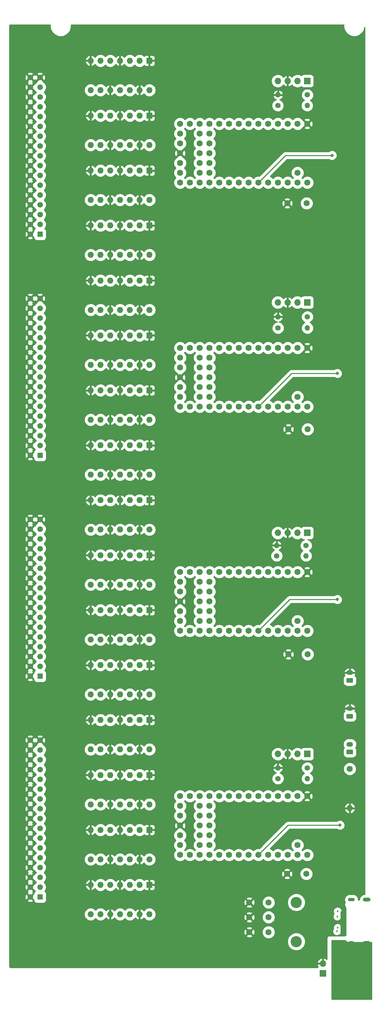
<source format=gbr>
G04 #@! TF.GenerationSoftware,KiCad,Pcbnew,(6.0.4-0)*
G04 #@! TF.CreationDate,2023-02-13T16:27:07-08:00*
G04 #@! TF.ProjectId,widaq-magis-ssr-v2b,77696461-712d-46d6-9167-69732d737372,rev?*
G04 #@! TF.SameCoordinates,Original*
G04 #@! TF.FileFunction,Copper,L2,Inr*
G04 #@! TF.FilePolarity,Positive*
%FSLAX46Y46*%
G04 Gerber Fmt 4.6, Leading zero omitted, Abs format (unit mm)*
G04 Created by KiCad (PCBNEW (6.0.4-0)) date 2023-02-13 16:27:07*
%MOMM*%
%LPD*%
G01*
G04 APERTURE LIST*
G04 Aperture macros list*
%AMRoundRect*
0 Rectangle with rounded corners*
0 $1 Rounding radius*
0 $2 $3 $4 $5 $6 $7 $8 $9 X,Y pos of 4 corners*
0 Add a 4 corners polygon primitive as box body*
4,1,4,$2,$3,$4,$5,$6,$7,$8,$9,$2,$3,0*
0 Add four circle primitives for the rounded corners*
1,1,$1+$1,$2,$3*
1,1,$1+$1,$4,$5*
1,1,$1+$1,$6,$7*
1,1,$1+$1,$8,$9*
0 Add four rect primitives between the rounded corners*
20,1,$1+$1,$2,$3,$4,$5,0*
20,1,$1+$1,$4,$5,$6,$7,0*
20,1,$1+$1,$6,$7,$8,$9,0*
20,1,$1+$1,$8,$9,$2,$3,0*%
G04 Aperture macros list end*
G04 #@! TA.AperFunction,ComponentPad*
%ADD10R,1.600000X1.600000*%
G04 #@! TD*
G04 #@! TA.AperFunction,ComponentPad*
%ADD11O,1.600000X1.600000*%
G04 #@! TD*
G04 #@! TA.AperFunction,ComponentPad*
%ADD12RoundRect,0.250000X0.625000X-0.350000X0.625000X0.350000X-0.625000X0.350000X-0.625000X-0.350000X0*%
G04 #@! TD*
G04 #@! TA.AperFunction,ComponentPad*
%ADD13O,1.750000X1.200000*%
G04 #@! TD*
G04 #@! TA.AperFunction,ComponentPad*
%ADD14R,1.700000X1.700000*%
G04 #@! TD*
G04 #@! TA.AperFunction,ComponentPad*
%ADD15O,1.700000X1.700000*%
G04 #@! TD*
G04 #@! TA.AperFunction,ComponentPad*
%ADD16C,1.400000*%
G04 #@! TD*
G04 #@! TA.AperFunction,ComponentPad*
%ADD17O,1.400000X1.400000*%
G04 #@! TD*
G04 #@! TA.AperFunction,ComponentPad*
%ADD18C,1.600000*%
G04 #@! TD*
G04 #@! TA.AperFunction,ComponentPad*
%ADD19C,2.900000*%
G04 #@! TD*
G04 #@! TA.AperFunction,ComponentPad*
%ADD20O,2.000000X1.000000*%
G04 #@! TD*
G04 #@! TA.AperFunction,ComponentPad*
%ADD21O,1.800000X0.900000*%
G04 #@! TD*
G04 #@! TA.AperFunction,ComponentPad*
%ADD22R,1.473200X1.473200*%
G04 #@! TD*
G04 #@! TA.AperFunction,ComponentPad*
%ADD23C,1.473200*%
G04 #@! TD*
G04 #@! TA.AperFunction,ComponentPad*
%ADD24C,7.400000*%
G04 #@! TD*
G04 #@! TA.AperFunction,ComponentPad*
%ADD25C,0.800000*%
G04 #@! TD*
G04 #@! TA.AperFunction,ViaPad*
%ADD26C,0.457200*%
G04 #@! TD*
G04 #@! TA.AperFunction,ViaPad*
%ADD27C,0.800000*%
G04 #@! TD*
G04 #@! TA.AperFunction,ViaPad*
%ADD28C,0.400000*%
G04 #@! TD*
G04 #@! TA.AperFunction,Conductor*
%ADD29C,1.016000*%
G04 #@! TD*
G04 #@! TA.AperFunction,Conductor*
%ADD30C,0.250000*%
G04 #@! TD*
G04 #@! TA.AperFunction,Conductor*
%ADD31C,0.200000*%
G04 #@! TD*
G04 #@! TA.AperFunction,Conductor*
%ADD32C,0.254000*%
G04 #@! TD*
G04 APERTURE END LIST*
D10*
X289725000Y-241608332D03*
D11*
X287185000Y-241608332D03*
X284645000Y-241608332D03*
X282105000Y-241608332D03*
X279565000Y-241608332D03*
X277025000Y-241608332D03*
X274485000Y-241608332D03*
X274485000Y-249228332D03*
X277025000Y-249228332D03*
X279565000Y-249228332D03*
X282105000Y-249228332D03*
X284645000Y-249228332D03*
X287185000Y-249228332D03*
X289725000Y-249228332D03*
D10*
X289725000Y-113433338D03*
D11*
X287185000Y-113433338D03*
X284645000Y-113433338D03*
X282105000Y-113433338D03*
X279565000Y-113433338D03*
X277025000Y-113433338D03*
X274485000Y-113433338D03*
X274485000Y-121053338D03*
X277025000Y-121053338D03*
X279565000Y-121053338D03*
X282105000Y-121053338D03*
X284645000Y-121053338D03*
X287185000Y-121053338D03*
X289725000Y-121053338D03*
D10*
X289725000Y-99191672D03*
D11*
X287185000Y-99191672D03*
X284645000Y-99191672D03*
X282105000Y-99191672D03*
X279565000Y-99191672D03*
X277025000Y-99191672D03*
X274485000Y-99191672D03*
X274485000Y-106811672D03*
X277025000Y-106811672D03*
X279565000Y-106811672D03*
X282105000Y-106811672D03*
X284645000Y-106811672D03*
X287185000Y-106811672D03*
X289725000Y-106811672D03*
D10*
X289725000Y-298574996D03*
D11*
X287185000Y-298574996D03*
X284645000Y-298574996D03*
X282105000Y-298574996D03*
X279565000Y-298574996D03*
X277025000Y-298574996D03*
X274485000Y-298574996D03*
X274485000Y-306194996D03*
X277025000Y-306194996D03*
X279565000Y-306194996D03*
X282105000Y-306194996D03*
X284645000Y-306194996D03*
X287185000Y-306194996D03*
X289725000Y-306194996D03*
D10*
X289725000Y-312816672D03*
D11*
X287185000Y-312816672D03*
X284645000Y-312816672D03*
X282105000Y-312816672D03*
X279565000Y-312816672D03*
X277025000Y-312816672D03*
X274485000Y-312816672D03*
X274485000Y-320436672D03*
X277025000Y-320436672D03*
X279565000Y-320436672D03*
X282105000Y-320436672D03*
X284645000Y-320436672D03*
X287185000Y-320436672D03*
X289725000Y-320436672D03*
D12*
X341771668Y-269100000D03*
D13*
X341771668Y-267100000D03*
D14*
X330686668Y-221575000D03*
D15*
X328146668Y-221575000D03*
X325606668Y-221575000D03*
X323066668Y-221575000D03*
D16*
X322776668Y-227525000D03*
D17*
X330396668Y-227525000D03*
D18*
X315686668Y-317370000D03*
X320686668Y-317370000D03*
X315686668Y-325070000D03*
X320686668Y-325070000D03*
D10*
X289725000Y-270091664D03*
D11*
X287185000Y-270091664D03*
X284645000Y-270091664D03*
X282105000Y-270091664D03*
X279565000Y-270091664D03*
X277025000Y-270091664D03*
X274485000Y-270091664D03*
X274485000Y-277711664D03*
X277025000Y-277711664D03*
X279565000Y-277711664D03*
X282105000Y-277711664D03*
X284645000Y-277711664D03*
X287185000Y-277711664D03*
X289725000Y-277711664D03*
D16*
X330736668Y-165575000D03*
D17*
X323116668Y-165575000D03*
D18*
X315686668Y-321220000D03*
X320686668Y-321220000D03*
D10*
X289725000Y-127675004D03*
D11*
X287185000Y-127675004D03*
X284645000Y-127675004D03*
X282105000Y-127675004D03*
X279565000Y-127675004D03*
X277025000Y-127675004D03*
X274485000Y-127675004D03*
X274485000Y-135295004D03*
X277025000Y-135295004D03*
X279565000Y-135295004D03*
X282105000Y-135295004D03*
X284645000Y-135295004D03*
X287185000Y-135295004D03*
X289725000Y-135295004D03*
D14*
X330711668Y-278900000D03*
D15*
X328171668Y-278900000D03*
X325631668Y-278900000D03*
X323091668Y-278900000D03*
D19*
X327875000Y-327530000D03*
X327875000Y-317370000D03*
D16*
X323126668Y-168475000D03*
D17*
X330746668Y-168475000D03*
D10*
X289725000Y-184641668D03*
D11*
X287185000Y-184641668D03*
X284645000Y-184641668D03*
X282105000Y-184641668D03*
X279565000Y-184641668D03*
X277025000Y-184641668D03*
X274485000Y-184641668D03*
X274485000Y-192261668D03*
X277025000Y-192261668D03*
X279565000Y-192261668D03*
X282105000Y-192261668D03*
X284645000Y-192261668D03*
X287185000Y-192261668D03*
X289725000Y-192261668D03*
D18*
X325811668Y-253050000D03*
X330811668Y-253050000D03*
X330711668Y-115555000D03*
X328171668Y-115555000D03*
X325631668Y-115555000D03*
X323091668Y-115555000D03*
X320551668Y-115555000D03*
X318011668Y-115555000D03*
X315471668Y-115555000D03*
X312931668Y-115555000D03*
X310391668Y-115555000D03*
X307851668Y-115555000D03*
X305311668Y-115555000D03*
X302771668Y-115555000D03*
X300231668Y-115555000D03*
X297691668Y-115555000D03*
X297691668Y-118095000D03*
X297691668Y-120635000D03*
X297691668Y-123175000D03*
X297691668Y-125715000D03*
X297691668Y-128255000D03*
X297691668Y-130795000D03*
X300231668Y-130795000D03*
X302771668Y-130795000D03*
X305311668Y-130795000D03*
X307851668Y-130795000D03*
X310391668Y-130795000D03*
X312931668Y-130795000D03*
X315471668Y-130795000D03*
X318011668Y-130795000D03*
X320551668Y-130795000D03*
X323091668Y-130795000D03*
X325631668Y-130795000D03*
X328171668Y-130795000D03*
X330711668Y-130795000D03*
X328171668Y-128255000D03*
X302771668Y-128255000D03*
X305311668Y-128255000D03*
X302771668Y-125715000D03*
X305311668Y-125715000D03*
X302771668Y-123175000D03*
X305311668Y-123175000D03*
X302771668Y-120635000D03*
X305311668Y-120635000D03*
X302771668Y-118095000D03*
X305311668Y-118095000D03*
D20*
X346171668Y-327875000D03*
X346171668Y-316635000D03*
D21*
X342171668Y-327875000D03*
X342171668Y-316635000D03*
D18*
X325486668Y-309975000D03*
X330486668Y-309975000D03*
X325811668Y-194725000D03*
X330811668Y-194725000D03*
D10*
X289725000Y-141916670D03*
D11*
X287185000Y-141916670D03*
X284645000Y-141916670D03*
X282105000Y-141916670D03*
X279565000Y-141916670D03*
X277025000Y-141916670D03*
X274485000Y-141916670D03*
X274485000Y-149536670D03*
X277025000Y-149536670D03*
X279565000Y-149536670D03*
X282105000Y-149536670D03*
X284645000Y-149536670D03*
X287185000Y-149536670D03*
X289725000Y-149536670D03*
D16*
X330751668Y-108050000D03*
D17*
X323131668Y-108050000D03*
D10*
X289725000Y-198883334D03*
D11*
X287185000Y-198883334D03*
X284645000Y-198883334D03*
X282105000Y-198883334D03*
X279565000Y-198883334D03*
X277025000Y-198883334D03*
X274485000Y-198883334D03*
X274485000Y-206503334D03*
X277025000Y-206503334D03*
X279565000Y-206503334D03*
X282105000Y-206503334D03*
X284645000Y-206503334D03*
X287185000Y-206503334D03*
X289725000Y-206503334D03*
D12*
X341771668Y-278375000D03*
D13*
X341771668Y-276375000D03*
D10*
X289725000Y-284333330D03*
D11*
X287185000Y-284333330D03*
X284645000Y-284333330D03*
X282105000Y-284333330D03*
X279565000Y-284333330D03*
X277025000Y-284333330D03*
X274485000Y-284333330D03*
X274485000Y-291953330D03*
X277025000Y-291953330D03*
X279565000Y-291953330D03*
X282105000Y-291953330D03*
X284645000Y-291953330D03*
X287185000Y-291953330D03*
X289725000Y-291953330D03*
D14*
X330711668Y-104450000D03*
D15*
X328171668Y-104450000D03*
X325631668Y-104450000D03*
X323091668Y-104450000D03*
D18*
X330711668Y-289830000D03*
X328171668Y-289830000D03*
X325631668Y-289830000D03*
X323091668Y-289830000D03*
X320551668Y-289830000D03*
X318011668Y-289830000D03*
X315471668Y-289830000D03*
X312931668Y-289830000D03*
X310391668Y-289830000D03*
X307851668Y-289830000D03*
X305311668Y-289830000D03*
X302771668Y-289830000D03*
X300231668Y-289830000D03*
X297691668Y-289830000D03*
X297691668Y-292370000D03*
X297691668Y-294910000D03*
X297691668Y-297450000D03*
X297691668Y-299990000D03*
X297691668Y-302530000D03*
X297691668Y-305070000D03*
X300231668Y-305070000D03*
X302771668Y-305070000D03*
X305311668Y-305070000D03*
X307851668Y-305070000D03*
X310391668Y-305070000D03*
X312931668Y-305070000D03*
X315471668Y-305070000D03*
X318011668Y-305070000D03*
X320551668Y-305070000D03*
X323091668Y-305070000D03*
X325631668Y-305070000D03*
X328171668Y-305070000D03*
X330711668Y-305070000D03*
X328171668Y-302530000D03*
X302771668Y-302530000D03*
X305311668Y-302530000D03*
X302771668Y-299990000D03*
X305311668Y-299990000D03*
X302771668Y-297450000D03*
X305311668Y-297450000D03*
X302771668Y-294910000D03*
X305311668Y-294910000D03*
X302771668Y-292370000D03*
X305311668Y-292370000D03*
D14*
X334750000Y-335750000D03*
D15*
X334750000Y-333210000D03*
D18*
X341761668Y-282770000D03*
D11*
X341761668Y-292930000D03*
D22*
X261345000Y-201445000D03*
D23*
X261345000Y-198905000D03*
X261345000Y-196365000D03*
X261345000Y-193825000D03*
X261345000Y-191285000D03*
X261345000Y-188745000D03*
X261345000Y-186205000D03*
X261345000Y-183665000D03*
X261345000Y-181125000D03*
X261345000Y-178585000D03*
X261345000Y-176045000D03*
X261345000Y-173505000D03*
X261345000Y-170965000D03*
X261345000Y-168425000D03*
X261345000Y-165885000D03*
X261345000Y-163345000D03*
X261345000Y-160805000D03*
X258805000Y-201445000D03*
X258805000Y-198905000D03*
X258805000Y-196365000D03*
X258805000Y-193825000D03*
X258805000Y-191285000D03*
X258805000Y-188745000D03*
X258805000Y-186205000D03*
X258805000Y-183665000D03*
X258805000Y-181125000D03*
X258805000Y-178585000D03*
X258805000Y-176045000D03*
X258805000Y-173505000D03*
X258805000Y-170965000D03*
X258805000Y-168425000D03*
X258805000Y-165885000D03*
X258805000Y-163345000D03*
X258805000Y-160805000D03*
D16*
X330411668Y-224850000D03*
D17*
X322791668Y-224850000D03*
D18*
X330711668Y-173646666D03*
X328171668Y-173646666D03*
X325631668Y-173646666D03*
X323091668Y-173646666D03*
X320551668Y-173646666D03*
X318011668Y-173646666D03*
X315471668Y-173646666D03*
X312931668Y-173646666D03*
X310391668Y-173646666D03*
X307851668Y-173646666D03*
X305311668Y-173646666D03*
X302771668Y-173646666D03*
X300231668Y-173646666D03*
X297691668Y-173646666D03*
X297691668Y-176186666D03*
X297691668Y-178726666D03*
X297691668Y-181266666D03*
X297691668Y-183806666D03*
X297691668Y-186346666D03*
X297691668Y-188886666D03*
X300231668Y-188886666D03*
X302771668Y-188886666D03*
X305311668Y-188886666D03*
X307851668Y-188886666D03*
X310391668Y-188886666D03*
X312931668Y-188886666D03*
X315471668Y-188886666D03*
X318011668Y-188886666D03*
X320551668Y-188886666D03*
X323091668Y-188886666D03*
X325631668Y-188886666D03*
X328171668Y-188886666D03*
X330711668Y-188886666D03*
X328171668Y-186346666D03*
X302771668Y-186346666D03*
X305311668Y-186346666D03*
X302771668Y-183806666D03*
X305311668Y-183806666D03*
X302771668Y-181266666D03*
X305311668Y-181266666D03*
X302771668Y-178726666D03*
X305311668Y-178726666D03*
X302771668Y-176186666D03*
X305311668Y-176186666D03*
D10*
X289725000Y-213125000D03*
D11*
X287185000Y-213125000D03*
X284645000Y-213125000D03*
X282105000Y-213125000D03*
X279565000Y-213125000D03*
X277025000Y-213125000D03*
X274485000Y-213125000D03*
X274485000Y-220745000D03*
X277025000Y-220745000D03*
X279565000Y-220745000D03*
X282105000Y-220745000D03*
X284645000Y-220745000D03*
X287185000Y-220745000D03*
X289725000Y-220745000D03*
D24*
X342900000Y-337820000D03*
D25*
X340125000Y-337820000D03*
X344862221Y-335857779D03*
X340937779Y-335857779D03*
X344862221Y-339782221D03*
X342900000Y-340595000D03*
X345675000Y-337820000D03*
X342900000Y-335045000D03*
X340937779Y-339782221D03*
D16*
X323111668Y-285275000D03*
D17*
X330731668Y-285275000D03*
D18*
X325536668Y-136150000D03*
X330536668Y-136150000D03*
D10*
X289725000Y-255849998D03*
D11*
X287185000Y-255849998D03*
X284645000Y-255849998D03*
X282105000Y-255849998D03*
X279565000Y-255849998D03*
X277025000Y-255849998D03*
X274485000Y-255849998D03*
X274485000Y-263469998D03*
X277025000Y-263469998D03*
X279565000Y-263469998D03*
X282105000Y-263469998D03*
X284645000Y-263469998D03*
X287185000Y-263469998D03*
X289725000Y-263469998D03*
D16*
X330721668Y-282500000D03*
D17*
X323101668Y-282500000D03*
D22*
X261345000Y-144186667D03*
D23*
X261345000Y-141646667D03*
X261345000Y-139106667D03*
X261345000Y-136566667D03*
X261345000Y-134026667D03*
X261345000Y-131486667D03*
X261345000Y-128946667D03*
X261345000Y-126406667D03*
X261345000Y-123866667D03*
X261345000Y-121326667D03*
X261345000Y-118786667D03*
X261345000Y-116246667D03*
X261345000Y-113706667D03*
X261345000Y-111166667D03*
X261345000Y-108626667D03*
X261345000Y-106086667D03*
X261345000Y-103546667D03*
X258805000Y-144186667D03*
X258805000Y-141646667D03*
X258805000Y-139106667D03*
X258805000Y-136566667D03*
X258805000Y-134026667D03*
X258805000Y-131486667D03*
X258805000Y-128946667D03*
X258805000Y-126406667D03*
X258805000Y-123866667D03*
X258805000Y-121326667D03*
X258805000Y-118786667D03*
X258805000Y-116246667D03*
X258805000Y-113706667D03*
X258805000Y-111166667D03*
X258805000Y-108626667D03*
X258805000Y-106086667D03*
X258805000Y-103546667D03*
D12*
X341771668Y-259825000D03*
D13*
X341771668Y-257825000D03*
D16*
X323076668Y-110825000D03*
D17*
X330696668Y-110825000D03*
D10*
X289725000Y-227366666D03*
D11*
X287185000Y-227366666D03*
X284645000Y-227366666D03*
X282105000Y-227366666D03*
X279565000Y-227366666D03*
X277025000Y-227366666D03*
X274485000Y-227366666D03*
X274485000Y-234986666D03*
X277025000Y-234986666D03*
X279565000Y-234986666D03*
X282105000Y-234986666D03*
X284645000Y-234986666D03*
X287185000Y-234986666D03*
X289725000Y-234986666D03*
D22*
X261345000Y-258703333D03*
D23*
X261345000Y-256163333D03*
X261345000Y-253623333D03*
X261345000Y-251083333D03*
X261345000Y-248543333D03*
X261345000Y-246003333D03*
X261345000Y-243463333D03*
X261345000Y-240923333D03*
X261345000Y-238383333D03*
X261345000Y-235843333D03*
X261345000Y-233303333D03*
X261345000Y-230763333D03*
X261345000Y-228223333D03*
X261345000Y-225683333D03*
X261345000Y-223143333D03*
X261345000Y-220603333D03*
X261345000Y-218063333D03*
X258805000Y-258703333D03*
X258805000Y-256163333D03*
X258805000Y-253623333D03*
X258805000Y-251083333D03*
X258805000Y-248543333D03*
X258805000Y-246003333D03*
X258805000Y-243463333D03*
X258805000Y-240923333D03*
X258805000Y-238383333D03*
X258805000Y-235843333D03*
X258805000Y-233303333D03*
X258805000Y-230763333D03*
X258805000Y-228223333D03*
X258805000Y-225683333D03*
X258805000Y-223143333D03*
X258805000Y-220603333D03*
X258805000Y-218063333D03*
D10*
X289725000Y-156158336D03*
D11*
X287185000Y-156158336D03*
X284645000Y-156158336D03*
X282105000Y-156158336D03*
X279565000Y-156158336D03*
X277025000Y-156158336D03*
X274485000Y-156158336D03*
X274485000Y-163778336D03*
X277025000Y-163778336D03*
X279565000Y-163778336D03*
X282105000Y-163778336D03*
X284645000Y-163778336D03*
X287185000Y-163778336D03*
X289725000Y-163778336D03*
D22*
X261345000Y-315961667D03*
D23*
X261345000Y-313421667D03*
X261345000Y-310881667D03*
X261345000Y-308341667D03*
X261345000Y-305801667D03*
X261345000Y-303261667D03*
X261345000Y-300721667D03*
X261345000Y-298181667D03*
X261345000Y-295641667D03*
X261345000Y-293101667D03*
X261345000Y-290561667D03*
X261345000Y-288021667D03*
X261345000Y-285481667D03*
X261345000Y-282941667D03*
X261345000Y-280401667D03*
X261345000Y-277861667D03*
X261345000Y-275321667D03*
X258805000Y-315961667D03*
X258805000Y-313421667D03*
X258805000Y-310881667D03*
X258805000Y-308341667D03*
X258805000Y-305801667D03*
X258805000Y-303261667D03*
X258805000Y-300721667D03*
X258805000Y-298181667D03*
X258805000Y-295641667D03*
X258805000Y-293101667D03*
X258805000Y-290561667D03*
X258805000Y-288021667D03*
X258805000Y-285481667D03*
X258805000Y-282941667D03*
X258805000Y-280401667D03*
X258805000Y-277861667D03*
X258805000Y-275321667D03*
D14*
X330686668Y-161850000D03*
D15*
X328146668Y-161850000D03*
X325606668Y-161850000D03*
X323066668Y-161850000D03*
D18*
X330711668Y-231738332D03*
X328171668Y-231738332D03*
X325631668Y-231738332D03*
X323091668Y-231738332D03*
X320551668Y-231738332D03*
X318011668Y-231738332D03*
X315471668Y-231738332D03*
X312931668Y-231738332D03*
X310391668Y-231738332D03*
X307851668Y-231738332D03*
X305311668Y-231738332D03*
X302771668Y-231738332D03*
X300231668Y-231738332D03*
X297691668Y-231738332D03*
X297691668Y-234278332D03*
X297691668Y-236818332D03*
X297691668Y-239358332D03*
X297691668Y-241898332D03*
X297691668Y-244438332D03*
X297691668Y-246978332D03*
X300231668Y-246978332D03*
X302771668Y-246978332D03*
X305311668Y-246978332D03*
X307851668Y-246978332D03*
X310391668Y-246978332D03*
X312931668Y-246978332D03*
X315471668Y-246978332D03*
X318011668Y-246978332D03*
X320551668Y-246978332D03*
X323091668Y-246978332D03*
X325631668Y-246978332D03*
X328171668Y-246978332D03*
X330711668Y-246978332D03*
X328171668Y-244438332D03*
X302771668Y-244438332D03*
X305311668Y-244438332D03*
X302771668Y-241898332D03*
X305311668Y-241898332D03*
X302771668Y-239358332D03*
X305311668Y-239358332D03*
X302771668Y-236818332D03*
X305311668Y-236818332D03*
X302771668Y-234278332D03*
X305311668Y-234278332D03*
D10*
X289725000Y-170400002D03*
D11*
X287185000Y-170400002D03*
X284645000Y-170400002D03*
X282105000Y-170400002D03*
X279565000Y-170400002D03*
X277025000Y-170400002D03*
X274485000Y-170400002D03*
X274485000Y-178020002D03*
X277025000Y-178020002D03*
X279565000Y-178020002D03*
X282105000Y-178020002D03*
X284645000Y-178020002D03*
X287185000Y-178020002D03*
X289725000Y-178020002D03*
D26*
X339886720Y-318349992D03*
D27*
X309911668Y-127525500D03*
D28*
X339975000Y-322500000D03*
X339975000Y-320525000D03*
X339975000Y-321500000D03*
D26*
X339450000Y-325675000D03*
X335686668Y-315550000D03*
D28*
X339975000Y-323500000D03*
D27*
X309601503Y-125683924D03*
D26*
X338575000Y-319650000D03*
X338400000Y-324850000D03*
X338500000Y-321000000D03*
X338575000Y-323925000D03*
D27*
X337136668Y-123725000D03*
X339186668Y-297325000D03*
X338511168Y-238825000D03*
X338511168Y-180225000D03*
D29*
X346171668Y-327875000D02*
X346171668Y-329721668D01*
X342171668Y-327875000D02*
X342171668Y-329753332D01*
X342171668Y-329753332D02*
X342100000Y-329825000D01*
X346171668Y-329721668D02*
X346175000Y-329725000D01*
D30*
X325756668Y-297325000D02*
X318011668Y-305070000D01*
X325081668Y-123725000D02*
X318011668Y-130795000D01*
X326673334Y-180225000D02*
X318011668Y-188886666D01*
X338511168Y-238825000D02*
X326165000Y-238825000D01*
X326165000Y-238825000D02*
X318011668Y-246978332D01*
X339186668Y-297325000D02*
X325756668Y-297325000D01*
X337136668Y-123725000D02*
X325081668Y-123725000D01*
X338511168Y-180225000D02*
X326673334Y-180225000D01*
D31*
X340800000Y-325950000D02*
X339450000Y-325950000D01*
X339450000Y-319800000D01*
X340800000Y-319800000D01*
X340800000Y-325950000D01*
X340800000Y-325950000D02*
X340800000Y-319800000D01*
G04 #@! TA.AperFunction,Conductor*
G36*
X340800000Y-325950000D02*
G01*
X339450000Y-325950000D01*
X339450000Y-319800000D01*
X340800000Y-319800000D01*
X340800000Y-325950000D01*
G37*
G04 #@! TD.AperFunction*
D32*
X340605205Y-327273632D02*
X340619175Y-327292562D01*
X340751927Y-327441124D01*
X340769171Y-327457126D01*
X340927226Y-327578420D01*
X340947145Y-327590938D01*
X341124993Y-327680736D01*
X341146893Y-327689333D01*
X341338335Y-327744504D01*
X341361448Y-327748879D01*
X341431592Y-327755464D01*
X341446835Y-327759194D01*
X341468978Y-327762562D01*
X341480196Y-327763258D01*
X341487998Y-327763500D01*
X341509177Y-327763500D01*
X341532613Y-327766796D01*
X341548391Y-327768012D01*
X341569816Y-327768313D01*
X341585618Y-327767541D01*
X341621678Y-327763500D01*
X347383168Y-327763500D01*
X347383168Y-342436731D01*
X337051000Y-342439421D01*
X337051000Y-327176000D01*
X340546380Y-327176000D01*
X340605205Y-327273632D01*
X340605205Y-327273632D02*
X340546380Y-327176000D01*
G04 #@! TA.AperFunction,Conductor*
G36*
X340605205Y-327273632D02*
G01*
X340619175Y-327292562D01*
X340751927Y-327441124D01*
X340769171Y-327457126D01*
X340927226Y-327578420D01*
X340947145Y-327590938D01*
X341124993Y-327680736D01*
X341146893Y-327689333D01*
X341338335Y-327744504D01*
X341361448Y-327748879D01*
X341431592Y-327755464D01*
X341446835Y-327759194D01*
X341468978Y-327762562D01*
X341480196Y-327763258D01*
X341487998Y-327763500D01*
X341509177Y-327763500D01*
X341532613Y-327766796D01*
X341548391Y-327768012D01*
X341569816Y-327768313D01*
X341585618Y-327767541D01*
X341621678Y-327763500D01*
X347383168Y-327763500D01*
X347383168Y-342436731D01*
X337051000Y-342439421D01*
X337051000Y-327176000D01*
X340546380Y-327176000D01*
X340605205Y-327273632D01*
G37*
G04 #@! TD.AperFunction*
X263972603Y-89875605D02*
X263970995Y-89890905D01*
X263957055Y-90210185D01*
X263957323Y-90225567D01*
X263982397Y-90544167D01*
X263984538Y-90559401D01*
X264048253Y-90872570D01*
X264052235Y-90887431D01*
X264153641Y-91190500D01*
X264159404Y-91204763D01*
X264296988Y-91493216D01*
X264304447Y-91506672D01*
X264476160Y-91776207D01*
X264485202Y-91788653D01*
X264688483Y-92035252D01*
X264698975Y-92046503D01*
X264930794Y-92266491D01*
X264942579Y-92276380D01*
X265199479Y-92466476D01*
X265212382Y-92474855D01*
X265490534Y-92632226D01*
X265504361Y-92638970D01*
X265799619Y-92761270D01*
X265814165Y-92766278D01*
X266122127Y-92851683D01*
X266137175Y-92854882D01*
X266453249Y-92902120D01*
X266466377Y-92903384D01*
X266580807Y-92908380D01*
X266586303Y-92908500D01*
X266781162Y-92908500D01*
X266788854Y-92908265D01*
X267026681Y-92893719D01*
X267041951Y-92891844D01*
X267356184Y-92833604D01*
X267371111Y-92829882D01*
X267675904Y-92733781D01*
X267690266Y-92728268D01*
X267981076Y-92595739D01*
X267994660Y-92588517D01*
X268267151Y-92421534D01*
X268279753Y-92412710D01*
X268529862Y-92213764D01*
X268541295Y-92203470D01*
X268765295Y-91975526D01*
X268775388Y-91963915D01*
X268969939Y-91710371D01*
X268978541Y-91697617D01*
X269140743Y-91422254D01*
X269147728Y-91408546D01*
X269275162Y-91115467D01*
X269280423Y-91101011D01*
X269371190Y-90794587D01*
X269374651Y-90779597D01*
X269427397Y-90464395D01*
X269429005Y-90449095D01*
X269442945Y-90129815D01*
X269442677Y-90114433D01*
X269421945Y-89851000D01*
X340176720Y-89851000D01*
X340172603Y-89875605D01*
X340170995Y-89890905D01*
X340157055Y-90210185D01*
X340157323Y-90225567D01*
X340182397Y-90544167D01*
X340184538Y-90559401D01*
X340248253Y-90872570D01*
X340252235Y-90887431D01*
X340353641Y-91190500D01*
X340359404Y-91204763D01*
X340496988Y-91493216D01*
X340504447Y-91506672D01*
X340676160Y-91776207D01*
X340685202Y-91788653D01*
X340888483Y-92035252D01*
X340898975Y-92046503D01*
X341130794Y-92266491D01*
X341142579Y-92276380D01*
X341399479Y-92466476D01*
X341412382Y-92474855D01*
X341690534Y-92632226D01*
X341704361Y-92638970D01*
X341999619Y-92761270D01*
X342014165Y-92766278D01*
X342322127Y-92851683D01*
X342337175Y-92854882D01*
X342653249Y-92902120D01*
X342666377Y-92903384D01*
X342780807Y-92908380D01*
X342786303Y-92908500D01*
X342981162Y-92908500D01*
X342988854Y-92908265D01*
X343226681Y-92893719D01*
X343241951Y-92891844D01*
X343556184Y-92833604D01*
X343571111Y-92829882D01*
X343875904Y-92733781D01*
X343890266Y-92728268D01*
X344181076Y-92595739D01*
X344194660Y-92588517D01*
X344467151Y-92421534D01*
X344479753Y-92412710D01*
X344729862Y-92213764D01*
X344741295Y-92203470D01*
X344965295Y-91975526D01*
X344975388Y-91963915D01*
X345169939Y-91710371D01*
X345178541Y-91697617D01*
X345340743Y-91422254D01*
X345347728Y-91408546D01*
X345475162Y-91115467D01*
X345480423Y-91101011D01*
X345571190Y-90794587D01*
X345574651Y-90779597D01*
X345624000Y-90484695D01*
X345624000Y-315246500D01*
X345614491Y-315246500D01*
X345603290Y-315246999D01*
X345435994Y-315261930D01*
X345413947Y-315265897D01*
X345196569Y-315325365D01*
X345175573Y-315333173D01*
X344972162Y-315430195D01*
X344952880Y-315441598D01*
X344769864Y-315573108D01*
X344752906Y-315587746D01*
X344596071Y-315749587D01*
X344581973Y-315766996D01*
X344456277Y-315954052D01*
X344445486Y-315973682D01*
X344354901Y-316180040D01*
X344347755Y-316201272D01*
X344295144Y-316420411D01*
X344291872Y-316442572D01*
X344278899Y-316667563D01*
X344279603Y-316689954D01*
X344286446Y-316746500D01*
X343956043Y-316746500D01*
X343964259Y-316604014D01*
X343963555Y-316581624D01*
X343937553Y-316366751D01*
X343932896Y-316344839D01*
X343869254Y-316137967D01*
X343860790Y-316117226D01*
X343761520Y-315924894D01*
X343749516Y-315905980D01*
X343617755Y-315734267D01*
X343602593Y-315717778D01*
X343442508Y-315572111D01*
X343424664Y-315558567D01*
X343241312Y-315443551D01*
X343221353Y-315433381D01*
X343020533Y-315352651D01*
X342999087Y-315346176D01*
X342787144Y-315302285D01*
X342768846Y-315299876D01*
X342713920Y-315296709D01*
X342706667Y-315296500D01*
X341666753Y-315296500D01*
X341655553Y-315296999D01*
X341494885Y-315311338D01*
X341472837Y-315315305D01*
X341264068Y-315372418D01*
X341243072Y-315380226D01*
X341047716Y-315473406D01*
X341028434Y-315484809D01*
X340852667Y-315611110D01*
X340835709Y-315625748D01*
X340685086Y-315781180D01*
X340670989Y-315798589D01*
X340550270Y-315978237D01*
X340539477Y-315997868D01*
X340452480Y-316196054D01*
X340445335Y-316217285D01*
X340394808Y-316427744D01*
X340391536Y-316449905D01*
X340379077Y-316665986D01*
X340379781Y-316688376D01*
X340405783Y-316903249D01*
X340410440Y-316925161D01*
X340474082Y-317132033D01*
X340482546Y-317152774D01*
X340562369Y-317307429D01*
X340502368Y-317407015D01*
X340492161Y-317428210D01*
X340422856Y-317615003D01*
X340416767Y-317637727D01*
X340383394Y-317834148D01*
X340381636Y-317857608D01*
X340385359Y-318056809D01*
X340387993Y-318080188D01*
X340428683Y-318275225D01*
X340435616Y-318297706D01*
X340511853Y-318481779D01*
X340522845Y-318502579D01*
X340631972Y-318669271D01*
X340646639Y-318687665D01*
X340683168Y-318725592D01*
X340683168Y-325784436D01*
X340646652Y-325822349D01*
X340631985Y-325840742D01*
X340528379Y-325999000D01*
X336352531Y-325999000D01*
X336332934Y-326000533D01*
X336215862Y-326018966D01*
X336178565Y-326031009D01*
X336072820Y-326084523D01*
X336041027Y-326107445D01*
X336023311Y-326125000D01*
X335975000Y-326125000D01*
X335974558Y-326173309D01*
X335956842Y-326190864D01*
X335933631Y-326222446D01*
X335879152Y-326327696D01*
X335866768Y-326364881D01*
X335847265Y-326481780D01*
X335845552Y-326501363D01*
X335793869Y-332152079D01*
X335772521Y-332128618D01*
X335757420Y-332114536D01*
X335582173Y-331976135D01*
X335564975Y-331964709D01*
X335369477Y-331856788D01*
X335350643Y-331848323D01*
X335140144Y-331773781D01*
X335120180Y-331768507D01*
X335026096Y-331751748D01*
X334955524Y-331759494D01*
X334900342Y-331804164D01*
X334878000Y-331875795D01*
X334878000Y-333338000D01*
X333415110Y-333338000D01*
X333346989Y-333358002D01*
X333300496Y-333411658D01*
X333290392Y-333481932D01*
X333292193Y-333491701D01*
X333326784Y-333645190D01*
X333332958Y-333664893D01*
X333416971Y-333871794D01*
X333426281Y-333890225D01*
X333542959Y-334080626D01*
X333544030Y-334082089D01*
X333534470Y-334085279D01*
X333508043Y-334097659D01*
X333356847Y-334191222D01*
X333347034Y-334199000D01*
X253715917Y-334199000D01*
X253627684Y-334185026D01*
X253557038Y-334149029D01*
X253500971Y-334092962D01*
X253464974Y-334022316D01*
X253451000Y-333934083D01*
X253451000Y-332942590D01*
X333286055Y-332942590D01*
X333298693Y-333012453D01*
X333347096Y-333064392D01*
X333411339Y-333082000D01*
X334496000Y-333082000D01*
X334564121Y-333061998D01*
X334610614Y-333008342D01*
X334622000Y-332956000D01*
X334622000Y-331874987D01*
X334601998Y-331806866D01*
X334548342Y-331760373D01*
X334476940Y-331750437D01*
X334415148Y-331759893D01*
X334395063Y-331764678D01*
X334182805Y-331834054D01*
X334163770Y-331842056D01*
X333965694Y-331945168D01*
X333948221Y-331956171D01*
X333769645Y-332090250D01*
X333754204Y-332103959D01*
X333599925Y-332265403D01*
X333586931Y-332281450D01*
X333461091Y-332465924D01*
X333450891Y-332483878D01*
X333356871Y-332686428D01*
X333349742Y-332705806D01*
X333290065Y-332920992D01*
X333286198Y-332941254D01*
X333286055Y-332942590D01*
X253451000Y-332942590D01*
X253451000Y-327538241D01*
X325532023Y-327538241D01*
X325550992Y-327827650D01*
X325553143Y-327843990D01*
X325609725Y-328128447D01*
X325613991Y-328144367D01*
X325707218Y-328419005D01*
X325713525Y-328434233D01*
X325841802Y-328694352D01*
X325850043Y-328708625D01*
X326011175Y-328949776D01*
X326021208Y-328962852D01*
X326212438Y-329180908D01*
X326224092Y-329192562D01*
X326442148Y-329383792D01*
X326455224Y-329393825D01*
X326696374Y-329554957D01*
X326710648Y-329563198D01*
X326970768Y-329691475D01*
X326985995Y-329697782D01*
X327260633Y-329791009D01*
X327276553Y-329795275D01*
X327561010Y-329851857D01*
X327577350Y-329854008D01*
X327866759Y-329872977D01*
X327883241Y-329872977D01*
X328172650Y-329854008D01*
X328188990Y-329851857D01*
X328473447Y-329795275D01*
X328489367Y-329791009D01*
X328764005Y-329697782D01*
X328779232Y-329691475D01*
X329039352Y-329563198D01*
X329053626Y-329554957D01*
X329294776Y-329393825D01*
X329307852Y-329383792D01*
X329525908Y-329192562D01*
X329537562Y-329180908D01*
X329728792Y-328962852D01*
X329738825Y-328949776D01*
X329899957Y-328708625D01*
X329908198Y-328694352D01*
X330036475Y-328434233D01*
X330042782Y-328419005D01*
X330136009Y-328144367D01*
X330140275Y-328128447D01*
X330196857Y-327843990D01*
X330199008Y-327827650D01*
X330217977Y-327538241D01*
X330217977Y-327521759D01*
X330199008Y-327232350D01*
X330196857Y-327216010D01*
X330140275Y-326931553D01*
X330136009Y-326915633D01*
X330042782Y-326640995D01*
X330036475Y-326625767D01*
X329908198Y-326365648D01*
X329899957Y-326351375D01*
X329738825Y-326110224D01*
X329728792Y-326097148D01*
X329537562Y-325879092D01*
X329525908Y-325867438D01*
X329307852Y-325676208D01*
X329294776Y-325666175D01*
X329053626Y-325505043D01*
X329039352Y-325496802D01*
X328779232Y-325368525D01*
X328764005Y-325362218D01*
X328489367Y-325268991D01*
X328473447Y-325264725D01*
X328188990Y-325208143D01*
X328172650Y-325205992D01*
X327883241Y-325187023D01*
X327866759Y-325187023D01*
X327577350Y-325205992D01*
X327561010Y-325208143D01*
X327276553Y-325264725D01*
X327260633Y-325268991D01*
X326985995Y-325362218D01*
X326970767Y-325368525D01*
X326710648Y-325496802D01*
X326696375Y-325505043D01*
X326455224Y-325666175D01*
X326442148Y-325676208D01*
X326224092Y-325867438D01*
X326212438Y-325879092D01*
X326021208Y-326097148D01*
X326011175Y-326110224D01*
X325850043Y-326351375D01*
X325841802Y-326365648D01*
X325713525Y-326625767D01*
X325707218Y-326640995D01*
X325613991Y-326915633D01*
X325609725Y-326931553D01*
X325553143Y-327216010D01*
X325550992Y-327232350D01*
X325532023Y-327521759D01*
X325532023Y-327538241D01*
X253451000Y-327538241D01*
X253451000Y-326130316D01*
X314835658Y-326130316D01*
X314840723Y-326201131D01*
X314886508Y-326260312D01*
X314957899Y-326310301D01*
X314976920Y-326321283D01*
X315184347Y-326418008D01*
X315204986Y-326425520D01*
X315426058Y-326484756D01*
X315447688Y-326488570D01*
X315675687Y-326508517D01*
X315697649Y-326508517D01*
X315925648Y-326488570D01*
X315947278Y-326484756D01*
X316168350Y-326425520D01*
X316188989Y-326418008D01*
X316396416Y-326321283D01*
X316415437Y-326310301D01*
X316486828Y-326260312D01*
X316531156Y-326204854D01*
X316538465Y-326134235D01*
X316503652Y-326068004D01*
X315775763Y-325340115D01*
X315713451Y-325306089D01*
X315642636Y-325311154D01*
X315597573Y-325340115D01*
X314869684Y-326068004D01*
X314835658Y-326130316D01*
X253451000Y-326130316D01*
X253451000Y-325080981D01*
X314248151Y-325080981D01*
X314268098Y-325308980D01*
X314271912Y-325330610D01*
X314331148Y-325551682D01*
X314338660Y-325572321D01*
X314435385Y-325779748D01*
X314446367Y-325798769D01*
X314496356Y-325870160D01*
X314551814Y-325914488D01*
X314622433Y-325921797D01*
X314688664Y-325886984D01*
X315416553Y-325159095D01*
X315450579Y-325096783D01*
X315446748Y-325043217D01*
X315922757Y-325043217D01*
X315927822Y-325114032D01*
X315956783Y-325159095D01*
X316684672Y-325886984D01*
X316746984Y-325921010D01*
X316817799Y-325915945D01*
X316876980Y-325870160D01*
X316926969Y-325798769D01*
X316937951Y-325779748D01*
X317034676Y-325572321D01*
X317042188Y-325551682D01*
X317101424Y-325330610D01*
X317105238Y-325308980D01*
X317125185Y-325080981D01*
X317125185Y-325079886D01*
X318993724Y-325079886D01*
X319013020Y-325325071D01*
X319016113Y-325344600D01*
X319073528Y-325583747D01*
X319079638Y-325602550D01*
X319173756Y-325829772D01*
X319182732Y-325847389D01*
X319311237Y-326057090D01*
X319322859Y-326073086D01*
X319482586Y-326260102D01*
X319496566Y-326274082D01*
X319683582Y-326433809D01*
X319699578Y-326445431D01*
X319909279Y-326573936D01*
X319926896Y-326582912D01*
X320154118Y-326677030D01*
X320172921Y-326683140D01*
X320412068Y-326740555D01*
X320431597Y-326743648D01*
X320676782Y-326762944D01*
X320696554Y-326762944D01*
X320941739Y-326743648D01*
X320961268Y-326740555D01*
X321200415Y-326683140D01*
X321219218Y-326677030D01*
X321446440Y-326582912D01*
X321464057Y-326573936D01*
X321673758Y-326445431D01*
X321689754Y-326433809D01*
X321876770Y-326274082D01*
X321890750Y-326260102D01*
X322050477Y-326073086D01*
X322062099Y-326057090D01*
X322190604Y-325847389D01*
X322199580Y-325829772D01*
X322293698Y-325602550D01*
X322299808Y-325583747D01*
X322357223Y-325344600D01*
X322360316Y-325325071D01*
X322379612Y-325079886D01*
X322379612Y-325060114D01*
X322362811Y-324846638D01*
X337278643Y-324846638D01*
X337294907Y-325040321D01*
X337299346Y-325064508D01*
X337352920Y-325251344D01*
X337361973Y-325274209D01*
X337450817Y-325447080D01*
X337464138Y-325467750D01*
X337584867Y-325620072D01*
X337601949Y-325637761D01*
X337749966Y-325763733D01*
X337770158Y-325777767D01*
X337939823Y-325872590D01*
X337962358Y-325882435D01*
X338147210Y-325942497D01*
X338171227Y-325947778D01*
X338364225Y-325970792D01*
X338388811Y-325971307D01*
X338582603Y-325956395D01*
X338606820Y-325952125D01*
X338794024Y-325899857D01*
X338816951Y-325890964D01*
X338990439Y-325803329D01*
X339011202Y-325790152D01*
X339164363Y-325670489D01*
X339182170Y-325653531D01*
X339309172Y-325506398D01*
X339323347Y-325486303D01*
X339419352Y-325317303D01*
X339429354Y-325294839D01*
X339490705Y-325110411D01*
X339496153Y-325086431D01*
X339520514Y-324893599D01*
X339521496Y-324879565D01*
X339521884Y-324851758D01*
X339521295Y-324837704D01*
X339502328Y-324644267D01*
X339497551Y-324620145D01*
X339485349Y-324579730D01*
X339498347Y-324561303D01*
X339594352Y-324392303D01*
X339604354Y-324369839D01*
X339665705Y-324185411D01*
X339671153Y-324161431D01*
X339695514Y-323968599D01*
X339696496Y-323954565D01*
X339696884Y-323926758D01*
X339696295Y-323912704D01*
X339677328Y-323719267D01*
X339672551Y-323695145D01*
X339616374Y-323509076D01*
X339607003Y-323486340D01*
X339515754Y-323314726D01*
X339502146Y-323294244D01*
X339379302Y-323143622D01*
X339361974Y-323126173D01*
X339212213Y-323002280D01*
X339191827Y-322988529D01*
X339020854Y-322896084D01*
X338998184Y-322886555D01*
X338812512Y-322829080D01*
X338788424Y-322824135D01*
X338595124Y-322803818D01*
X338570533Y-322803647D01*
X338376968Y-322821263D01*
X338352813Y-322825870D01*
X338166356Y-322880747D01*
X338143555Y-322889959D01*
X337971308Y-322980008D01*
X337950732Y-322993473D01*
X337799256Y-323115263D01*
X337781686Y-323132469D01*
X337656751Y-323281361D01*
X337642858Y-323301651D01*
X337549222Y-323471974D01*
X337539535Y-323494576D01*
X337480765Y-323679843D01*
X337475652Y-323703897D01*
X337453986Y-323897050D01*
X337453643Y-323921638D01*
X337469907Y-324115321D01*
X337474346Y-324139509D01*
X337490519Y-324195911D01*
X337481751Y-324206361D01*
X337467858Y-324226651D01*
X337374222Y-324396974D01*
X337364535Y-324419576D01*
X337305765Y-324604843D01*
X337300652Y-324628897D01*
X337278986Y-324822050D01*
X337278643Y-324846638D01*
X322362811Y-324846638D01*
X322360316Y-324814929D01*
X322357223Y-324795400D01*
X322299808Y-324556253D01*
X322293698Y-324537450D01*
X322199580Y-324310228D01*
X322190604Y-324292611D01*
X322062099Y-324082910D01*
X322050477Y-324066914D01*
X321890750Y-323879898D01*
X321876770Y-323865918D01*
X321689754Y-323706191D01*
X321673758Y-323694569D01*
X321464057Y-323566064D01*
X321446440Y-323557088D01*
X321219218Y-323462970D01*
X321200415Y-323456860D01*
X320961268Y-323399445D01*
X320941739Y-323396352D01*
X320696554Y-323377056D01*
X320676782Y-323377056D01*
X320431597Y-323396352D01*
X320412068Y-323399445D01*
X320172921Y-323456860D01*
X320154118Y-323462970D01*
X319926896Y-323557088D01*
X319909279Y-323566064D01*
X319699578Y-323694569D01*
X319683582Y-323706191D01*
X319496566Y-323865918D01*
X319482586Y-323879898D01*
X319322859Y-324066914D01*
X319311237Y-324082910D01*
X319182732Y-324292611D01*
X319173756Y-324310228D01*
X319079638Y-324537450D01*
X319073528Y-324556253D01*
X319016113Y-324795400D01*
X319013020Y-324814929D01*
X318993724Y-325060114D01*
X318993724Y-325079886D01*
X317125185Y-325079886D01*
X317125185Y-325059019D01*
X317105238Y-324831020D01*
X317101424Y-324809390D01*
X317042188Y-324588318D01*
X317034676Y-324567679D01*
X316937951Y-324360252D01*
X316926969Y-324341231D01*
X316876980Y-324269840D01*
X316821522Y-324225512D01*
X316750903Y-324218203D01*
X316684672Y-324253016D01*
X315956783Y-324980905D01*
X315922757Y-325043217D01*
X315446748Y-325043217D01*
X315445514Y-325025968D01*
X315416553Y-324980905D01*
X314688664Y-324253016D01*
X314626352Y-324218990D01*
X314555537Y-324224055D01*
X314496356Y-324269840D01*
X314446367Y-324341231D01*
X314435385Y-324360252D01*
X314338660Y-324567679D01*
X314331148Y-324588318D01*
X314271912Y-324809390D01*
X314268098Y-324831020D01*
X314248151Y-325059019D01*
X314248151Y-325080981D01*
X253451000Y-325080981D01*
X253451000Y-324005765D01*
X314834871Y-324005765D01*
X314869684Y-324071996D01*
X315597573Y-324799885D01*
X315659885Y-324833911D01*
X315730700Y-324828846D01*
X315775763Y-324799885D01*
X316503652Y-324071996D01*
X316537678Y-324009684D01*
X316532613Y-323938869D01*
X316486828Y-323879688D01*
X316415437Y-323829699D01*
X316396416Y-323818717D01*
X316188989Y-323721992D01*
X316168350Y-323714480D01*
X315947278Y-323655244D01*
X315925648Y-323651430D01*
X315697649Y-323631483D01*
X315675687Y-323631483D01*
X315447688Y-323651430D01*
X315426058Y-323655244D01*
X315204986Y-323714480D01*
X315184347Y-323721992D01*
X314976920Y-323818717D01*
X314957899Y-323829699D01*
X314886508Y-323879688D01*
X314842180Y-323935146D01*
X314834871Y-324005765D01*
X253451000Y-324005765D01*
X253451000Y-322280316D01*
X314835658Y-322280316D01*
X314840723Y-322351131D01*
X314886508Y-322410312D01*
X314957899Y-322460301D01*
X314976920Y-322471283D01*
X315184347Y-322568008D01*
X315204986Y-322575520D01*
X315426058Y-322634756D01*
X315447688Y-322638570D01*
X315675687Y-322658517D01*
X315697649Y-322658517D01*
X315925648Y-322638570D01*
X315947278Y-322634756D01*
X316168350Y-322575520D01*
X316188989Y-322568008D01*
X316396416Y-322471283D01*
X316415437Y-322460301D01*
X316486828Y-322410312D01*
X316531156Y-322354854D01*
X316538465Y-322284235D01*
X316503652Y-322218004D01*
X315775763Y-321490115D01*
X315713451Y-321456089D01*
X315642636Y-321461154D01*
X315597573Y-321490115D01*
X314869684Y-322218004D01*
X314835658Y-322280316D01*
X253451000Y-322280316D01*
X253451000Y-320446558D01*
X272792056Y-320446558D01*
X272811352Y-320691743D01*
X272814445Y-320711272D01*
X272871860Y-320950419D01*
X272877970Y-320969222D01*
X272972088Y-321196444D01*
X272981064Y-321214061D01*
X273109569Y-321423762D01*
X273121191Y-321439758D01*
X273280918Y-321626774D01*
X273294898Y-321640754D01*
X273481914Y-321800481D01*
X273497910Y-321812103D01*
X273707611Y-321940608D01*
X273725228Y-321949584D01*
X273952450Y-322043702D01*
X273971253Y-322049812D01*
X274210400Y-322107227D01*
X274229929Y-322110320D01*
X274475114Y-322129616D01*
X274494886Y-322129616D01*
X274740071Y-322110320D01*
X274759600Y-322107227D01*
X274998747Y-322049812D01*
X275017550Y-322043702D01*
X275244772Y-321949584D01*
X275262389Y-321940608D01*
X275472090Y-321812103D01*
X275488086Y-321800481D01*
X275675102Y-321640754D01*
X275689082Y-321626774D01*
X275755000Y-321549594D01*
X275820918Y-321626774D01*
X275834898Y-321640754D01*
X276021914Y-321800481D01*
X276037910Y-321812103D01*
X276247611Y-321940608D01*
X276265228Y-321949584D01*
X276492450Y-322043702D01*
X276511253Y-322049812D01*
X276750400Y-322107227D01*
X276769929Y-322110320D01*
X277015114Y-322129616D01*
X277034886Y-322129616D01*
X277280071Y-322110320D01*
X277299600Y-322107227D01*
X277538747Y-322049812D01*
X277557550Y-322043702D01*
X277784772Y-321949584D01*
X277802389Y-321940608D01*
X278012090Y-321812103D01*
X278028086Y-321800481D01*
X278215102Y-321640754D01*
X278229082Y-321626774D01*
X278388809Y-321439758D01*
X278400431Y-321423762D01*
X278449505Y-321343681D01*
X278455974Y-321352920D01*
X278470092Y-321369745D01*
X278631927Y-321531580D01*
X278648751Y-321545698D01*
X278836231Y-321676973D01*
X278855252Y-321687955D01*
X279062679Y-321784680D01*
X279083318Y-321792192D01*
X279278389Y-321844461D01*
X279349365Y-321842771D01*
X279408161Y-321802977D01*
X279436109Y-321737713D01*
X279437000Y-321722754D01*
X279693000Y-321722754D01*
X279713002Y-321790875D01*
X279766658Y-321837368D01*
X279836932Y-321847472D01*
X279851611Y-321844461D01*
X280046682Y-321792192D01*
X280067321Y-321784680D01*
X280274748Y-321687955D01*
X280293769Y-321676973D01*
X280481249Y-321545698D01*
X280498073Y-321531580D01*
X280659908Y-321369745D01*
X280674026Y-321352920D01*
X280680495Y-321343681D01*
X280729569Y-321423762D01*
X280741191Y-321439758D01*
X280900918Y-321626774D01*
X280914898Y-321640754D01*
X281101914Y-321800481D01*
X281117910Y-321812103D01*
X281327611Y-321940608D01*
X281345228Y-321949584D01*
X281572450Y-322043702D01*
X281591253Y-322049812D01*
X281830400Y-322107227D01*
X281849929Y-322110320D01*
X282095114Y-322129616D01*
X282114886Y-322129616D01*
X282360071Y-322110320D01*
X282379600Y-322107227D01*
X282618747Y-322049812D01*
X282637550Y-322043702D01*
X282864772Y-321949584D01*
X282882389Y-321940608D01*
X283092090Y-321812103D01*
X283108086Y-321800481D01*
X283295102Y-321640754D01*
X283309082Y-321626774D01*
X283375000Y-321549594D01*
X283440918Y-321626774D01*
X283454898Y-321640754D01*
X283641914Y-321800481D01*
X283657910Y-321812103D01*
X283867611Y-321940608D01*
X283885228Y-321949584D01*
X284112450Y-322043702D01*
X284131253Y-322049812D01*
X284370400Y-322107227D01*
X284389929Y-322110320D01*
X284635114Y-322129616D01*
X284654886Y-322129616D01*
X284900071Y-322110320D01*
X284919600Y-322107227D01*
X285158747Y-322049812D01*
X285177550Y-322043702D01*
X285404772Y-321949584D01*
X285422389Y-321940608D01*
X285632090Y-321812103D01*
X285648086Y-321800481D01*
X285835102Y-321640754D01*
X285849082Y-321626774D01*
X286008809Y-321439758D01*
X286020431Y-321423762D01*
X286069505Y-321343681D01*
X286075974Y-321352920D01*
X286090092Y-321369745D01*
X286251927Y-321531580D01*
X286268751Y-321545698D01*
X286456231Y-321676973D01*
X286475252Y-321687955D01*
X286682679Y-321784680D01*
X286703318Y-321792192D01*
X286898389Y-321844461D01*
X286969365Y-321842771D01*
X287028161Y-321802977D01*
X287056109Y-321737713D01*
X287057000Y-321722754D01*
X287313000Y-321722754D01*
X287333002Y-321790875D01*
X287386658Y-321837368D01*
X287456932Y-321847472D01*
X287471611Y-321844461D01*
X287666682Y-321792192D01*
X287687321Y-321784680D01*
X287894748Y-321687955D01*
X287913769Y-321676973D01*
X288101249Y-321545698D01*
X288118073Y-321531580D01*
X288279908Y-321369745D01*
X288294026Y-321352920D01*
X288300495Y-321343681D01*
X288349569Y-321423762D01*
X288361191Y-321439758D01*
X288520918Y-321626774D01*
X288534898Y-321640754D01*
X288721914Y-321800481D01*
X288737910Y-321812103D01*
X288947611Y-321940608D01*
X288965228Y-321949584D01*
X289192450Y-322043702D01*
X289211253Y-322049812D01*
X289450400Y-322107227D01*
X289469929Y-322110320D01*
X289715114Y-322129616D01*
X289734886Y-322129616D01*
X289980071Y-322110320D01*
X289999600Y-322107227D01*
X290238747Y-322049812D01*
X290257550Y-322043702D01*
X290484772Y-321949584D01*
X290502389Y-321940608D01*
X290712090Y-321812103D01*
X290728086Y-321800481D01*
X290915102Y-321640754D01*
X290929082Y-321626774D01*
X291088809Y-321439758D01*
X291100431Y-321423762D01*
X291218567Y-321230981D01*
X314248151Y-321230981D01*
X314268098Y-321458980D01*
X314271912Y-321480610D01*
X314331148Y-321701682D01*
X314338660Y-321722321D01*
X314435385Y-321929748D01*
X314446367Y-321948769D01*
X314496356Y-322020160D01*
X314551814Y-322064488D01*
X314622433Y-322071797D01*
X314688664Y-322036984D01*
X315416553Y-321309095D01*
X315450579Y-321246783D01*
X315446748Y-321193217D01*
X315922757Y-321193217D01*
X315927822Y-321264032D01*
X315956783Y-321309095D01*
X316684672Y-322036984D01*
X316746984Y-322071010D01*
X316817799Y-322065945D01*
X316876980Y-322020160D01*
X316926969Y-321948769D01*
X316937951Y-321929748D01*
X317034676Y-321722321D01*
X317042188Y-321701682D01*
X317101424Y-321480610D01*
X317105238Y-321458980D01*
X317125185Y-321230981D01*
X317125185Y-321229886D01*
X318993724Y-321229886D01*
X319013020Y-321475071D01*
X319016113Y-321494600D01*
X319073528Y-321733747D01*
X319079638Y-321752550D01*
X319173756Y-321979772D01*
X319182732Y-321997389D01*
X319311237Y-322207090D01*
X319322859Y-322223086D01*
X319482586Y-322410102D01*
X319496566Y-322424082D01*
X319683582Y-322583809D01*
X319699578Y-322595431D01*
X319909279Y-322723936D01*
X319926896Y-322732912D01*
X320154118Y-322827030D01*
X320172921Y-322833140D01*
X320412068Y-322890555D01*
X320431597Y-322893648D01*
X320676782Y-322912944D01*
X320696554Y-322912944D01*
X320941739Y-322893648D01*
X320961268Y-322890555D01*
X321200415Y-322833140D01*
X321219218Y-322827030D01*
X321446440Y-322732912D01*
X321464057Y-322723936D01*
X321673758Y-322595431D01*
X321689754Y-322583809D01*
X321876770Y-322424082D01*
X321890750Y-322410102D01*
X322050477Y-322223086D01*
X322062099Y-322207090D01*
X322190604Y-321997389D01*
X322199580Y-321979772D01*
X322293698Y-321752550D01*
X322299808Y-321733747D01*
X322357223Y-321494600D01*
X322360316Y-321475071D01*
X322379612Y-321229886D01*
X322379612Y-321210114D01*
X322362811Y-320996638D01*
X337378643Y-320996638D01*
X337394907Y-321190321D01*
X337399346Y-321214508D01*
X337452920Y-321401344D01*
X337461973Y-321424209D01*
X337550817Y-321597080D01*
X337564138Y-321617750D01*
X337684867Y-321770072D01*
X337701949Y-321787761D01*
X337849966Y-321913733D01*
X337870158Y-321927767D01*
X338039823Y-322022590D01*
X338062358Y-322032435D01*
X338247210Y-322092497D01*
X338271227Y-322097778D01*
X338464225Y-322120792D01*
X338488811Y-322121307D01*
X338682603Y-322106395D01*
X338706820Y-322102125D01*
X338894024Y-322049857D01*
X338916951Y-322040964D01*
X339090439Y-321953329D01*
X339111202Y-321940152D01*
X339264363Y-321820489D01*
X339282170Y-321803531D01*
X339409172Y-321656398D01*
X339423347Y-321636303D01*
X339519352Y-321467303D01*
X339529354Y-321444839D01*
X339590705Y-321260411D01*
X339596153Y-321236431D01*
X339620514Y-321043599D01*
X339621496Y-321029565D01*
X339621884Y-321001758D01*
X339621295Y-320987704D01*
X339602328Y-320794267D01*
X339597551Y-320770145D01*
X339541374Y-320584076D01*
X339532003Y-320561340D01*
X339440754Y-320389726D01*
X339428354Y-320371064D01*
X339484172Y-320306398D01*
X339498347Y-320286303D01*
X339594352Y-320117303D01*
X339604354Y-320094839D01*
X339665705Y-319910411D01*
X339671153Y-319886431D01*
X339695514Y-319693599D01*
X339696496Y-319679565D01*
X339696884Y-319651758D01*
X339696295Y-319637704D01*
X339677328Y-319444267D01*
X339672551Y-319420145D01*
X339616374Y-319234076D01*
X339607003Y-319211340D01*
X339515754Y-319039726D01*
X339502146Y-319019244D01*
X339379302Y-318868622D01*
X339361974Y-318851173D01*
X339212213Y-318727280D01*
X339191827Y-318713529D01*
X339020854Y-318621084D01*
X338998184Y-318611555D01*
X338812512Y-318554080D01*
X338788424Y-318549135D01*
X338595124Y-318528818D01*
X338570533Y-318528647D01*
X338376968Y-318546263D01*
X338352813Y-318550870D01*
X338166356Y-318605747D01*
X338143555Y-318614959D01*
X337971308Y-318705008D01*
X337950732Y-318718473D01*
X337799256Y-318840263D01*
X337781686Y-318857469D01*
X337656751Y-319006361D01*
X337642858Y-319026651D01*
X337549222Y-319196974D01*
X337539535Y-319219576D01*
X337480765Y-319404843D01*
X337475652Y-319428897D01*
X337453986Y-319622050D01*
X337453643Y-319646638D01*
X337469907Y-319840321D01*
X337474346Y-319864508D01*
X337527920Y-320051344D01*
X337536973Y-320074209D01*
X337625817Y-320247080D01*
X337639138Y-320267750D01*
X337647379Y-320278148D01*
X337581751Y-320356361D01*
X337567858Y-320376651D01*
X337474222Y-320546974D01*
X337464535Y-320569576D01*
X337405765Y-320754843D01*
X337400652Y-320778897D01*
X337378986Y-320972050D01*
X337378643Y-320996638D01*
X322362811Y-320996638D01*
X322360316Y-320964929D01*
X322357223Y-320945400D01*
X322299808Y-320706253D01*
X322293698Y-320687450D01*
X322199580Y-320460228D01*
X322190604Y-320442611D01*
X322062099Y-320232910D01*
X322050477Y-320216914D01*
X321890750Y-320029898D01*
X321876770Y-320015918D01*
X321689754Y-319856191D01*
X321673758Y-319844569D01*
X321464057Y-319716064D01*
X321446440Y-319707088D01*
X321219218Y-319612970D01*
X321200415Y-319606860D01*
X320961268Y-319549445D01*
X320941739Y-319546352D01*
X320696554Y-319527056D01*
X320676782Y-319527056D01*
X320431597Y-319546352D01*
X320412068Y-319549445D01*
X320172921Y-319606860D01*
X320154118Y-319612970D01*
X319926896Y-319707088D01*
X319909279Y-319716064D01*
X319699578Y-319844569D01*
X319683582Y-319856191D01*
X319496566Y-320015918D01*
X319482586Y-320029898D01*
X319322859Y-320216914D01*
X319311237Y-320232910D01*
X319182732Y-320442611D01*
X319173756Y-320460228D01*
X319079638Y-320687450D01*
X319073528Y-320706253D01*
X319016113Y-320945400D01*
X319013020Y-320964929D01*
X318993724Y-321210114D01*
X318993724Y-321229886D01*
X317125185Y-321229886D01*
X317125185Y-321209019D01*
X317105238Y-320981020D01*
X317101424Y-320959390D01*
X317042188Y-320738318D01*
X317034676Y-320717679D01*
X316937951Y-320510252D01*
X316926969Y-320491231D01*
X316876980Y-320419840D01*
X316821522Y-320375512D01*
X316750903Y-320368203D01*
X316684672Y-320403016D01*
X315956783Y-321130905D01*
X315922757Y-321193217D01*
X315446748Y-321193217D01*
X315445514Y-321175968D01*
X315416553Y-321130905D01*
X314688664Y-320403016D01*
X314626352Y-320368990D01*
X314555537Y-320374055D01*
X314496356Y-320419840D01*
X314446367Y-320491231D01*
X314435385Y-320510252D01*
X314338660Y-320717679D01*
X314331148Y-320738318D01*
X314271912Y-320959390D01*
X314268098Y-320981020D01*
X314248151Y-321209019D01*
X314248151Y-321230981D01*
X291218567Y-321230981D01*
X291228936Y-321214061D01*
X291237912Y-321196444D01*
X291332030Y-320969222D01*
X291338140Y-320950419D01*
X291395555Y-320711272D01*
X291398648Y-320691743D01*
X291417944Y-320446558D01*
X291417944Y-320426786D01*
X291398648Y-320181601D01*
X291395555Y-320162072D01*
X291394041Y-320155765D01*
X314834871Y-320155765D01*
X314869684Y-320221996D01*
X315597573Y-320949885D01*
X315659885Y-320983911D01*
X315730700Y-320978846D01*
X315775763Y-320949885D01*
X316503652Y-320221996D01*
X316537678Y-320159684D01*
X316532613Y-320088869D01*
X316486828Y-320029688D01*
X316415437Y-319979699D01*
X316396416Y-319968717D01*
X316188989Y-319871992D01*
X316168350Y-319864480D01*
X315947278Y-319805244D01*
X315925648Y-319801430D01*
X315697649Y-319781483D01*
X315675687Y-319781483D01*
X315447688Y-319801430D01*
X315426058Y-319805244D01*
X315204986Y-319864480D01*
X315184347Y-319871992D01*
X314976920Y-319968717D01*
X314957899Y-319979699D01*
X314886508Y-320029688D01*
X314842180Y-320085146D01*
X314834871Y-320155765D01*
X291394041Y-320155765D01*
X291338140Y-319922925D01*
X291332030Y-319904122D01*
X291237912Y-319676900D01*
X291228936Y-319659283D01*
X291100431Y-319449582D01*
X291088809Y-319433586D01*
X290929082Y-319246570D01*
X290915102Y-319232590D01*
X290728086Y-319072863D01*
X290712090Y-319061241D01*
X290502389Y-318932736D01*
X290484772Y-318923760D01*
X290257550Y-318829642D01*
X290238747Y-318823532D01*
X289999600Y-318766117D01*
X289980071Y-318763024D01*
X289734886Y-318743728D01*
X289715114Y-318743728D01*
X289469929Y-318763024D01*
X289450400Y-318766117D01*
X289211253Y-318823532D01*
X289192450Y-318829642D01*
X288965228Y-318923760D01*
X288947611Y-318932736D01*
X288737910Y-319061241D01*
X288721914Y-319072863D01*
X288534898Y-319232590D01*
X288520918Y-319246570D01*
X288361191Y-319433586D01*
X288349569Y-319449582D01*
X288300495Y-319529663D01*
X288294026Y-319520424D01*
X288279908Y-319503599D01*
X288118073Y-319341764D01*
X288101249Y-319327646D01*
X287913769Y-319196371D01*
X287894748Y-319185389D01*
X287687321Y-319088664D01*
X287666682Y-319081152D01*
X287471611Y-319028883D01*
X287400635Y-319030573D01*
X287341839Y-319070367D01*
X287313891Y-319135631D01*
X287313000Y-319150590D01*
X287313000Y-321722754D01*
X287057000Y-321722754D01*
X287057000Y-319150590D01*
X287036998Y-319082469D01*
X286983342Y-319035976D01*
X286913068Y-319025872D01*
X286898389Y-319028883D01*
X286703318Y-319081152D01*
X286682679Y-319088664D01*
X286475252Y-319185389D01*
X286456231Y-319196371D01*
X286268751Y-319327646D01*
X286251927Y-319341764D01*
X286090092Y-319503599D01*
X286075974Y-319520424D01*
X286069505Y-319529663D01*
X286020431Y-319449582D01*
X286008809Y-319433586D01*
X285849082Y-319246570D01*
X285835102Y-319232590D01*
X285648086Y-319072863D01*
X285632090Y-319061241D01*
X285422389Y-318932736D01*
X285404772Y-318923760D01*
X285177550Y-318829642D01*
X285158747Y-318823532D01*
X284919600Y-318766117D01*
X284900071Y-318763024D01*
X284654886Y-318743728D01*
X284635114Y-318743728D01*
X284389929Y-318763024D01*
X284370400Y-318766117D01*
X284131253Y-318823532D01*
X284112450Y-318829642D01*
X283885228Y-318923760D01*
X283867611Y-318932736D01*
X283657910Y-319061241D01*
X283641914Y-319072863D01*
X283454898Y-319232590D01*
X283440918Y-319246570D01*
X283375000Y-319323750D01*
X283309082Y-319246570D01*
X283295102Y-319232590D01*
X283108086Y-319072863D01*
X283092090Y-319061241D01*
X282882389Y-318932736D01*
X282864772Y-318923760D01*
X282637550Y-318829642D01*
X282618747Y-318823532D01*
X282379600Y-318766117D01*
X282360071Y-318763024D01*
X282114886Y-318743728D01*
X282095114Y-318743728D01*
X281849929Y-318763024D01*
X281830400Y-318766117D01*
X281591253Y-318823532D01*
X281572450Y-318829642D01*
X281345228Y-318923760D01*
X281327611Y-318932736D01*
X281117910Y-319061241D01*
X281101914Y-319072863D01*
X280914898Y-319232590D01*
X280900918Y-319246570D01*
X280741191Y-319433586D01*
X280729569Y-319449582D01*
X280680495Y-319529663D01*
X280674026Y-319520424D01*
X280659908Y-319503599D01*
X280498073Y-319341764D01*
X280481249Y-319327646D01*
X280293769Y-319196371D01*
X280274748Y-319185389D01*
X280067321Y-319088664D01*
X280046682Y-319081152D01*
X279851611Y-319028883D01*
X279780635Y-319030573D01*
X279721839Y-319070367D01*
X279693891Y-319135631D01*
X279693000Y-319150590D01*
X279693000Y-321722754D01*
X279437000Y-321722754D01*
X279437000Y-319150590D01*
X279416998Y-319082469D01*
X279363342Y-319035976D01*
X279293068Y-319025872D01*
X279278389Y-319028883D01*
X279083318Y-319081152D01*
X279062679Y-319088664D01*
X278855252Y-319185389D01*
X278836231Y-319196371D01*
X278648751Y-319327646D01*
X278631927Y-319341764D01*
X278470092Y-319503599D01*
X278455974Y-319520424D01*
X278449505Y-319529663D01*
X278400431Y-319449582D01*
X278388809Y-319433586D01*
X278229082Y-319246570D01*
X278215102Y-319232590D01*
X278028086Y-319072863D01*
X278012090Y-319061241D01*
X277802389Y-318932736D01*
X277784772Y-318923760D01*
X277557550Y-318829642D01*
X277538747Y-318823532D01*
X277299600Y-318766117D01*
X277280071Y-318763024D01*
X277034886Y-318743728D01*
X277015114Y-318743728D01*
X276769929Y-318763024D01*
X276750400Y-318766117D01*
X276511253Y-318823532D01*
X276492450Y-318829642D01*
X276265228Y-318923760D01*
X276247611Y-318932736D01*
X276037910Y-319061241D01*
X276021914Y-319072863D01*
X275834898Y-319232590D01*
X275820918Y-319246570D01*
X275755000Y-319323750D01*
X275689082Y-319246570D01*
X275675102Y-319232590D01*
X275488086Y-319072863D01*
X275472090Y-319061241D01*
X275262389Y-318932736D01*
X275244772Y-318923760D01*
X275017550Y-318829642D01*
X274998747Y-318823532D01*
X274759600Y-318766117D01*
X274740071Y-318763024D01*
X274494886Y-318743728D01*
X274475114Y-318743728D01*
X274229929Y-318763024D01*
X274210400Y-318766117D01*
X273971253Y-318823532D01*
X273952450Y-318829642D01*
X273725228Y-318923760D01*
X273707611Y-318932736D01*
X273497910Y-319061241D01*
X273481914Y-319072863D01*
X273294898Y-319232590D01*
X273280918Y-319246570D01*
X273121191Y-319433586D01*
X273109569Y-319449582D01*
X272981064Y-319659283D01*
X272972088Y-319676900D01*
X272877970Y-319904122D01*
X272871860Y-319922925D01*
X272814445Y-320162072D01*
X272811352Y-320181601D01*
X272792056Y-320426786D01*
X272792056Y-320446558D01*
X253451000Y-320446558D01*
X253451000Y-318430316D01*
X314835658Y-318430316D01*
X314840723Y-318501131D01*
X314886508Y-318560312D01*
X314957899Y-318610301D01*
X314976920Y-318621283D01*
X315184347Y-318718008D01*
X315204986Y-318725520D01*
X315426058Y-318784756D01*
X315447688Y-318788570D01*
X315675687Y-318808517D01*
X315697649Y-318808517D01*
X315925648Y-318788570D01*
X315947278Y-318784756D01*
X316168350Y-318725520D01*
X316188989Y-318718008D01*
X316396416Y-318621283D01*
X316415437Y-318610301D01*
X316486828Y-318560312D01*
X316531156Y-318504854D01*
X316538465Y-318434235D01*
X316503652Y-318368004D01*
X315775763Y-317640115D01*
X315713451Y-317606089D01*
X315642636Y-317611154D01*
X315597573Y-317640115D01*
X314869684Y-318368004D01*
X314835658Y-318430316D01*
X253451000Y-318430316D01*
X253451000Y-316976461D01*
X257999512Y-316976461D01*
X258004577Y-317047276D01*
X258050362Y-317106457D01*
X258108052Y-317146852D01*
X258127073Y-317157834D01*
X258324446Y-317249871D01*
X258345085Y-317257383D01*
X258555441Y-317313748D01*
X258577071Y-317317562D01*
X258794019Y-317336542D01*
X258815981Y-317336542D01*
X259032929Y-317317562D01*
X259054559Y-317313748D01*
X259264915Y-317257383D01*
X259285554Y-317249871D01*
X259482927Y-317157834D01*
X259501948Y-317146852D01*
X259559638Y-317106457D01*
X259603966Y-317051000D01*
X259611275Y-316980381D01*
X259576462Y-316914149D01*
X258894095Y-316231782D01*
X258831783Y-316197756D01*
X258760968Y-316202821D01*
X258715905Y-316231782D01*
X258033538Y-316914149D01*
X257999512Y-316976461D01*
X253451000Y-316976461D01*
X253451000Y-315972648D01*
X257430125Y-315972648D01*
X257449105Y-316189596D01*
X257452919Y-316211226D01*
X257509284Y-316421582D01*
X257516796Y-316442221D01*
X257608833Y-316639594D01*
X257619815Y-316658615D01*
X257660210Y-316716305D01*
X257715667Y-316760633D01*
X257786286Y-316767942D01*
X257852518Y-316733129D01*
X258534885Y-316050762D01*
X258568911Y-315988450D01*
X258565080Y-315934884D01*
X259041089Y-315934884D01*
X259046154Y-316005699D01*
X259075115Y-316050762D01*
X259719900Y-316695547D01*
X259719900Y-316748933D01*
X259720573Y-316761937D01*
X259731605Y-316868261D01*
X259737408Y-316895133D01*
X259793679Y-317063797D01*
X259806059Y-317090224D01*
X259899622Y-317241420D01*
X259917748Y-317264290D01*
X260043583Y-317389906D01*
X260066486Y-317407993D01*
X260217845Y-317501291D01*
X260244292Y-317513624D01*
X260413054Y-317569601D01*
X260439880Y-317575352D01*
X260544892Y-317586111D01*
X260557734Y-317586767D01*
X262132266Y-317586767D01*
X262145270Y-317586094D01*
X262251594Y-317575062D01*
X262278466Y-317569259D01*
X262447130Y-317512988D01*
X262473557Y-317500608D01*
X262624753Y-317407045D01*
X262647623Y-317388919D01*
X262655547Y-317380981D01*
X314248151Y-317380981D01*
X314268098Y-317608980D01*
X314271912Y-317630610D01*
X314331148Y-317851682D01*
X314338660Y-317872321D01*
X314435385Y-318079748D01*
X314446367Y-318098769D01*
X314496356Y-318170160D01*
X314551814Y-318214488D01*
X314622433Y-318221797D01*
X314688664Y-318186984D01*
X315416553Y-317459095D01*
X315450579Y-317396783D01*
X315446748Y-317343217D01*
X315922757Y-317343217D01*
X315927822Y-317414032D01*
X315956783Y-317459095D01*
X316684672Y-318186984D01*
X316746984Y-318221010D01*
X316817799Y-318215945D01*
X316876980Y-318170160D01*
X316926969Y-318098769D01*
X316937951Y-318079748D01*
X317034676Y-317872321D01*
X317042188Y-317851682D01*
X317101424Y-317630610D01*
X317105238Y-317608980D01*
X317125185Y-317380981D01*
X317125185Y-317379886D01*
X318993724Y-317379886D01*
X319013020Y-317625071D01*
X319016113Y-317644600D01*
X319073528Y-317883747D01*
X319079638Y-317902550D01*
X319173756Y-318129772D01*
X319182732Y-318147389D01*
X319311237Y-318357090D01*
X319322859Y-318373086D01*
X319482586Y-318560102D01*
X319496566Y-318574082D01*
X319683582Y-318733809D01*
X319699578Y-318745431D01*
X319909279Y-318873936D01*
X319926896Y-318882912D01*
X320154118Y-318977030D01*
X320172921Y-318983140D01*
X320412068Y-319040555D01*
X320431597Y-319043648D01*
X320676782Y-319062944D01*
X320696554Y-319062944D01*
X320941739Y-319043648D01*
X320961268Y-319040555D01*
X321200415Y-318983140D01*
X321219218Y-318977030D01*
X321446440Y-318882912D01*
X321464057Y-318873936D01*
X321673758Y-318745431D01*
X321689754Y-318733809D01*
X321876770Y-318574082D01*
X321890750Y-318560102D01*
X322050477Y-318373086D01*
X322062099Y-318357090D01*
X322190604Y-318147389D01*
X322199580Y-318129772D01*
X322293698Y-317902550D01*
X322299808Y-317883747D01*
X322357223Y-317644600D01*
X322360316Y-317625071D01*
X322379612Y-317379886D01*
X322379612Y-317378241D01*
X325532023Y-317378241D01*
X325550992Y-317667650D01*
X325553143Y-317683990D01*
X325609725Y-317968447D01*
X325613991Y-317984367D01*
X325707218Y-318259005D01*
X325713525Y-318274233D01*
X325841802Y-318534352D01*
X325850043Y-318548625D01*
X326011175Y-318789776D01*
X326021208Y-318802852D01*
X326212438Y-319020908D01*
X326224092Y-319032562D01*
X326442148Y-319223792D01*
X326455224Y-319233825D01*
X326696374Y-319394957D01*
X326710648Y-319403198D01*
X326970768Y-319531475D01*
X326985995Y-319537782D01*
X327260633Y-319631009D01*
X327276553Y-319635275D01*
X327561010Y-319691857D01*
X327577350Y-319694008D01*
X327866759Y-319712977D01*
X327883241Y-319712977D01*
X328172650Y-319694008D01*
X328188990Y-319691857D01*
X328473447Y-319635275D01*
X328489367Y-319631009D01*
X328764005Y-319537782D01*
X328779232Y-319531475D01*
X329039352Y-319403198D01*
X329053626Y-319394957D01*
X329294776Y-319233825D01*
X329307852Y-319223792D01*
X329525908Y-319032562D01*
X329537562Y-319020908D01*
X329728792Y-318802852D01*
X329738825Y-318789776D01*
X329899957Y-318548625D01*
X329908198Y-318534352D01*
X330036475Y-318274233D01*
X330042782Y-318259005D01*
X330136009Y-317984367D01*
X330140275Y-317968447D01*
X330196857Y-317683990D01*
X330199008Y-317667650D01*
X330217977Y-317378241D01*
X330217977Y-317361759D01*
X330199008Y-317072350D01*
X330196857Y-317056010D01*
X330140275Y-316771553D01*
X330136009Y-316755633D01*
X330042782Y-316480995D01*
X330036475Y-316465767D01*
X329908198Y-316205648D01*
X329899957Y-316191375D01*
X329738825Y-315950224D01*
X329728792Y-315937148D01*
X329537562Y-315719092D01*
X329525908Y-315707438D01*
X329307852Y-315516208D01*
X329294776Y-315506175D01*
X329053626Y-315345043D01*
X329039352Y-315336802D01*
X328779232Y-315208525D01*
X328764005Y-315202218D01*
X328489367Y-315108991D01*
X328473447Y-315104725D01*
X328188990Y-315048143D01*
X328172650Y-315045992D01*
X327883241Y-315027023D01*
X327866759Y-315027023D01*
X327577350Y-315045992D01*
X327561010Y-315048143D01*
X327276553Y-315104725D01*
X327260633Y-315108991D01*
X326985995Y-315202218D01*
X326970767Y-315208525D01*
X326710648Y-315336802D01*
X326696375Y-315345043D01*
X326455224Y-315506175D01*
X326442148Y-315516208D01*
X326224092Y-315707438D01*
X326212438Y-315719092D01*
X326021208Y-315937148D01*
X326011175Y-315950224D01*
X325850043Y-316191375D01*
X325841802Y-316205648D01*
X325713525Y-316465767D01*
X325707218Y-316480995D01*
X325613991Y-316755633D01*
X325609725Y-316771553D01*
X325553143Y-317056010D01*
X325550992Y-317072350D01*
X325532023Y-317361759D01*
X325532023Y-317378241D01*
X322379612Y-317378241D01*
X322379612Y-317360114D01*
X322360316Y-317114929D01*
X322357223Y-317095400D01*
X322299808Y-316856253D01*
X322293698Y-316837450D01*
X322199580Y-316610228D01*
X322190604Y-316592611D01*
X322062099Y-316382910D01*
X322050477Y-316366914D01*
X321890750Y-316179898D01*
X321876770Y-316165918D01*
X321689754Y-316006191D01*
X321673758Y-315994569D01*
X321464057Y-315866064D01*
X321446440Y-315857088D01*
X321219218Y-315762970D01*
X321200415Y-315756860D01*
X320961268Y-315699445D01*
X320941739Y-315696352D01*
X320696554Y-315677056D01*
X320676782Y-315677056D01*
X320431597Y-315696352D01*
X320412068Y-315699445D01*
X320172921Y-315756860D01*
X320154118Y-315762970D01*
X319926896Y-315857088D01*
X319909279Y-315866064D01*
X319699578Y-315994569D01*
X319683582Y-316006191D01*
X319496566Y-316165918D01*
X319482586Y-316179898D01*
X319322859Y-316366914D01*
X319311237Y-316382910D01*
X319182732Y-316592611D01*
X319173756Y-316610228D01*
X319079638Y-316837450D01*
X319073528Y-316856253D01*
X319016113Y-317095400D01*
X319013020Y-317114929D01*
X318993724Y-317360114D01*
X318993724Y-317379886D01*
X317125185Y-317379886D01*
X317125185Y-317359019D01*
X317105238Y-317131020D01*
X317101424Y-317109390D01*
X317042188Y-316888318D01*
X317034676Y-316867679D01*
X316937951Y-316660252D01*
X316926969Y-316641231D01*
X316876980Y-316569840D01*
X316821522Y-316525512D01*
X316750903Y-316518203D01*
X316684672Y-316553016D01*
X315956783Y-317280905D01*
X315922757Y-317343217D01*
X315446748Y-317343217D01*
X315445514Y-317325968D01*
X315416553Y-317280905D01*
X314688664Y-316553016D01*
X314626352Y-316518990D01*
X314555537Y-316524055D01*
X314496356Y-316569840D01*
X314446367Y-316641231D01*
X314435385Y-316660252D01*
X314338660Y-316867679D01*
X314331148Y-316888318D01*
X314271912Y-317109390D01*
X314268098Y-317131020D01*
X314248151Y-317359019D01*
X314248151Y-317380981D01*
X262655547Y-317380981D01*
X262773239Y-317263084D01*
X262791326Y-317240181D01*
X262884624Y-317088822D01*
X262896957Y-317062375D01*
X262952934Y-316893613D01*
X262958685Y-316866787D01*
X262969444Y-316761775D01*
X262970100Y-316748933D01*
X262970100Y-316305765D01*
X314834871Y-316305765D01*
X314869684Y-316371996D01*
X315597573Y-317099885D01*
X315659885Y-317133911D01*
X315730700Y-317128846D01*
X315775763Y-317099885D01*
X316503652Y-316371996D01*
X316537678Y-316309684D01*
X316532613Y-316238869D01*
X316486828Y-316179688D01*
X316415437Y-316129699D01*
X316396416Y-316118717D01*
X316188989Y-316021992D01*
X316168350Y-316014480D01*
X315947278Y-315955244D01*
X315925648Y-315951430D01*
X315697649Y-315931483D01*
X315675687Y-315931483D01*
X315447688Y-315951430D01*
X315426058Y-315955244D01*
X315204986Y-316014480D01*
X315184347Y-316021992D01*
X314976920Y-316118717D01*
X314957899Y-316129699D01*
X314886508Y-316179688D01*
X314842180Y-316235146D01*
X314834871Y-316305765D01*
X262970100Y-316305765D01*
X262970100Y-315174401D01*
X262969427Y-315161397D01*
X262958395Y-315055073D01*
X262952592Y-315028201D01*
X262896321Y-314859537D01*
X262883941Y-314833110D01*
X262790378Y-314681914D01*
X262772252Y-314659044D01*
X262646417Y-314533428D01*
X262623514Y-314515341D01*
X262578018Y-314487297D01*
X262579475Y-314485845D01*
X262592858Y-314470120D01*
X262736707Y-314269933D01*
X262747341Y-314252234D01*
X262856562Y-314031241D01*
X262864164Y-314012042D01*
X262935825Y-313776178D01*
X262940188Y-313755996D01*
X262972364Y-313511595D01*
X262973404Y-313498228D01*
X262975200Y-313424746D01*
X262974814Y-313411343D01*
X262954615Y-313165662D01*
X262951243Y-313145291D01*
X262937004Y-313088604D01*
X273074200Y-313088604D01*
X273077211Y-313103283D01*
X273129480Y-313298354D01*
X273136992Y-313318993D01*
X273233717Y-313526420D01*
X273244699Y-313545441D01*
X273375974Y-313732921D01*
X273390092Y-313749745D01*
X273551927Y-313911580D01*
X273568751Y-313925698D01*
X273756231Y-314056973D01*
X273775252Y-314067955D01*
X273982679Y-314164680D01*
X274003318Y-314172192D01*
X274198389Y-314224461D01*
X274269365Y-314222771D01*
X274328161Y-314182977D01*
X274356109Y-314117713D01*
X274357000Y-314102754D01*
X274613000Y-314102754D01*
X274633002Y-314170875D01*
X274686658Y-314217368D01*
X274756932Y-314227472D01*
X274771611Y-314224461D01*
X274966682Y-314172192D01*
X274987321Y-314164680D01*
X275194748Y-314067955D01*
X275213769Y-314056973D01*
X275401249Y-313925698D01*
X275418073Y-313911580D01*
X275579908Y-313749745D01*
X275594026Y-313732920D01*
X275600495Y-313723681D01*
X275649569Y-313803762D01*
X275661191Y-313819758D01*
X275820918Y-314006774D01*
X275834898Y-314020754D01*
X276021914Y-314180481D01*
X276037910Y-314192103D01*
X276247611Y-314320608D01*
X276265228Y-314329584D01*
X276492450Y-314423702D01*
X276511253Y-314429812D01*
X276750400Y-314487227D01*
X276769929Y-314490320D01*
X277015114Y-314509616D01*
X277034886Y-314509616D01*
X277280071Y-314490320D01*
X277299600Y-314487227D01*
X277538747Y-314429812D01*
X277557550Y-314423702D01*
X277784772Y-314329584D01*
X277802389Y-314320608D01*
X278012090Y-314192103D01*
X278028086Y-314180481D01*
X278215102Y-314020754D01*
X278229082Y-314006774D01*
X278295000Y-313929594D01*
X278360918Y-314006774D01*
X278374898Y-314020754D01*
X278561914Y-314180481D01*
X278577910Y-314192103D01*
X278787611Y-314320608D01*
X278805228Y-314329584D01*
X279032450Y-314423702D01*
X279051253Y-314429812D01*
X279290400Y-314487227D01*
X279309929Y-314490320D01*
X279555114Y-314509616D01*
X279574886Y-314509616D01*
X279820071Y-314490320D01*
X279839600Y-314487227D01*
X280078747Y-314429812D01*
X280097550Y-314423702D01*
X280324772Y-314329584D01*
X280342389Y-314320608D01*
X280552090Y-314192103D01*
X280568086Y-314180481D01*
X280755102Y-314020754D01*
X280769082Y-314006774D01*
X280928809Y-313819758D01*
X280940431Y-313803762D01*
X280989505Y-313723681D01*
X280995974Y-313732920D01*
X281010092Y-313749745D01*
X281171927Y-313911580D01*
X281188751Y-313925698D01*
X281376231Y-314056973D01*
X281395252Y-314067955D01*
X281602679Y-314164680D01*
X281623318Y-314172192D01*
X281818389Y-314224461D01*
X281889365Y-314222771D01*
X281948161Y-314182977D01*
X281976109Y-314117713D01*
X281977000Y-314102754D01*
X282233000Y-314102754D01*
X282253002Y-314170875D01*
X282306658Y-314217368D01*
X282376932Y-314227472D01*
X282391611Y-314224461D01*
X282586682Y-314172192D01*
X282607321Y-314164680D01*
X282814748Y-314067955D01*
X282833769Y-314056973D01*
X283021249Y-313925698D01*
X283038073Y-313911580D01*
X283199908Y-313749745D01*
X283214026Y-313732920D01*
X283220495Y-313723681D01*
X283269569Y-313803762D01*
X283281191Y-313819758D01*
X283440918Y-314006774D01*
X283454898Y-314020754D01*
X283641914Y-314180481D01*
X283657910Y-314192103D01*
X283867611Y-314320608D01*
X283885228Y-314329584D01*
X284112450Y-314423702D01*
X284131253Y-314429812D01*
X284370400Y-314487227D01*
X284389929Y-314490320D01*
X284635114Y-314509616D01*
X284654886Y-314509616D01*
X284900071Y-314490320D01*
X284919600Y-314487227D01*
X285158747Y-314429812D01*
X285177550Y-314423702D01*
X285404772Y-314329584D01*
X285422389Y-314320608D01*
X285632090Y-314192103D01*
X285648086Y-314180481D01*
X285835102Y-314020754D01*
X285849082Y-314006774D01*
X285915000Y-313929594D01*
X285980918Y-314006774D01*
X285994898Y-314020754D01*
X286181914Y-314180481D01*
X286197910Y-314192103D01*
X286407611Y-314320608D01*
X286425228Y-314329584D01*
X286652450Y-314423702D01*
X286671253Y-314429812D01*
X286910400Y-314487227D01*
X286929929Y-314490320D01*
X287175114Y-314509616D01*
X287194886Y-314509616D01*
X287440071Y-314490320D01*
X287459600Y-314487227D01*
X287698747Y-314429812D01*
X287717550Y-314423702D01*
X287944772Y-314329584D01*
X287962389Y-314320608D01*
X288172090Y-314192103D01*
X288188086Y-314180481D01*
X288375102Y-314020754D01*
X288389082Y-314006773D01*
X288408224Y-313984361D01*
X288461270Y-314055141D01*
X288486531Y-314080402D01*
X288602973Y-314167670D01*
X288634308Y-314184826D01*
X288770563Y-314235906D01*
X288801185Y-314243187D01*
X288863303Y-314249935D01*
X288876911Y-314250672D01*
X289471000Y-314250672D01*
X289539121Y-314230670D01*
X289585614Y-314177014D01*
X289597000Y-314124672D01*
X289597000Y-314124671D01*
X289853000Y-314124671D01*
X289873002Y-314192792D01*
X289926658Y-314239285D01*
X289979000Y-314250671D01*
X290573088Y-314250671D01*
X290586693Y-314249934D01*
X290648812Y-314243187D01*
X290679437Y-314235906D01*
X290815692Y-314184826D01*
X290847027Y-314167670D01*
X290963469Y-314080402D01*
X290988730Y-314055141D01*
X291075998Y-313938699D01*
X291093154Y-313907364D01*
X291144234Y-313771109D01*
X291151515Y-313740487D01*
X291158263Y-313678369D01*
X291159000Y-313664761D01*
X291159000Y-313070672D01*
X291138998Y-313002551D01*
X291085342Y-312956058D01*
X291033000Y-312944672D01*
X289979000Y-312944672D01*
X289910879Y-312964674D01*
X289864386Y-313018330D01*
X289853000Y-313070672D01*
X289853000Y-314124671D01*
X289597000Y-314124671D01*
X289597000Y-312562672D01*
X289853000Y-312562672D01*
X289873002Y-312630793D01*
X289926658Y-312677286D01*
X289979000Y-312688672D01*
X291032999Y-312688672D01*
X291101120Y-312668670D01*
X291147613Y-312615014D01*
X291158999Y-312562672D01*
X291158999Y-311968584D01*
X291158262Y-311954979D01*
X291151515Y-311892860D01*
X291144234Y-311862235D01*
X291093154Y-311725980D01*
X291075998Y-311694645D01*
X290988730Y-311578203D01*
X290963469Y-311552942D01*
X290847027Y-311465674D01*
X290815692Y-311448518D01*
X290679437Y-311397438D01*
X290648815Y-311390157D01*
X290586697Y-311383409D01*
X290573089Y-311382672D01*
X289979000Y-311382672D01*
X289910879Y-311402674D01*
X289864386Y-311456330D01*
X289853000Y-311508672D01*
X289853000Y-312562672D01*
X289597000Y-312562672D01*
X289597000Y-311508673D01*
X289576998Y-311440552D01*
X289523342Y-311394059D01*
X289471000Y-311382673D01*
X288876912Y-311382673D01*
X288863307Y-311383410D01*
X288801188Y-311390157D01*
X288770563Y-311397438D01*
X288634308Y-311448518D01*
X288602973Y-311465674D01*
X288486531Y-311552942D01*
X288461270Y-311578203D01*
X288408224Y-311648983D01*
X288389082Y-311626571D01*
X288375102Y-311612590D01*
X288188086Y-311452863D01*
X288172090Y-311441241D01*
X287962389Y-311312736D01*
X287944772Y-311303760D01*
X287717550Y-311209642D01*
X287698747Y-311203532D01*
X287459600Y-311146117D01*
X287440071Y-311143024D01*
X287194886Y-311123728D01*
X287175114Y-311123728D01*
X286929929Y-311143024D01*
X286910400Y-311146117D01*
X286671253Y-311203532D01*
X286652450Y-311209642D01*
X286425228Y-311303760D01*
X286407611Y-311312736D01*
X286197910Y-311441241D01*
X286181914Y-311452863D01*
X285994898Y-311612590D01*
X285980918Y-311626570D01*
X285915000Y-311703750D01*
X285849082Y-311626570D01*
X285835102Y-311612590D01*
X285648086Y-311452863D01*
X285632090Y-311441241D01*
X285422389Y-311312736D01*
X285404772Y-311303760D01*
X285177550Y-311209642D01*
X285158747Y-311203532D01*
X284919600Y-311146117D01*
X284900071Y-311143024D01*
X284654886Y-311123728D01*
X284635114Y-311123728D01*
X284389929Y-311143024D01*
X284370400Y-311146117D01*
X284131253Y-311203532D01*
X284112450Y-311209642D01*
X283885228Y-311303760D01*
X283867611Y-311312736D01*
X283657910Y-311441241D01*
X283641914Y-311452863D01*
X283454898Y-311612590D01*
X283440918Y-311626570D01*
X283281191Y-311813586D01*
X283269569Y-311829582D01*
X283220495Y-311909663D01*
X283214026Y-311900424D01*
X283199908Y-311883599D01*
X283038073Y-311721764D01*
X283021249Y-311707646D01*
X282833769Y-311576371D01*
X282814748Y-311565389D01*
X282607321Y-311468664D01*
X282586682Y-311461152D01*
X282391611Y-311408883D01*
X282320635Y-311410573D01*
X282261839Y-311450367D01*
X282233891Y-311515631D01*
X282233000Y-311530590D01*
X282233000Y-314102754D01*
X281977000Y-314102754D01*
X281977000Y-311530590D01*
X281956998Y-311462469D01*
X281903342Y-311415976D01*
X281833068Y-311405872D01*
X281818389Y-311408883D01*
X281623318Y-311461152D01*
X281602679Y-311468664D01*
X281395252Y-311565389D01*
X281376231Y-311576371D01*
X281188751Y-311707646D01*
X281171927Y-311721764D01*
X281010092Y-311883599D01*
X280995974Y-311900424D01*
X280989505Y-311909663D01*
X280940431Y-311829582D01*
X280928809Y-311813586D01*
X280769082Y-311626570D01*
X280755102Y-311612590D01*
X280568086Y-311452863D01*
X280552090Y-311441241D01*
X280342389Y-311312736D01*
X280324772Y-311303760D01*
X280097550Y-311209642D01*
X280078747Y-311203532D01*
X279839600Y-311146117D01*
X279820071Y-311143024D01*
X279574886Y-311123728D01*
X279555114Y-311123728D01*
X279309929Y-311143024D01*
X279290400Y-311146117D01*
X279051253Y-311203532D01*
X279032450Y-311209642D01*
X278805228Y-311303760D01*
X278787611Y-311312736D01*
X278577910Y-311441241D01*
X278561914Y-311452863D01*
X278374898Y-311612590D01*
X278360918Y-311626570D01*
X278295000Y-311703750D01*
X278229082Y-311626570D01*
X278215102Y-311612590D01*
X278028086Y-311452863D01*
X278012090Y-311441241D01*
X277802389Y-311312736D01*
X277784772Y-311303760D01*
X277557550Y-311209642D01*
X277538747Y-311203532D01*
X277299600Y-311146117D01*
X277280071Y-311143024D01*
X277034886Y-311123728D01*
X277015114Y-311123728D01*
X276769929Y-311143024D01*
X276750400Y-311146117D01*
X276511253Y-311203532D01*
X276492450Y-311209642D01*
X276265228Y-311303760D01*
X276247611Y-311312736D01*
X276037910Y-311441241D01*
X276021914Y-311452863D01*
X275834898Y-311612590D01*
X275820918Y-311626570D01*
X275661191Y-311813586D01*
X275649569Y-311829582D01*
X275600495Y-311909663D01*
X275594026Y-311900424D01*
X275579908Y-311883599D01*
X275418073Y-311721764D01*
X275401249Y-311707646D01*
X275213769Y-311576371D01*
X275194748Y-311565389D01*
X274987321Y-311468664D01*
X274966682Y-311461152D01*
X274771611Y-311408883D01*
X274700635Y-311410573D01*
X274641839Y-311450367D01*
X274613891Y-311515631D01*
X274613000Y-311530590D01*
X274613000Y-314102754D01*
X274357000Y-314102754D01*
X274357000Y-313070672D01*
X274336998Y-313002551D01*
X274283342Y-312956058D01*
X274231000Y-312944672D01*
X273198918Y-312944672D01*
X273130797Y-312964674D01*
X273084304Y-313018330D01*
X273074200Y-313088604D01*
X262937004Y-313088604D01*
X262891190Y-312906208D01*
X262884536Y-312886661D01*
X262786240Y-312660596D01*
X262776482Y-312642398D01*
X262703808Y-312530061D01*
X273077211Y-312530061D01*
X273078901Y-312601037D01*
X273118695Y-312659833D01*
X273183959Y-312687781D01*
X273198918Y-312688672D01*
X274231000Y-312688672D01*
X274299121Y-312668670D01*
X274345614Y-312615014D01*
X274357000Y-312562672D01*
X274357000Y-311530590D01*
X274336998Y-311462469D01*
X274283342Y-311415976D01*
X274213068Y-311405872D01*
X274198389Y-311408883D01*
X274003318Y-311461152D01*
X273982679Y-311468664D01*
X273775252Y-311565389D01*
X273756231Y-311576371D01*
X273568751Y-311707646D01*
X273551927Y-311721764D01*
X273390092Y-311883599D01*
X273375974Y-311900423D01*
X273244699Y-312087903D01*
X273233717Y-312106924D01*
X273136992Y-312314351D01*
X273129480Y-312334990D01*
X273077211Y-312530061D01*
X262703808Y-312530061D01*
X262642584Y-312435423D01*
X262629985Y-312419063D01*
X262464081Y-312236737D01*
X262448980Y-312222655D01*
X262361027Y-312153194D01*
X262389090Y-312133177D01*
X262404862Y-312119849D01*
X262579475Y-311945845D01*
X262592858Y-311930120D01*
X262736707Y-311729933D01*
X262747341Y-311712234D01*
X262856562Y-311491241D01*
X262864164Y-311472042D01*
X262935825Y-311236178D01*
X262940188Y-311215996D01*
X262963975Y-311035316D01*
X324635658Y-311035316D01*
X324640723Y-311106131D01*
X324686508Y-311165312D01*
X324757899Y-311215301D01*
X324776920Y-311226283D01*
X324984347Y-311323008D01*
X325004986Y-311330520D01*
X325226058Y-311389756D01*
X325247688Y-311393570D01*
X325475687Y-311413517D01*
X325497649Y-311413517D01*
X325725648Y-311393570D01*
X325747278Y-311389756D01*
X325968350Y-311330520D01*
X325988989Y-311323008D01*
X326196416Y-311226283D01*
X326215437Y-311215301D01*
X326286828Y-311165312D01*
X326331156Y-311109854D01*
X326338465Y-311039235D01*
X326303652Y-310973004D01*
X325575763Y-310245115D01*
X325513451Y-310211089D01*
X325442636Y-310216154D01*
X325397573Y-310245115D01*
X324669684Y-310973004D01*
X324635658Y-311035316D01*
X262963975Y-311035316D01*
X262972364Y-310971595D01*
X262973404Y-310958228D01*
X262975200Y-310884746D01*
X262974814Y-310871343D01*
X262954615Y-310625662D01*
X262951243Y-310605291D01*
X262891190Y-310366208D01*
X262884536Y-310346661D01*
X262786240Y-310120596D01*
X262776482Y-310102398D01*
X262701169Y-309985981D01*
X324048151Y-309985981D01*
X324068098Y-310213980D01*
X324071912Y-310235610D01*
X324131148Y-310456682D01*
X324138660Y-310477321D01*
X324235385Y-310684748D01*
X324246367Y-310703769D01*
X324296356Y-310775160D01*
X324351814Y-310819488D01*
X324422433Y-310826797D01*
X324488664Y-310791984D01*
X325216553Y-310064095D01*
X325250579Y-310001783D01*
X325246748Y-309948217D01*
X325722757Y-309948217D01*
X325727822Y-310019032D01*
X325756783Y-310064095D01*
X326484672Y-310791984D01*
X326546984Y-310826010D01*
X326617799Y-310820945D01*
X326676980Y-310775160D01*
X326726969Y-310703769D01*
X326737951Y-310684748D01*
X326834676Y-310477321D01*
X326842188Y-310456682D01*
X326901424Y-310235610D01*
X326905238Y-310213980D01*
X326925185Y-309985981D01*
X326925185Y-309984886D01*
X328793724Y-309984886D01*
X328813020Y-310230071D01*
X328816113Y-310249600D01*
X328873528Y-310488747D01*
X328879638Y-310507550D01*
X328973756Y-310734772D01*
X328982732Y-310752389D01*
X329111237Y-310962090D01*
X329122859Y-310978086D01*
X329282586Y-311165102D01*
X329296566Y-311179082D01*
X329483582Y-311338809D01*
X329499578Y-311350431D01*
X329709279Y-311478936D01*
X329726896Y-311487912D01*
X329954118Y-311582030D01*
X329972921Y-311588140D01*
X330212068Y-311645555D01*
X330231597Y-311648648D01*
X330476782Y-311667944D01*
X330496554Y-311667944D01*
X330741739Y-311648648D01*
X330761268Y-311645555D01*
X331000415Y-311588140D01*
X331019218Y-311582030D01*
X331246440Y-311487912D01*
X331264057Y-311478936D01*
X331473758Y-311350431D01*
X331489754Y-311338809D01*
X331676770Y-311179082D01*
X331690750Y-311165102D01*
X331850477Y-310978086D01*
X331862099Y-310962090D01*
X331990604Y-310752389D01*
X331999580Y-310734772D01*
X332093698Y-310507550D01*
X332099808Y-310488747D01*
X332157223Y-310249600D01*
X332160316Y-310230071D01*
X332179612Y-309984886D01*
X332179612Y-309965114D01*
X332160316Y-309719929D01*
X332157223Y-309700400D01*
X332099808Y-309461253D01*
X332093698Y-309442450D01*
X331999580Y-309215228D01*
X331990604Y-309197611D01*
X331862099Y-308987910D01*
X331850477Y-308971914D01*
X331690750Y-308784898D01*
X331676770Y-308770918D01*
X331489754Y-308611191D01*
X331473758Y-308599569D01*
X331264057Y-308471064D01*
X331246440Y-308462088D01*
X331019218Y-308367970D01*
X331000415Y-308361860D01*
X330761268Y-308304445D01*
X330741739Y-308301352D01*
X330496554Y-308282056D01*
X330476782Y-308282056D01*
X330231597Y-308301352D01*
X330212068Y-308304445D01*
X329972921Y-308361860D01*
X329954118Y-308367970D01*
X329726896Y-308462088D01*
X329709279Y-308471064D01*
X329499578Y-308599569D01*
X329483582Y-308611191D01*
X329296566Y-308770918D01*
X329282586Y-308784898D01*
X329122859Y-308971914D01*
X329111237Y-308987910D01*
X328982732Y-309197611D01*
X328973756Y-309215228D01*
X328879638Y-309442450D01*
X328873528Y-309461253D01*
X328816113Y-309700400D01*
X328813020Y-309719929D01*
X328793724Y-309965114D01*
X328793724Y-309984886D01*
X326925185Y-309984886D01*
X326925185Y-309964019D01*
X326905238Y-309736020D01*
X326901424Y-309714390D01*
X326842188Y-309493318D01*
X326834676Y-309472679D01*
X326737951Y-309265252D01*
X326726969Y-309246231D01*
X326676980Y-309174840D01*
X326621522Y-309130512D01*
X326550903Y-309123203D01*
X326484672Y-309158016D01*
X325756783Y-309885905D01*
X325722757Y-309948217D01*
X325246748Y-309948217D01*
X325245514Y-309930968D01*
X325216553Y-309885905D01*
X324488664Y-309158016D01*
X324426352Y-309123990D01*
X324355537Y-309129055D01*
X324296356Y-309174840D01*
X324246367Y-309246231D01*
X324235385Y-309265252D01*
X324138660Y-309472679D01*
X324131148Y-309493318D01*
X324071912Y-309714390D01*
X324068098Y-309736020D01*
X324048151Y-309964019D01*
X324048151Y-309985981D01*
X262701169Y-309985981D01*
X262642584Y-309895423D01*
X262629985Y-309879063D01*
X262464081Y-309696737D01*
X262448980Y-309682655D01*
X262361027Y-309613194D01*
X262389090Y-309593177D01*
X262404862Y-309579849D01*
X262579475Y-309405845D01*
X262592858Y-309390120D01*
X262736707Y-309189933D01*
X262747341Y-309172234D01*
X262856562Y-308951241D01*
X262864164Y-308932042D01*
X262870628Y-308910765D01*
X324634871Y-308910765D01*
X324669684Y-308976996D01*
X325397573Y-309704885D01*
X325459885Y-309738911D01*
X325530700Y-309733846D01*
X325575763Y-309704885D01*
X326303652Y-308976996D01*
X326337678Y-308914684D01*
X326332613Y-308843869D01*
X326286828Y-308784688D01*
X326215437Y-308734699D01*
X326196416Y-308723717D01*
X325988989Y-308626992D01*
X325968350Y-308619480D01*
X325747278Y-308560244D01*
X325725648Y-308556430D01*
X325497649Y-308536483D01*
X325475687Y-308536483D01*
X325247688Y-308556430D01*
X325226058Y-308560244D01*
X325004986Y-308619480D01*
X324984347Y-308626992D01*
X324776920Y-308723717D01*
X324757899Y-308734699D01*
X324686508Y-308784688D01*
X324642180Y-308840146D01*
X324634871Y-308910765D01*
X262870628Y-308910765D01*
X262935825Y-308696178D01*
X262940188Y-308675996D01*
X262972364Y-308431595D01*
X262973404Y-308418228D01*
X262975200Y-308344746D01*
X262974814Y-308331343D01*
X262954615Y-308085662D01*
X262951243Y-308065291D01*
X262891190Y-307826208D01*
X262884536Y-307806661D01*
X262786240Y-307580596D01*
X262776482Y-307562398D01*
X262642584Y-307355423D01*
X262629985Y-307339063D01*
X262464081Y-307156737D01*
X262448980Y-307142655D01*
X262361027Y-307073194D01*
X262389090Y-307053177D01*
X262404862Y-307039849D01*
X262579475Y-306865845D01*
X262592858Y-306850120D01*
X262736707Y-306649933D01*
X262747341Y-306632234D01*
X262856562Y-306411241D01*
X262864164Y-306392042D01*
X262921028Y-306204882D01*
X272792056Y-306204882D01*
X272811352Y-306450067D01*
X272814445Y-306469596D01*
X272871860Y-306708743D01*
X272877970Y-306727546D01*
X272972088Y-306954768D01*
X272981064Y-306972385D01*
X273109569Y-307182086D01*
X273121191Y-307198082D01*
X273280918Y-307385098D01*
X273294898Y-307399078D01*
X273481914Y-307558805D01*
X273497910Y-307570427D01*
X273707611Y-307698932D01*
X273725228Y-307707908D01*
X273952450Y-307802026D01*
X273971253Y-307808136D01*
X274210400Y-307865551D01*
X274229929Y-307868644D01*
X274475114Y-307887940D01*
X274494886Y-307887940D01*
X274740071Y-307868644D01*
X274759600Y-307865551D01*
X274998747Y-307808136D01*
X275017550Y-307802026D01*
X275244772Y-307707908D01*
X275262389Y-307698932D01*
X275472090Y-307570427D01*
X275488086Y-307558805D01*
X275675102Y-307399078D01*
X275689082Y-307385098D01*
X275755000Y-307307918D01*
X275820918Y-307385098D01*
X275834898Y-307399078D01*
X276021914Y-307558805D01*
X276037910Y-307570427D01*
X276247611Y-307698932D01*
X276265228Y-307707908D01*
X276492450Y-307802026D01*
X276511253Y-307808136D01*
X276750400Y-307865551D01*
X276769929Y-307868644D01*
X277015114Y-307887940D01*
X277034886Y-307887940D01*
X277280071Y-307868644D01*
X277299600Y-307865551D01*
X277538747Y-307808136D01*
X277557550Y-307802026D01*
X277784772Y-307707908D01*
X277802389Y-307698932D01*
X278012090Y-307570427D01*
X278028086Y-307558805D01*
X278215102Y-307399078D01*
X278229082Y-307385098D01*
X278388809Y-307198082D01*
X278400431Y-307182086D01*
X278449505Y-307102005D01*
X278455974Y-307111244D01*
X278470092Y-307128069D01*
X278631927Y-307289904D01*
X278648751Y-307304022D01*
X278836231Y-307435297D01*
X278855252Y-307446279D01*
X279062679Y-307543004D01*
X279083318Y-307550516D01*
X279278389Y-307602785D01*
X279349365Y-307601095D01*
X279408161Y-307561301D01*
X279436109Y-307496037D01*
X279437000Y-307481078D01*
X279693000Y-307481078D01*
X279713002Y-307549199D01*
X279766658Y-307595692D01*
X279836932Y-307605796D01*
X279851611Y-307602785D01*
X280046682Y-307550516D01*
X280067321Y-307543004D01*
X280274748Y-307446279D01*
X280293769Y-307435297D01*
X280481249Y-307304022D01*
X280498073Y-307289904D01*
X280659908Y-307128069D01*
X280674026Y-307111244D01*
X280680495Y-307102005D01*
X280729569Y-307182086D01*
X280741191Y-307198082D01*
X280900918Y-307385098D01*
X280914898Y-307399078D01*
X281101914Y-307558805D01*
X281117910Y-307570427D01*
X281327611Y-307698932D01*
X281345228Y-307707908D01*
X281572450Y-307802026D01*
X281591253Y-307808136D01*
X281830400Y-307865551D01*
X281849929Y-307868644D01*
X282095114Y-307887940D01*
X282114886Y-307887940D01*
X282360071Y-307868644D01*
X282379600Y-307865551D01*
X282618747Y-307808136D01*
X282637550Y-307802026D01*
X282864772Y-307707908D01*
X282882389Y-307698932D01*
X283092090Y-307570427D01*
X283108086Y-307558805D01*
X283295102Y-307399078D01*
X283309082Y-307385098D01*
X283375000Y-307307918D01*
X283440918Y-307385098D01*
X283454898Y-307399078D01*
X283641914Y-307558805D01*
X283657910Y-307570427D01*
X283867611Y-307698932D01*
X283885228Y-307707908D01*
X284112450Y-307802026D01*
X284131253Y-307808136D01*
X284370400Y-307865551D01*
X284389929Y-307868644D01*
X284635114Y-307887940D01*
X284654886Y-307887940D01*
X284900071Y-307868644D01*
X284919600Y-307865551D01*
X285158747Y-307808136D01*
X285177550Y-307802026D01*
X285404772Y-307707908D01*
X285422389Y-307698932D01*
X285632090Y-307570427D01*
X285648086Y-307558805D01*
X285835102Y-307399078D01*
X285849082Y-307385098D01*
X286008809Y-307198082D01*
X286020431Y-307182086D01*
X286069505Y-307102005D01*
X286075974Y-307111244D01*
X286090092Y-307128069D01*
X286251927Y-307289904D01*
X286268751Y-307304022D01*
X286456231Y-307435297D01*
X286475252Y-307446279D01*
X286682679Y-307543004D01*
X286703318Y-307550516D01*
X286898389Y-307602785D01*
X286969365Y-307601095D01*
X287028161Y-307561301D01*
X287056109Y-307496037D01*
X287057000Y-307481078D01*
X287313000Y-307481078D01*
X287333002Y-307549199D01*
X287386658Y-307595692D01*
X287456932Y-307605796D01*
X287471611Y-307602785D01*
X287666682Y-307550516D01*
X287687321Y-307543004D01*
X287894748Y-307446279D01*
X287913769Y-307435297D01*
X288101249Y-307304022D01*
X288118073Y-307289904D01*
X288279908Y-307128069D01*
X288294026Y-307111244D01*
X288300495Y-307102005D01*
X288349569Y-307182086D01*
X288361191Y-307198082D01*
X288520918Y-307385098D01*
X288534898Y-307399078D01*
X288721914Y-307558805D01*
X288737910Y-307570427D01*
X288947611Y-307698932D01*
X288965228Y-307707908D01*
X289192450Y-307802026D01*
X289211253Y-307808136D01*
X289450400Y-307865551D01*
X289469929Y-307868644D01*
X289715114Y-307887940D01*
X289734886Y-307887940D01*
X289980071Y-307868644D01*
X289999600Y-307865551D01*
X290238747Y-307808136D01*
X290257550Y-307802026D01*
X290484772Y-307707908D01*
X290502389Y-307698932D01*
X290712090Y-307570427D01*
X290728086Y-307558805D01*
X290915102Y-307399078D01*
X290929082Y-307385098D01*
X291088809Y-307198082D01*
X291100431Y-307182086D01*
X291228936Y-306972385D01*
X291237912Y-306954768D01*
X291332030Y-306727546D01*
X291338140Y-306708743D01*
X291395555Y-306469596D01*
X291398648Y-306450067D01*
X291417944Y-306204882D01*
X291417944Y-306185110D01*
X291398648Y-305939925D01*
X291395555Y-305920396D01*
X291338140Y-305681249D01*
X291332030Y-305662446D01*
X291237912Y-305435224D01*
X291228936Y-305417607D01*
X291100431Y-305207906D01*
X291088809Y-305191910D01*
X290993131Y-305079886D01*
X295998724Y-305079886D01*
X296018020Y-305325071D01*
X296021113Y-305344600D01*
X296078528Y-305583747D01*
X296084638Y-305602550D01*
X296178756Y-305829772D01*
X296187732Y-305847389D01*
X296316237Y-306057090D01*
X296327859Y-306073086D01*
X296487586Y-306260102D01*
X296501566Y-306274082D01*
X296688582Y-306433809D01*
X296704578Y-306445431D01*
X296914279Y-306573936D01*
X296931896Y-306582912D01*
X297159118Y-306677030D01*
X297177921Y-306683140D01*
X297417068Y-306740555D01*
X297436597Y-306743648D01*
X297681782Y-306762944D01*
X297701554Y-306762944D01*
X297946739Y-306743648D01*
X297966268Y-306740555D01*
X298205415Y-306683140D01*
X298224218Y-306677030D01*
X298451440Y-306582912D01*
X298469057Y-306573936D01*
X298678758Y-306445431D01*
X298694754Y-306433809D01*
X298881770Y-306274082D01*
X298895750Y-306260102D01*
X298961668Y-306182922D01*
X299027586Y-306260102D01*
X299041566Y-306274082D01*
X299228582Y-306433809D01*
X299244578Y-306445431D01*
X299454279Y-306573936D01*
X299471896Y-306582912D01*
X299699118Y-306677030D01*
X299717921Y-306683140D01*
X299957068Y-306740555D01*
X299976597Y-306743648D01*
X300221782Y-306762944D01*
X300241554Y-306762944D01*
X300486739Y-306743648D01*
X300506268Y-306740555D01*
X300745415Y-306683140D01*
X300764218Y-306677030D01*
X300991440Y-306582912D01*
X301009057Y-306573936D01*
X301218758Y-306445431D01*
X301234754Y-306433809D01*
X301421770Y-306274082D01*
X301435750Y-306260102D01*
X301501668Y-306182922D01*
X301567586Y-306260102D01*
X301581566Y-306274082D01*
X301768582Y-306433809D01*
X301784578Y-306445431D01*
X301994279Y-306573936D01*
X302011896Y-306582912D01*
X302239118Y-306677030D01*
X302257921Y-306683140D01*
X302497068Y-306740555D01*
X302516597Y-306743648D01*
X302761782Y-306762944D01*
X302781554Y-306762944D01*
X303026739Y-306743648D01*
X303046268Y-306740555D01*
X303285415Y-306683140D01*
X303304218Y-306677030D01*
X303531440Y-306582912D01*
X303549057Y-306573936D01*
X303758758Y-306445431D01*
X303774754Y-306433809D01*
X303961770Y-306274082D01*
X303975750Y-306260102D01*
X304041668Y-306182922D01*
X304107586Y-306260102D01*
X304121566Y-306274082D01*
X304308582Y-306433809D01*
X304324578Y-306445431D01*
X304534279Y-306573936D01*
X304551896Y-306582912D01*
X304779118Y-306677030D01*
X304797921Y-306683140D01*
X305037068Y-306740555D01*
X305056597Y-306743648D01*
X305301782Y-306762944D01*
X305321554Y-306762944D01*
X305566739Y-306743648D01*
X305586268Y-306740555D01*
X305825415Y-306683140D01*
X305844218Y-306677030D01*
X306071440Y-306582912D01*
X306089057Y-306573936D01*
X306298758Y-306445431D01*
X306314754Y-306433809D01*
X306501770Y-306274082D01*
X306515750Y-306260102D01*
X306581668Y-306182922D01*
X306647586Y-306260102D01*
X306661566Y-306274082D01*
X306848582Y-306433809D01*
X306864578Y-306445431D01*
X307074279Y-306573936D01*
X307091896Y-306582912D01*
X307319118Y-306677030D01*
X307337921Y-306683140D01*
X307577068Y-306740555D01*
X307596597Y-306743648D01*
X307841782Y-306762944D01*
X307861554Y-306762944D01*
X308106739Y-306743648D01*
X308126268Y-306740555D01*
X308365415Y-306683140D01*
X308384218Y-306677030D01*
X308611440Y-306582912D01*
X308629057Y-306573936D01*
X308838758Y-306445431D01*
X308854754Y-306433809D01*
X309041770Y-306274082D01*
X309055750Y-306260102D01*
X309121668Y-306182922D01*
X309187586Y-306260102D01*
X309201566Y-306274082D01*
X309388582Y-306433809D01*
X309404578Y-306445431D01*
X309614279Y-306573936D01*
X309631896Y-306582912D01*
X309859118Y-306677030D01*
X309877921Y-306683140D01*
X310117068Y-306740555D01*
X310136597Y-306743648D01*
X310381782Y-306762944D01*
X310401554Y-306762944D01*
X310646739Y-306743648D01*
X310666268Y-306740555D01*
X310905415Y-306683140D01*
X310924218Y-306677030D01*
X311151440Y-306582912D01*
X311169057Y-306573936D01*
X311378758Y-306445431D01*
X311394754Y-306433809D01*
X311581770Y-306274082D01*
X311595750Y-306260102D01*
X311661668Y-306182922D01*
X311727586Y-306260102D01*
X311741566Y-306274082D01*
X311928582Y-306433809D01*
X311944578Y-306445431D01*
X312154279Y-306573936D01*
X312171896Y-306582912D01*
X312399118Y-306677030D01*
X312417921Y-306683140D01*
X312657068Y-306740555D01*
X312676597Y-306743648D01*
X312921782Y-306762944D01*
X312941554Y-306762944D01*
X313186739Y-306743648D01*
X313206268Y-306740555D01*
X313445415Y-306683140D01*
X313464218Y-306677030D01*
X313691440Y-306582912D01*
X313709057Y-306573936D01*
X313918758Y-306445431D01*
X313934754Y-306433809D01*
X314121770Y-306274082D01*
X314135750Y-306260102D01*
X314201668Y-306182922D01*
X314267586Y-306260102D01*
X314281566Y-306274082D01*
X314468582Y-306433809D01*
X314484578Y-306445431D01*
X314694279Y-306573936D01*
X314711896Y-306582912D01*
X314939118Y-306677030D01*
X314957921Y-306683140D01*
X315197068Y-306740555D01*
X315216597Y-306743648D01*
X315461782Y-306762944D01*
X315481554Y-306762944D01*
X315726739Y-306743648D01*
X315746268Y-306740555D01*
X315985415Y-306683140D01*
X316004218Y-306677030D01*
X316231440Y-306582912D01*
X316249057Y-306573936D01*
X316458758Y-306445431D01*
X316474754Y-306433809D01*
X316661770Y-306274082D01*
X316675750Y-306260102D01*
X316741668Y-306182922D01*
X316807586Y-306260102D01*
X316821566Y-306274082D01*
X317008582Y-306433809D01*
X317024578Y-306445431D01*
X317234279Y-306573936D01*
X317251896Y-306582912D01*
X317479118Y-306677030D01*
X317497921Y-306683140D01*
X317737068Y-306740555D01*
X317756597Y-306743648D01*
X318001782Y-306762944D01*
X318021554Y-306762944D01*
X318266739Y-306743648D01*
X318286268Y-306740555D01*
X318525415Y-306683140D01*
X318544218Y-306677030D01*
X318771440Y-306582912D01*
X318789057Y-306573936D01*
X318998758Y-306445431D01*
X319014754Y-306433809D01*
X319201770Y-306274082D01*
X319215750Y-306260102D01*
X319281668Y-306182922D01*
X319347586Y-306260102D01*
X319361566Y-306274082D01*
X319548582Y-306433809D01*
X319564578Y-306445431D01*
X319774279Y-306573936D01*
X319791896Y-306582912D01*
X320019118Y-306677030D01*
X320037921Y-306683140D01*
X320277068Y-306740555D01*
X320296597Y-306743648D01*
X320541782Y-306762944D01*
X320561554Y-306762944D01*
X320806739Y-306743648D01*
X320826268Y-306740555D01*
X321065415Y-306683140D01*
X321084218Y-306677030D01*
X321311440Y-306582912D01*
X321329057Y-306573936D01*
X321538758Y-306445431D01*
X321554754Y-306433809D01*
X321741770Y-306274082D01*
X321755750Y-306260102D01*
X321821668Y-306182922D01*
X321887586Y-306260102D01*
X321901566Y-306274082D01*
X322088582Y-306433809D01*
X322104578Y-306445431D01*
X322314279Y-306573936D01*
X322331896Y-306582912D01*
X322559118Y-306677030D01*
X322577921Y-306683140D01*
X322817068Y-306740555D01*
X322836597Y-306743648D01*
X323081782Y-306762944D01*
X323101554Y-306762944D01*
X323346739Y-306743648D01*
X323366268Y-306740555D01*
X323605415Y-306683140D01*
X323624218Y-306677030D01*
X323851440Y-306582912D01*
X323869057Y-306573936D01*
X324078758Y-306445431D01*
X324094754Y-306433809D01*
X324281770Y-306274082D01*
X324295750Y-306260102D01*
X324361668Y-306182922D01*
X324427586Y-306260102D01*
X324441566Y-306274082D01*
X324628582Y-306433809D01*
X324644578Y-306445431D01*
X324854279Y-306573936D01*
X324871896Y-306582912D01*
X325099118Y-306677030D01*
X325117921Y-306683140D01*
X325357068Y-306740555D01*
X325376597Y-306743648D01*
X325621782Y-306762944D01*
X325641554Y-306762944D01*
X325886739Y-306743648D01*
X325906268Y-306740555D01*
X326145415Y-306683140D01*
X326164218Y-306677030D01*
X326391440Y-306582912D01*
X326409057Y-306573936D01*
X326618758Y-306445431D01*
X326634754Y-306433809D01*
X326821770Y-306274082D01*
X326835750Y-306260102D01*
X326901668Y-306182922D01*
X326967586Y-306260102D01*
X326981566Y-306274082D01*
X327168582Y-306433809D01*
X327184578Y-306445431D01*
X327394279Y-306573936D01*
X327411896Y-306582912D01*
X327639118Y-306677030D01*
X327657921Y-306683140D01*
X327897068Y-306740555D01*
X327916597Y-306743648D01*
X328161782Y-306762944D01*
X328181554Y-306762944D01*
X328426739Y-306743648D01*
X328446268Y-306740555D01*
X328685415Y-306683140D01*
X328704218Y-306677030D01*
X328931440Y-306582912D01*
X328949057Y-306573936D01*
X329158758Y-306445431D01*
X329174754Y-306433809D01*
X329361770Y-306274082D01*
X329375750Y-306260102D01*
X329441668Y-306182922D01*
X329507586Y-306260102D01*
X329521566Y-306274082D01*
X329708582Y-306433809D01*
X329724578Y-306445431D01*
X329934279Y-306573936D01*
X329951896Y-306582912D01*
X330179118Y-306677030D01*
X330197921Y-306683140D01*
X330437068Y-306740555D01*
X330456597Y-306743648D01*
X330701782Y-306762944D01*
X330721554Y-306762944D01*
X330966739Y-306743648D01*
X330986268Y-306740555D01*
X331225415Y-306683140D01*
X331244218Y-306677030D01*
X331471440Y-306582912D01*
X331489057Y-306573936D01*
X331698758Y-306445431D01*
X331714754Y-306433809D01*
X331901770Y-306274082D01*
X331915750Y-306260102D01*
X332075477Y-306073086D01*
X332087099Y-306057090D01*
X332215604Y-305847389D01*
X332224580Y-305829772D01*
X332318698Y-305602550D01*
X332324808Y-305583747D01*
X332382223Y-305344600D01*
X332385316Y-305325071D01*
X332404612Y-305079886D01*
X332404612Y-305060114D01*
X332385316Y-304814929D01*
X332382223Y-304795400D01*
X332324808Y-304556253D01*
X332318698Y-304537450D01*
X332224580Y-304310228D01*
X332215604Y-304292611D01*
X332087099Y-304082910D01*
X332075477Y-304066914D01*
X331915750Y-303879898D01*
X331901770Y-303865918D01*
X331714754Y-303706191D01*
X331698758Y-303694569D01*
X331489057Y-303566064D01*
X331471440Y-303557088D01*
X331244218Y-303462970D01*
X331225415Y-303456860D01*
X330986268Y-303399445D01*
X330966739Y-303396352D01*
X330721554Y-303377056D01*
X330701782Y-303377056D01*
X330456597Y-303396352D01*
X330437068Y-303399445D01*
X330197921Y-303456860D01*
X330179118Y-303462970D01*
X329951896Y-303557088D01*
X329934279Y-303566064D01*
X329724578Y-303694569D01*
X329708582Y-303706191D01*
X329521566Y-303865918D01*
X329507586Y-303879898D01*
X329441668Y-303957078D01*
X329375750Y-303879898D01*
X329361770Y-303865918D01*
X329284590Y-303800000D01*
X329361770Y-303734082D01*
X329375750Y-303720102D01*
X329535477Y-303533086D01*
X329547099Y-303517090D01*
X329675604Y-303307389D01*
X329684580Y-303289772D01*
X329778698Y-303062550D01*
X329784808Y-303043747D01*
X329842223Y-302804600D01*
X329845316Y-302785071D01*
X329864612Y-302539886D01*
X329864612Y-302520114D01*
X329845316Y-302274929D01*
X329842223Y-302255400D01*
X329784808Y-302016253D01*
X329778698Y-301997450D01*
X329684580Y-301770228D01*
X329675604Y-301752611D01*
X329547099Y-301542910D01*
X329535477Y-301526914D01*
X329375750Y-301339898D01*
X329361770Y-301325918D01*
X329174754Y-301166191D01*
X329158758Y-301154569D01*
X328949057Y-301026064D01*
X328931440Y-301017088D01*
X328704218Y-300922970D01*
X328685415Y-300916860D01*
X328446268Y-300859445D01*
X328426739Y-300856352D01*
X328181554Y-300837056D01*
X328161782Y-300837056D01*
X327916597Y-300856352D01*
X327897068Y-300859445D01*
X327657921Y-300916860D01*
X327639118Y-300922970D01*
X327411896Y-301017088D01*
X327394279Y-301026064D01*
X327184578Y-301154569D01*
X327168582Y-301166191D01*
X326981566Y-301325918D01*
X326967586Y-301339898D01*
X326807859Y-301526914D01*
X326796237Y-301542910D01*
X326667732Y-301752611D01*
X326658756Y-301770228D01*
X326564638Y-301997450D01*
X326558528Y-302016253D01*
X326501113Y-302255400D01*
X326498020Y-302274929D01*
X326478724Y-302520114D01*
X326478724Y-302539886D01*
X326498020Y-302785071D01*
X326501113Y-302804600D01*
X326558528Y-303043747D01*
X326564638Y-303062550D01*
X326658756Y-303289772D01*
X326667732Y-303307389D01*
X326796237Y-303517090D01*
X326807859Y-303533086D01*
X326967586Y-303720102D01*
X326981566Y-303734082D01*
X327058746Y-303800000D01*
X326981566Y-303865918D01*
X326967586Y-303879898D01*
X326901668Y-303957078D01*
X326835750Y-303879898D01*
X326821770Y-303865918D01*
X326634754Y-303706191D01*
X326618758Y-303694569D01*
X326409057Y-303566064D01*
X326391440Y-303557088D01*
X326164218Y-303462970D01*
X326145415Y-303456860D01*
X325906268Y-303399445D01*
X325886739Y-303396352D01*
X325641554Y-303377056D01*
X325621782Y-303377056D01*
X325376597Y-303396352D01*
X325357068Y-303399445D01*
X325117921Y-303456860D01*
X325099118Y-303462970D01*
X324871896Y-303557088D01*
X324854279Y-303566064D01*
X324644578Y-303694569D01*
X324628582Y-303706191D01*
X324441566Y-303865918D01*
X324427586Y-303879898D01*
X324361668Y-303957078D01*
X324295750Y-303879898D01*
X324281770Y-303865918D01*
X324094754Y-303706191D01*
X324078758Y-303694569D01*
X323869057Y-303566064D01*
X323851440Y-303557088D01*
X323624218Y-303462970D01*
X323605415Y-303456860D01*
X323366268Y-303399445D01*
X323346739Y-303396352D01*
X323101554Y-303377056D01*
X323081782Y-303377056D01*
X322836597Y-303396352D01*
X322817068Y-303399445D01*
X322577921Y-303456860D01*
X322559118Y-303462970D01*
X322331896Y-303557088D01*
X322314279Y-303566064D01*
X322104578Y-303694569D01*
X322088582Y-303706191D01*
X321901566Y-303865918D01*
X321887586Y-303879898D01*
X321821668Y-303957078D01*
X321755750Y-303879898D01*
X321741770Y-303865918D01*
X321554754Y-303706191D01*
X321538758Y-303694569D01*
X321329057Y-303566064D01*
X321311440Y-303557088D01*
X321084218Y-303462970D01*
X321065415Y-303456861D01*
X321059525Y-303455447D01*
X326176472Y-298338500D01*
X338384092Y-298338500D01*
X338559593Y-298455766D01*
X338579857Y-298466769D01*
X338776159Y-298551107D01*
X338798089Y-298558232D01*
X339006473Y-298605385D01*
X339029334Y-298608395D01*
X339242822Y-298616783D01*
X339265849Y-298615576D01*
X339477291Y-298584918D01*
X339499712Y-298579535D01*
X339702026Y-298510859D01*
X339723091Y-298501481D01*
X339909502Y-298397086D01*
X339928505Y-298384025D01*
X340092770Y-298247407D01*
X340109075Y-298231102D01*
X340245693Y-298066837D01*
X340258754Y-298047834D01*
X340363149Y-297861423D01*
X340372527Y-297840358D01*
X340441203Y-297638044D01*
X340446586Y-297615623D01*
X340477244Y-297404181D01*
X340478505Y-297389399D01*
X340480105Y-297328298D01*
X340479619Y-297313471D01*
X340460069Y-297100715D01*
X340455867Y-297078042D01*
X340397873Y-296872411D01*
X340389610Y-296850885D01*
X340295114Y-296659265D01*
X340283066Y-296639604D01*
X340155233Y-296468414D01*
X340139804Y-296451278D01*
X339982914Y-296306251D01*
X339964620Y-296292214D01*
X339783928Y-296178206D01*
X339763383Y-296167738D01*
X339564940Y-296088567D01*
X339542831Y-296082018D01*
X339333284Y-296040337D01*
X339310353Y-296037927D01*
X339096719Y-296035130D01*
X339073731Y-296036939D01*
X338863164Y-296073121D01*
X338840891Y-296079089D01*
X338640444Y-296153038D01*
X338619632Y-296162965D01*
X338436017Y-296272204D01*
X338417362Y-296285758D01*
X338388009Y-296311500D01*
X325836436Y-296311500D01*
X325823082Y-296309385D01*
X325796778Y-296308007D01*
X325730129Y-296311500D01*
X325710153Y-296311500D01*
X325696984Y-296312190D01*
X325677115Y-296314278D01*
X325610472Y-296317771D01*
X325584455Y-296321892D01*
X325571403Y-296325389D01*
X325557961Y-296326802D01*
X325532194Y-296332279D01*
X325468732Y-296352899D01*
X325404253Y-296370176D01*
X325379659Y-296379618D01*
X325367622Y-296385751D01*
X325354767Y-296389928D01*
X325330701Y-296400643D01*
X325272907Y-296434010D01*
X325213435Y-296464313D01*
X325191342Y-296478661D01*
X325180843Y-296487163D01*
X325169136Y-296493922D01*
X325147824Y-296509406D01*
X325098224Y-296554067D01*
X325082709Y-296566630D01*
X325072907Y-296575457D01*
X325058804Y-296589560D01*
X325009183Y-296634239D01*
X324991558Y-296653814D01*
X324983609Y-296664755D01*
X318253086Y-303395278D01*
X318021554Y-303377056D01*
X318001782Y-303377056D01*
X317756597Y-303396352D01*
X317737068Y-303399445D01*
X317497921Y-303456860D01*
X317479118Y-303462970D01*
X317251896Y-303557088D01*
X317234279Y-303566064D01*
X317024578Y-303694569D01*
X317008582Y-303706191D01*
X316821566Y-303865918D01*
X316807586Y-303879898D01*
X316741668Y-303957078D01*
X316675750Y-303879898D01*
X316661770Y-303865918D01*
X316474754Y-303706191D01*
X316458758Y-303694569D01*
X316249057Y-303566064D01*
X316231440Y-303557088D01*
X316004218Y-303462970D01*
X315985415Y-303456860D01*
X315746268Y-303399445D01*
X315726739Y-303396352D01*
X315481554Y-303377056D01*
X315461782Y-303377056D01*
X315216597Y-303396352D01*
X315197068Y-303399445D01*
X314957921Y-303456860D01*
X314939118Y-303462970D01*
X314711896Y-303557088D01*
X314694279Y-303566064D01*
X314484578Y-303694569D01*
X314468582Y-303706191D01*
X314281566Y-303865918D01*
X314267586Y-303879898D01*
X314201668Y-303957078D01*
X314135750Y-303879898D01*
X314121770Y-303865918D01*
X313934754Y-303706191D01*
X313918758Y-303694569D01*
X313709057Y-303566064D01*
X313691440Y-303557088D01*
X313464218Y-303462970D01*
X313445415Y-303456860D01*
X313206268Y-303399445D01*
X313186739Y-303396352D01*
X312941554Y-303377056D01*
X312921782Y-303377056D01*
X312676597Y-303396352D01*
X312657068Y-303399445D01*
X312417921Y-303456860D01*
X312399118Y-303462970D01*
X312171896Y-303557088D01*
X312154279Y-303566064D01*
X311944578Y-303694569D01*
X311928582Y-303706191D01*
X311741566Y-303865918D01*
X311727586Y-303879898D01*
X311661668Y-303957078D01*
X311595750Y-303879898D01*
X311581770Y-303865918D01*
X311394754Y-303706191D01*
X311378758Y-303694569D01*
X311169057Y-303566064D01*
X311151440Y-303557088D01*
X310924218Y-303462970D01*
X310905415Y-303456860D01*
X310666268Y-303399445D01*
X310646739Y-303396352D01*
X310401554Y-303377056D01*
X310381782Y-303377056D01*
X310136597Y-303396352D01*
X310117068Y-303399445D01*
X309877921Y-303456860D01*
X309859118Y-303462970D01*
X309631896Y-303557088D01*
X309614279Y-303566064D01*
X309404578Y-303694569D01*
X309388582Y-303706191D01*
X309201566Y-303865918D01*
X309187586Y-303879898D01*
X309121668Y-303957078D01*
X309055750Y-303879898D01*
X309041770Y-303865918D01*
X308854754Y-303706191D01*
X308838758Y-303694569D01*
X308629057Y-303566064D01*
X308611440Y-303557088D01*
X308384218Y-303462970D01*
X308365415Y-303456860D01*
X308126268Y-303399445D01*
X308106739Y-303396352D01*
X307861554Y-303377056D01*
X307841782Y-303377056D01*
X307596597Y-303396352D01*
X307577068Y-303399445D01*
X307337921Y-303456860D01*
X307319118Y-303462970D01*
X307091896Y-303557088D01*
X307074279Y-303566064D01*
X306864578Y-303694569D01*
X306848582Y-303706191D01*
X306661566Y-303865918D01*
X306647586Y-303879898D01*
X306581668Y-303957078D01*
X306515750Y-303879898D01*
X306501770Y-303865918D01*
X306424590Y-303800000D01*
X306501770Y-303734082D01*
X306515750Y-303720102D01*
X306675477Y-303533086D01*
X306687099Y-303517090D01*
X306815604Y-303307389D01*
X306824580Y-303289772D01*
X306918698Y-303062550D01*
X306924808Y-303043747D01*
X306982223Y-302804600D01*
X306985316Y-302785071D01*
X307004612Y-302539886D01*
X307004612Y-302520114D01*
X306985316Y-302274929D01*
X306982223Y-302255400D01*
X306924808Y-302016253D01*
X306918698Y-301997450D01*
X306824580Y-301770228D01*
X306815604Y-301752611D01*
X306687099Y-301542910D01*
X306675477Y-301526914D01*
X306515750Y-301339898D01*
X306501770Y-301325918D01*
X306424590Y-301260000D01*
X306501770Y-301194082D01*
X306515750Y-301180102D01*
X306675477Y-300993086D01*
X306687099Y-300977090D01*
X306815604Y-300767389D01*
X306824580Y-300749772D01*
X306918698Y-300522550D01*
X306924808Y-300503747D01*
X306982223Y-300264600D01*
X306985316Y-300245071D01*
X307004612Y-299999886D01*
X307004612Y-299980114D01*
X306985316Y-299734929D01*
X306982223Y-299715400D01*
X306924808Y-299476253D01*
X306918698Y-299457450D01*
X306824580Y-299230228D01*
X306815604Y-299212611D01*
X306687099Y-299002910D01*
X306675477Y-298986914D01*
X306515750Y-298799898D01*
X306501770Y-298785918D01*
X306424590Y-298720000D01*
X306501770Y-298654082D01*
X306515750Y-298640102D01*
X306675477Y-298453086D01*
X306687099Y-298437090D01*
X306815604Y-298227389D01*
X306824580Y-298209772D01*
X306918698Y-297982550D01*
X306924808Y-297963747D01*
X306982223Y-297724600D01*
X306985316Y-297705071D01*
X307004612Y-297459886D01*
X307004612Y-297440114D01*
X306985316Y-297194929D01*
X306982223Y-297175400D01*
X306924808Y-296936253D01*
X306918698Y-296917450D01*
X306824580Y-296690228D01*
X306815604Y-296672611D01*
X306687099Y-296462910D01*
X306675477Y-296446914D01*
X306515750Y-296259898D01*
X306501770Y-296245918D01*
X306424590Y-296180000D01*
X306501770Y-296114082D01*
X306515750Y-296100102D01*
X306675477Y-295913086D01*
X306687099Y-295897090D01*
X306815604Y-295687389D01*
X306824580Y-295669772D01*
X306918698Y-295442550D01*
X306924808Y-295423747D01*
X306982223Y-295184600D01*
X306985316Y-295165071D01*
X307004612Y-294919886D01*
X307004612Y-294900114D01*
X306985316Y-294654929D01*
X306982223Y-294635400D01*
X306924808Y-294396253D01*
X306918698Y-294377450D01*
X306824580Y-294150228D01*
X306815604Y-294132611D01*
X306687099Y-293922910D01*
X306675477Y-293906914D01*
X306515750Y-293719898D01*
X306501770Y-293705918D01*
X306424590Y-293640000D01*
X306501770Y-293574082D01*
X306515750Y-293560102D01*
X306675477Y-293373086D01*
X306687099Y-293357090D01*
X306782180Y-293201932D01*
X340350868Y-293201932D01*
X340353879Y-293216611D01*
X340406148Y-293411682D01*
X340413660Y-293432321D01*
X340510385Y-293639748D01*
X340521367Y-293658769D01*
X340652642Y-293846249D01*
X340666760Y-293863073D01*
X340828595Y-294024908D01*
X340845419Y-294039026D01*
X341032899Y-294170301D01*
X341051920Y-294181283D01*
X341259347Y-294278008D01*
X341279986Y-294285520D01*
X341475057Y-294337789D01*
X341546033Y-294336099D01*
X341604829Y-294296305D01*
X341632777Y-294231041D01*
X341633668Y-294216082D01*
X341889668Y-294216082D01*
X341909670Y-294284203D01*
X341963326Y-294330696D01*
X342033600Y-294340800D01*
X342048279Y-294337789D01*
X342243350Y-294285520D01*
X342263989Y-294278008D01*
X342471416Y-294181283D01*
X342490437Y-294170301D01*
X342677917Y-294039026D01*
X342694741Y-294024908D01*
X342856576Y-293863073D01*
X342870694Y-293846249D01*
X343001969Y-293658769D01*
X343012951Y-293639748D01*
X343109676Y-293432321D01*
X343117188Y-293411682D01*
X343169457Y-293216611D01*
X343167767Y-293145635D01*
X343127973Y-293086839D01*
X343062709Y-293058891D01*
X343047750Y-293058000D01*
X342015668Y-293058000D01*
X341947547Y-293078002D01*
X341901054Y-293131658D01*
X341889668Y-293184000D01*
X341889668Y-294216082D01*
X341633668Y-294216082D01*
X341633668Y-293184000D01*
X341613666Y-293115879D01*
X341560010Y-293069386D01*
X341507668Y-293058000D01*
X340475586Y-293058000D01*
X340407465Y-293078002D01*
X340360972Y-293131658D01*
X340350868Y-293201932D01*
X306782180Y-293201932D01*
X306815604Y-293147389D01*
X306824580Y-293129772D01*
X306918698Y-292902550D01*
X306924808Y-292883747D01*
X306982223Y-292644600D01*
X306982415Y-292643389D01*
X340353879Y-292643389D01*
X340355569Y-292714365D01*
X340395363Y-292773161D01*
X340460627Y-292801109D01*
X340475586Y-292802000D01*
X341507668Y-292802000D01*
X341575789Y-292781998D01*
X341622282Y-292728342D01*
X341633668Y-292676000D01*
X341889668Y-292676000D01*
X341909670Y-292744121D01*
X341963326Y-292790614D01*
X342015668Y-292802000D01*
X343047750Y-292802000D01*
X343115871Y-292781998D01*
X343162364Y-292728342D01*
X343172468Y-292658068D01*
X343169457Y-292643389D01*
X343117188Y-292448318D01*
X343109676Y-292427679D01*
X343012951Y-292220252D01*
X343001969Y-292201231D01*
X342870694Y-292013751D01*
X342856576Y-291996927D01*
X342694741Y-291835092D01*
X342677917Y-291820974D01*
X342490437Y-291689699D01*
X342471416Y-291678717D01*
X342263989Y-291581992D01*
X342243350Y-291574480D01*
X342048279Y-291522211D01*
X341977303Y-291523901D01*
X341918507Y-291563695D01*
X341890559Y-291628959D01*
X341889668Y-291643918D01*
X341889668Y-292676000D01*
X341633668Y-292676000D01*
X341633668Y-291643918D01*
X341613666Y-291575797D01*
X341560010Y-291529304D01*
X341489736Y-291519200D01*
X341475057Y-291522211D01*
X341279986Y-291574480D01*
X341259347Y-291581992D01*
X341051920Y-291678717D01*
X341032899Y-291689699D01*
X340845419Y-291820974D01*
X340828595Y-291835092D01*
X340666760Y-291996927D01*
X340652642Y-292013751D01*
X340521367Y-292201231D01*
X340510385Y-292220252D01*
X340413660Y-292427679D01*
X340406148Y-292448318D01*
X340353879Y-292643389D01*
X306982415Y-292643389D01*
X306985316Y-292625071D01*
X307004612Y-292379886D01*
X307004612Y-292360114D01*
X306985316Y-292114929D01*
X306982223Y-292095400D01*
X306924808Y-291856253D01*
X306918698Y-291837450D01*
X306824580Y-291610228D01*
X306815604Y-291592611D01*
X306687099Y-291382910D01*
X306675477Y-291366914D01*
X306515750Y-291179898D01*
X306501770Y-291165918D01*
X306424590Y-291100000D01*
X306501770Y-291034082D01*
X306515750Y-291020102D01*
X306581668Y-290942922D01*
X306647586Y-291020102D01*
X306661566Y-291034082D01*
X306848582Y-291193809D01*
X306864578Y-291205431D01*
X307074279Y-291333936D01*
X307091896Y-291342912D01*
X307319118Y-291437030D01*
X307337921Y-291443140D01*
X307577068Y-291500555D01*
X307596597Y-291503648D01*
X307841782Y-291522944D01*
X307861554Y-291522944D01*
X308106739Y-291503648D01*
X308126268Y-291500555D01*
X308365415Y-291443140D01*
X308384218Y-291437030D01*
X308611440Y-291342912D01*
X308629057Y-291333936D01*
X308838758Y-291205431D01*
X308854754Y-291193809D01*
X309041770Y-291034082D01*
X309055750Y-291020102D01*
X309121668Y-290942922D01*
X309187586Y-291020102D01*
X309201566Y-291034082D01*
X309388582Y-291193809D01*
X309404578Y-291205431D01*
X309614279Y-291333936D01*
X309631896Y-291342912D01*
X309859118Y-291437030D01*
X309877921Y-291443140D01*
X310117068Y-291500555D01*
X310136597Y-291503648D01*
X310381782Y-291522944D01*
X310401554Y-291522944D01*
X310646739Y-291503648D01*
X310666268Y-291500555D01*
X310905415Y-291443140D01*
X310924218Y-291437030D01*
X311151440Y-291342912D01*
X311169057Y-291333936D01*
X311378758Y-291205431D01*
X311394754Y-291193809D01*
X311581770Y-291034082D01*
X311595750Y-291020102D01*
X311661668Y-290942922D01*
X311727586Y-291020102D01*
X311741566Y-291034082D01*
X311928582Y-291193809D01*
X311944578Y-291205431D01*
X312154279Y-291333936D01*
X312171896Y-291342912D01*
X312399118Y-291437030D01*
X312417921Y-291443140D01*
X312657068Y-291500555D01*
X312676597Y-291503648D01*
X312921782Y-291522944D01*
X312941554Y-291522944D01*
X313186739Y-291503648D01*
X313206268Y-291500555D01*
X313445415Y-291443140D01*
X313464218Y-291437030D01*
X313691440Y-291342912D01*
X313709057Y-291333936D01*
X313918758Y-291205431D01*
X313934754Y-291193809D01*
X314121770Y-291034082D01*
X314135750Y-291020102D01*
X314201668Y-290942922D01*
X314267586Y-291020102D01*
X314281566Y-291034082D01*
X314468582Y-291193809D01*
X314484578Y-291205431D01*
X314694279Y-291333936D01*
X314711896Y-291342912D01*
X314939118Y-291437030D01*
X314957921Y-291443140D01*
X315197068Y-291500555D01*
X315216597Y-291503648D01*
X315461782Y-291522944D01*
X315481554Y-291522944D01*
X315726739Y-291503648D01*
X315746268Y-291500555D01*
X315985415Y-291443140D01*
X316004218Y-291437030D01*
X316231440Y-291342912D01*
X316249057Y-291333936D01*
X316458758Y-291205431D01*
X316474754Y-291193809D01*
X316661770Y-291034082D01*
X316675750Y-291020102D01*
X316741668Y-290942922D01*
X316807586Y-291020102D01*
X316821566Y-291034082D01*
X317008582Y-291193809D01*
X317024578Y-291205431D01*
X317234279Y-291333936D01*
X317251896Y-291342912D01*
X317479118Y-291437030D01*
X317497921Y-291443140D01*
X317737068Y-291500555D01*
X317756597Y-291503648D01*
X318001782Y-291522944D01*
X318021554Y-291522944D01*
X318266739Y-291503648D01*
X318286268Y-291500555D01*
X318525415Y-291443140D01*
X318544218Y-291437030D01*
X318771440Y-291342912D01*
X318789057Y-291333936D01*
X318998758Y-291205431D01*
X319014754Y-291193809D01*
X319201770Y-291034082D01*
X319215750Y-291020102D01*
X319281668Y-290942922D01*
X319347586Y-291020102D01*
X319361566Y-291034082D01*
X319548582Y-291193809D01*
X319564578Y-291205431D01*
X319774279Y-291333936D01*
X319791896Y-291342912D01*
X320019118Y-291437030D01*
X320037921Y-291443140D01*
X320277068Y-291500555D01*
X320296597Y-291503648D01*
X320541782Y-291522944D01*
X320561554Y-291522944D01*
X320806739Y-291503648D01*
X320826268Y-291500555D01*
X321065415Y-291443140D01*
X321084218Y-291437030D01*
X321311440Y-291342912D01*
X321329057Y-291333936D01*
X321538758Y-291205431D01*
X321554754Y-291193809D01*
X321741770Y-291034082D01*
X321755750Y-291020102D01*
X321821668Y-290942922D01*
X321887586Y-291020102D01*
X321901566Y-291034082D01*
X322088582Y-291193809D01*
X322104578Y-291205431D01*
X322314279Y-291333936D01*
X322331896Y-291342912D01*
X322559118Y-291437030D01*
X322577921Y-291443140D01*
X322817068Y-291500555D01*
X322836597Y-291503648D01*
X323081782Y-291522944D01*
X323101554Y-291522944D01*
X323346739Y-291503648D01*
X323366268Y-291500555D01*
X323605415Y-291443140D01*
X323624218Y-291437030D01*
X323851440Y-291342912D01*
X323869057Y-291333936D01*
X324078758Y-291205431D01*
X324094754Y-291193809D01*
X324281770Y-291034082D01*
X324295750Y-291020102D01*
X324361668Y-290942922D01*
X324427586Y-291020102D01*
X324441566Y-291034082D01*
X324628582Y-291193809D01*
X324644578Y-291205431D01*
X324854279Y-291333936D01*
X324871896Y-291342912D01*
X325099118Y-291437030D01*
X325117921Y-291443140D01*
X325357068Y-291500555D01*
X325376597Y-291503648D01*
X325621782Y-291522944D01*
X325641554Y-291522944D01*
X325886739Y-291503648D01*
X325906268Y-291500555D01*
X326145415Y-291443140D01*
X326164218Y-291437030D01*
X326391440Y-291342912D01*
X326409057Y-291333936D01*
X326618758Y-291205431D01*
X326634754Y-291193809D01*
X326821770Y-291034082D01*
X326835750Y-291020102D01*
X326901668Y-290942922D01*
X326967586Y-291020102D01*
X326981566Y-291034082D01*
X327168582Y-291193809D01*
X327184578Y-291205431D01*
X327394279Y-291333936D01*
X327411896Y-291342912D01*
X327639118Y-291437030D01*
X327657921Y-291443140D01*
X327897068Y-291500555D01*
X327916597Y-291503648D01*
X328161782Y-291522944D01*
X328181554Y-291522944D01*
X328426739Y-291503648D01*
X328446268Y-291500555D01*
X328685415Y-291443140D01*
X328704218Y-291437030D01*
X328931440Y-291342912D01*
X328949057Y-291333936D01*
X329158758Y-291205431D01*
X329174754Y-291193809D01*
X329361770Y-291034082D01*
X329375750Y-291020102D01*
X329486598Y-290890316D01*
X329860658Y-290890316D01*
X329865723Y-290961131D01*
X329911508Y-291020312D01*
X329982899Y-291070301D01*
X330001920Y-291081283D01*
X330209347Y-291178008D01*
X330229986Y-291185520D01*
X330451058Y-291244756D01*
X330472688Y-291248570D01*
X330700687Y-291268517D01*
X330722649Y-291268517D01*
X330950648Y-291248570D01*
X330972278Y-291244756D01*
X331193350Y-291185520D01*
X331213989Y-291178008D01*
X331421416Y-291081283D01*
X331440437Y-291070301D01*
X331511828Y-291020312D01*
X331556156Y-290964854D01*
X331563465Y-290894235D01*
X331528652Y-290828004D01*
X330800763Y-290100115D01*
X330738451Y-290066089D01*
X330667636Y-290071154D01*
X330622573Y-290100115D01*
X329894684Y-290828004D01*
X329860658Y-290890316D01*
X329486598Y-290890316D01*
X329535477Y-290833086D01*
X329547099Y-290817090D01*
X329631046Y-290680101D01*
X329647432Y-290681797D01*
X329713664Y-290646984D01*
X330441553Y-289919095D01*
X330475579Y-289856783D01*
X330471748Y-289803217D01*
X330947757Y-289803217D01*
X330952822Y-289874032D01*
X330981783Y-289919095D01*
X331709672Y-290646984D01*
X331771984Y-290681010D01*
X331842799Y-290675945D01*
X331901980Y-290630160D01*
X331951969Y-290558769D01*
X331962951Y-290539748D01*
X332059676Y-290332321D01*
X332067188Y-290311682D01*
X332126424Y-290090610D01*
X332130238Y-290068980D01*
X332150185Y-289840981D01*
X332150185Y-289819019D01*
X332130238Y-289591020D01*
X332126424Y-289569390D01*
X332067188Y-289348318D01*
X332059676Y-289327679D01*
X331962951Y-289120252D01*
X331951969Y-289101231D01*
X331901980Y-289029840D01*
X331846522Y-288985512D01*
X331775903Y-288978203D01*
X331709672Y-289013016D01*
X330981783Y-289740905D01*
X330947757Y-289803217D01*
X330471748Y-289803217D01*
X330470514Y-289785968D01*
X330441553Y-289740905D01*
X329713664Y-289013016D01*
X329651352Y-288978990D01*
X329631365Y-288980420D01*
X329547099Y-288842910D01*
X329535477Y-288826914D01*
X329483251Y-288765765D01*
X329859871Y-288765765D01*
X329894684Y-288831996D01*
X330622573Y-289559885D01*
X330684885Y-289593911D01*
X330755700Y-289588846D01*
X330800763Y-289559885D01*
X331528652Y-288831996D01*
X331562678Y-288769684D01*
X331557613Y-288698869D01*
X331511828Y-288639688D01*
X331440437Y-288589699D01*
X331421416Y-288578717D01*
X331213989Y-288481992D01*
X331193350Y-288474480D01*
X330972278Y-288415244D01*
X330950648Y-288411430D01*
X330722649Y-288391483D01*
X330700687Y-288391483D01*
X330472688Y-288411430D01*
X330451058Y-288415244D01*
X330229986Y-288474480D01*
X330209347Y-288481992D01*
X330001920Y-288578717D01*
X329982899Y-288589699D01*
X329911508Y-288639688D01*
X329867180Y-288695146D01*
X329859871Y-288765765D01*
X329483251Y-288765765D01*
X329375750Y-288639898D01*
X329361770Y-288625918D01*
X329174754Y-288466191D01*
X329158758Y-288454569D01*
X328949057Y-288326064D01*
X328931440Y-288317088D01*
X328704218Y-288222970D01*
X328685415Y-288216860D01*
X328446268Y-288159445D01*
X328426739Y-288156352D01*
X328181554Y-288137056D01*
X328161782Y-288137056D01*
X327916597Y-288156352D01*
X327897068Y-288159445D01*
X327657921Y-288216860D01*
X327639118Y-288222970D01*
X327411896Y-288317088D01*
X327394279Y-288326064D01*
X327184578Y-288454569D01*
X327168582Y-288466191D01*
X326981566Y-288625918D01*
X326967586Y-288639898D01*
X326901668Y-288717078D01*
X326835750Y-288639898D01*
X326821770Y-288625918D01*
X326634754Y-288466191D01*
X326618758Y-288454569D01*
X326409057Y-288326064D01*
X326391440Y-288317088D01*
X326164218Y-288222970D01*
X326145415Y-288216860D01*
X325906268Y-288159445D01*
X325886739Y-288156352D01*
X325641554Y-288137056D01*
X325621782Y-288137056D01*
X325376597Y-288156352D01*
X325357068Y-288159445D01*
X325117921Y-288216860D01*
X325099118Y-288222970D01*
X324871896Y-288317088D01*
X324854279Y-288326064D01*
X324644578Y-288454569D01*
X324628582Y-288466191D01*
X324441566Y-288625918D01*
X324427586Y-288639898D01*
X324361668Y-288717078D01*
X324295750Y-288639898D01*
X324281770Y-288625918D01*
X324094754Y-288466191D01*
X324078758Y-288454569D01*
X323869057Y-288326064D01*
X323851440Y-288317088D01*
X323624218Y-288222970D01*
X323605415Y-288216860D01*
X323366268Y-288159445D01*
X323346739Y-288156352D01*
X323101554Y-288137056D01*
X323081782Y-288137056D01*
X322836597Y-288156352D01*
X322817068Y-288159445D01*
X322577921Y-288216860D01*
X322559118Y-288222970D01*
X322331896Y-288317088D01*
X322314279Y-288326064D01*
X322104578Y-288454569D01*
X322088582Y-288466191D01*
X321901566Y-288625918D01*
X321887586Y-288639898D01*
X321821668Y-288717078D01*
X321755750Y-288639898D01*
X321741770Y-288625918D01*
X321554754Y-288466191D01*
X321538758Y-288454569D01*
X321329057Y-288326064D01*
X321311440Y-288317088D01*
X321084218Y-288222970D01*
X321065415Y-288216860D01*
X320826268Y-288159445D01*
X320806739Y-288156352D01*
X320561554Y-288137056D01*
X320541782Y-288137056D01*
X320296597Y-288156352D01*
X320277068Y-288159445D01*
X320037921Y-288216860D01*
X320019118Y-288222970D01*
X319791896Y-288317088D01*
X319774279Y-288326064D01*
X319564578Y-288454569D01*
X319548582Y-288466191D01*
X319361566Y-288625918D01*
X319347586Y-288639898D01*
X319281668Y-288717078D01*
X319215750Y-288639898D01*
X319201770Y-288625918D01*
X319014754Y-288466191D01*
X318998758Y-288454569D01*
X318789057Y-288326064D01*
X318771440Y-288317088D01*
X318544218Y-288222970D01*
X318525415Y-288216860D01*
X318286268Y-288159445D01*
X318266739Y-288156352D01*
X318021554Y-288137056D01*
X318001782Y-288137056D01*
X317756597Y-288156352D01*
X317737068Y-288159445D01*
X317497921Y-288216860D01*
X317479118Y-288222970D01*
X317251896Y-288317088D01*
X317234279Y-288326064D01*
X317024578Y-288454569D01*
X317008582Y-288466191D01*
X316821566Y-288625918D01*
X316807586Y-288639898D01*
X316741668Y-288717078D01*
X316675750Y-288639898D01*
X316661770Y-288625918D01*
X316474754Y-288466191D01*
X316458758Y-288454569D01*
X316249057Y-288326064D01*
X316231440Y-288317088D01*
X316004218Y-288222970D01*
X315985415Y-288216860D01*
X315746268Y-288159445D01*
X315726739Y-288156352D01*
X315481554Y-288137056D01*
X315461782Y-288137056D01*
X315216597Y-288156352D01*
X315197068Y-288159445D01*
X314957921Y-288216860D01*
X314939118Y-288222970D01*
X314711896Y-288317088D01*
X314694279Y-288326064D01*
X314484578Y-288454569D01*
X314468582Y-288466191D01*
X314281566Y-288625918D01*
X314267586Y-288639898D01*
X314201668Y-288717078D01*
X314135750Y-288639898D01*
X314121770Y-288625918D01*
X313934754Y-288466191D01*
X313918758Y-288454569D01*
X313709057Y-288326064D01*
X313691440Y-288317088D01*
X313464218Y-288222970D01*
X313445415Y-288216860D01*
X313206268Y-288159445D01*
X313186739Y-288156352D01*
X312941554Y-288137056D01*
X312921782Y-288137056D01*
X312676597Y-288156352D01*
X312657068Y-288159445D01*
X312417921Y-288216860D01*
X312399118Y-288222970D01*
X312171896Y-288317088D01*
X312154279Y-288326064D01*
X311944578Y-288454569D01*
X311928582Y-288466191D01*
X311741566Y-288625918D01*
X311727586Y-288639898D01*
X311661668Y-288717078D01*
X311595750Y-288639898D01*
X311581770Y-288625918D01*
X311394754Y-288466191D01*
X311378758Y-288454569D01*
X311169057Y-288326064D01*
X311151440Y-288317088D01*
X310924218Y-288222970D01*
X310905415Y-288216860D01*
X310666268Y-288159445D01*
X310646739Y-288156352D01*
X310401554Y-288137056D01*
X310381782Y-288137056D01*
X310136597Y-288156352D01*
X310117068Y-288159445D01*
X309877921Y-288216860D01*
X309859118Y-288222970D01*
X309631896Y-288317088D01*
X309614279Y-288326064D01*
X309404578Y-288454569D01*
X309388582Y-288466191D01*
X309201566Y-288625918D01*
X309187586Y-288639898D01*
X309121668Y-288717078D01*
X309055750Y-288639898D01*
X309041770Y-288625918D01*
X308854754Y-288466191D01*
X308838758Y-288454569D01*
X308629057Y-288326064D01*
X308611440Y-288317088D01*
X308384218Y-288222970D01*
X308365415Y-288216860D01*
X308126268Y-288159445D01*
X308106739Y-288156352D01*
X307861554Y-288137056D01*
X307841782Y-288137056D01*
X307596597Y-288156352D01*
X307577068Y-288159445D01*
X307337921Y-288216860D01*
X307319118Y-288222970D01*
X307091896Y-288317088D01*
X307074279Y-288326064D01*
X306864578Y-288454569D01*
X306848582Y-288466191D01*
X306661566Y-288625918D01*
X306647586Y-288639898D01*
X306581668Y-288717078D01*
X306515750Y-288639898D01*
X306501770Y-288625918D01*
X306314754Y-288466191D01*
X306298758Y-288454569D01*
X306089057Y-288326064D01*
X306071440Y-288317088D01*
X305844218Y-288222970D01*
X305825415Y-288216860D01*
X305586268Y-288159445D01*
X305566739Y-288156352D01*
X305321554Y-288137056D01*
X305301782Y-288137056D01*
X305056597Y-288156352D01*
X305037068Y-288159445D01*
X304797921Y-288216860D01*
X304779118Y-288222970D01*
X304551896Y-288317088D01*
X304534279Y-288326064D01*
X304324578Y-288454569D01*
X304308582Y-288466191D01*
X304121566Y-288625918D01*
X304107586Y-288639898D01*
X304041668Y-288717078D01*
X303975750Y-288639898D01*
X303961770Y-288625918D01*
X303774754Y-288466191D01*
X303758758Y-288454569D01*
X303549057Y-288326064D01*
X303531440Y-288317088D01*
X303304218Y-288222970D01*
X303285415Y-288216860D01*
X303046268Y-288159445D01*
X303026739Y-288156352D01*
X302781554Y-288137056D01*
X302761782Y-288137056D01*
X302516597Y-288156352D01*
X302497068Y-288159445D01*
X302257921Y-288216860D01*
X302239118Y-288222970D01*
X302011896Y-288317088D01*
X301994279Y-288326064D01*
X301784578Y-288454569D01*
X301768582Y-288466191D01*
X301581566Y-288625918D01*
X301567586Y-288639898D01*
X301501668Y-288717078D01*
X301435750Y-288639898D01*
X301421770Y-288625918D01*
X301234754Y-288466191D01*
X301218758Y-288454569D01*
X301009057Y-288326064D01*
X300991440Y-288317088D01*
X300764218Y-288222970D01*
X300745415Y-288216860D01*
X300506268Y-288159445D01*
X300486739Y-288156352D01*
X300241554Y-288137056D01*
X300221782Y-288137056D01*
X299976597Y-288156352D01*
X299957068Y-288159445D01*
X299717921Y-288216860D01*
X299699118Y-288222970D01*
X299471896Y-288317088D01*
X299454279Y-288326064D01*
X299244578Y-288454569D01*
X299228582Y-288466191D01*
X299041566Y-288625918D01*
X299027586Y-288639898D01*
X298961668Y-288717078D01*
X298895750Y-288639898D01*
X298881770Y-288625918D01*
X298694754Y-288466191D01*
X298678758Y-288454569D01*
X298469057Y-288326064D01*
X298451440Y-288317088D01*
X298224218Y-288222970D01*
X298205415Y-288216860D01*
X297966268Y-288159445D01*
X297946739Y-288156352D01*
X297701554Y-288137056D01*
X297681782Y-288137056D01*
X297436597Y-288156352D01*
X297417068Y-288159445D01*
X297177921Y-288216860D01*
X297159118Y-288222970D01*
X296931896Y-288317088D01*
X296914279Y-288326064D01*
X296704578Y-288454569D01*
X296688582Y-288466191D01*
X296501566Y-288625918D01*
X296487586Y-288639898D01*
X296327859Y-288826914D01*
X296316237Y-288842910D01*
X296187732Y-289052611D01*
X296178756Y-289070228D01*
X296084638Y-289297450D01*
X296078528Y-289316253D01*
X296021113Y-289555400D01*
X296018020Y-289574929D01*
X295998724Y-289820114D01*
X295998724Y-289839886D01*
X296018020Y-290085071D01*
X296021113Y-290104600D01*
X296078528Y-290343747D01*
X296084638Y-290362550D01*
X296178756Y-290589772D01*
X296187732Y-290607389D01*
X296316237Y-290817090D01*
X296327859Y-290833086D01*
X296487586Y-291020102D01*
X296501566Y-291034082D01*
X296578746Y-291100000D01*
X296501566Y-291165918D01*
X296487586Y-291179898D01*
X296327859Y-291366914D01*
X296316237Y-291382910D01*
X296187732Y-291592611D01*
X296178756Y-291610228D01*
X296084638Y-291837450D01*
X296078528Y-291856253D01*
X296021113Y-292095400D01*
X296018020Y-292114929D01*
X295998724Y-292360114D01*
X295998724Y-292379886D01*
X296018020Y-292625071D01*
X296021113Y-292644600D01*
X296078528Y-292883747D01*
X296084638Y-292902550D01*
X296178756Y-293129772D01*
X296187732Y-293147389D01*
X296316237Y-293357090D01*
X296327859Y-293373086D01*
X296487586Y-293560102D01*
X296501566Y-293574082D01*
X296578746Y-293640000D01*
X296501566Y-293705918D01*
X296487586Y-293719898D01*
X296327859Y-293906914D01*
X296316237Y-293922910D01*
X296187732Y-294132611D01*
X296178756Y-294150228D01*
X296084638Y-294377450D01*
X296078528Y-294396253D01*
X296021113Y-294635400D01*
X296018020Y-294654929D01*
X295998724Y-294900114D01*
X295998724Y-294919886D01*
X296018020Y-295165071D01*
X296021113Y-295184600D01*
X296078528Y-295423747D01*
X296084638Y-295442550D01*
X296178756Y-295669772D01*
X296187732Y-295687389D01*
X296316237Y-295897090D01*
X296327859Y-295913086D01*
X296487586Y-296100102D01*
X296501566Y-296114082D01*
X296688582Y-296273809D01*
X296704578Y-296285431D01*
X296841567Y-296369378D01*
X296839871Y-296385764D01*
X296874684Y-296451996D01*
X297602573Y-297179885D01*
X297664885Y-297213911D01*
X297735700Y-297208846D01*
X297780763Y-297179885D01*
X298508652Y-296451996D01*
X298542678Y-296389684D01*
X298541248Y-296369697D01*
X298678758Y-296285431D01*
X298694754Y-296273809D01*
X298881770Y-296114082D01*
X298895750Y-296100102D01*
X299055477Y-295913086D01*
X299067099Y-295897090D01*
X299195604Y-295687389D01*
X299204580Y-295669772D01*
X299298698Y-295442550D01*
X299304808Y-295423747D01*
X299362223Y-295184600D01*
X299365316Y-295165071D01*
X299384612Y-294919886D01*
X299384612Y-294900114D01*
X299365316Y-294654929D01*
X299362223Y-294635400D01*
X299304808Y-294396253D01*
X299298698Y-294377450D01*
X299204580Y-294150228D01*
X299195604Y-294132611D01*
X299067099Y-293922910D01*
X299055477Y-293906914D01*
X298895750Y-293719898D01*
X298881770Y-293705918D01*
X298804590Y-293640000D01*
X298881770Y-293574082D01*
X298895750Y-293560102D01*
X299055477Y-293373086D01*
X299067099Y-293357090D01*
X299195604Y-293147389D01*
X299204580Y-293129772D01*
X299298698Y-292902550D01*
X299304808Y-292883747D01*
X299362223Y-292644600D01*
X299365316Y-292625071D01*
X299384612Y-292379886D01*
X299384612Y-292360114D01*
X299365316Y-292114929D01*
X299362223Y-292095400D01*
X299304808Y-291856253D01*
X299298698Y-291837450D01*
X299204580Y-291610228D01*
X299195604Y-291592611D01*
X299067099Y-291382910D01*
X299055477Y-291366914D01*
X298895750Y-291179898D01*
X298881770Y-291165918D01*
X298804590Y-291100000D01*
X298881770Y-291034082D01*
X298895750Y-291020102D01*
X298961668Y-290942922D01*
X299027586Y-291020102D01*
X299041566Y-291034082D01*
X299228582Y-291193809D01*
X299244578Y-291205431D01*
X299454279Y-291333936D01*
X299471896Y-291342912D01*
X299699118Y-291437030D01*
X299717921Y-291443140D01*
X299957068Y-291500555D01*
X299976597Y-291503648D01*
X300221782Y-291522944D01*
X300241554Y-291522944D01*
X300486739Y-291503648D01*
X300506268Y-291500555D01*
X300745415Y-291443140D01*
X300764218Y-291437030D01*
X300991440Y-291342912D01*
X301009057Y-291333936D01*
X301218758Y-291205431D01*
X301234754Y-291193809D01*
X301421770Y-291034082D01*
X301435750Y-291020102D01*
X301501668Y-290942922D01*
X301567586Y-291020102D01*
X301581566Y-291034082D01*
X301658746Y-291100000D01*
X301581566Y-291165918D01*
X301567586Y-291179898D01*
X301407859Y-291366914D01*
X301396237Y-291382910D01*
X301267732Y-291592611D01*
X301258756Y-291610228D01*
X301164638Y-291837450D01*
X301158528Y-291856253D01*
X301101113Y-292095400D01*
X301098020Y-292114929D01*
X301078724Y-292360114D01*
X301078724Y-292379886D01*
X301098020Y-292625071D01*
X301101113Y-292644600D01*
X301158528Y-292883747D01*
X301164638Y-292902550D01*
X301258756Y-293129772D01*
X301267732Y-293147389D01*
X301396237Y-293357090D01*
X301407859Y-293373086D01*
X301567586Y-293560102D01*
X301581566Y-293574082D01*
X301658746Y-293640000D01*
X301581566Y-293705918D01*
X301567586Y-293719898D01*
X301407859Y-293906914D01*
X301396237Y-293922910D01*
X301267732Y-294132611D01*
X301258756Y-294150228D01*
X301164638Y-294377450D01*
X301158528Y-294396253D01*
X301101113Y-294635400D01*
X301098020Y-294654929D01*
X301078724Y-294900114D01*
X301078724Y-294919886D01*
X301098020Y-295165071D01*
X301101113Y-295184600D01*
X301158528Y-295423747D01*
X301164638Y-295442550D01*
X301258756Y-295669772D01*
X301267732Y-295687389D01*
X301396237Y-295897090D01*
X301407859Y-295913086D01*
X301567586Y-296100102D01*
X301581566Y-296114082D01*
X301658746Y-296180000D01*
X301581566Y-296245918D01*
X301567586Y-296259898D01*
X301407859Y-296446914D01*
X301396237Y-296462910D01*
X301267732Y-296672611D01*
X301258756Y-296690228D01*
X301164638Y-296917450D01*
X301158528Y-296936253D01*
X301101113Y-297175400D01*
X301098020Y-297194929D01*
X301078724Y-297440114D01*
X301078724Y-297459886D01*
X301098020Y-297705071D01*
X301101113Y-297724600D01*
X301158528Y-297963747D01*
X301164638Y-297982550D01*
X301258756Y-298209772D01*
X301267732Y-298227389D01*
X301396237Y-298437090D01*
X301407859Y-298453086D01*
X301567586Y-298640102D01*
X301581566Y-298654082D01*
X301658746Y-298720000D01*
X301581566Y-298785918D01*
X301567586Y-298799898D01*
X301407859Y-298986914D01*
X301396237Y-299002910D01*
X301267732Y-299212611D01*
X301258756Y-299230228D01*
X301164638Y-299457450D01*
X301158528Y-299476253D01*
X301101113Y-299715400D01*
X301098020Y-299734929D01*
X301078724Y-299980114D01*
X301078724Y-299999886D01*
X301098020Y-300245071D01*
X301101113Y-300264600D01*
X301158528Y-300503747D01*
X301164638Y-300522550D01*
X301258756Y-300749772D01*
X301267732Y-300767389D01*
X301396237Y-300977090D01*
X301407859Y-300993086D01*
X301567586Y-301180102D01*
X301581566Y-301194082D01*
X301658746Y-301260000D01*
X301581566Y-301325918D01*
X301567586Y-301339898D01*
X301407859Y-301526914D01*
X301396237Y-301542910D01*
X301267732Y-301752611D01*
X301258756Y-301770228D01*
X301164638Y-301997450D01*
X301158528Y-302016253D01*
X301101113Y-302255400D01*
X301098020Y-302274929D01*
X301078724Y-302520114D01*
X301078724Y-302539886D01*
X301098020Y-302785071D01*
X301101113Y-302804600D01*
X301158528Y-303043747D01*
X301164638Y-303062550D01*
X301258756Y-303289772D01*
X301267732Y-303307389D01*
X301396237Y-303517090D01*
X301407859Y-303533086D01*
X301567586Y-303720102D01*
X301581566Y-303734082D01*
X301658746Y-303800000D01*
X301581566Y-303865918D01*
X301567586Y-303879898D01*
X301501668Y-303957078D01*
X301435750Y-303879898D01*
X301421770Y-303865918D01*
X301234754Y-303706191D01*
X301218758Y-303694569D01*
X301009057Y-303566064D01*
X300991440Y-303557088D01*
X300764218Y-303462970D01*
X300745415Y-303456860D01*
X300506268Y-303399445D01*
X300486739Y-303396352D01*
X300241554Y-303377056D01*
X300221782Y-303377056D01*
X299976597Y-303396352D01*
X299957068Y-303399445D01*
X299717921Y-303456860D01*
X299699118Y-303462970D01*
X299471896Y-303557088D01*
X299454279Y-303566064D01*
X299244578Y-303694569D01*
X299228582Y-303706191D01*
X299041566Y-303865918D01*
X299027586Y-303879898D01*
X298961668Y-303957078D01*
X298895750Y-303879898D01*
X298881770Y-303865918D01*
X298804590Y-303800000D01*
X298881770Y-303734082D01*
X298895750Y-303720102D01*
X299055477Y-303533086D01*
X299067099Y-303517090D01*
X299195604Y-303307389D01*
X299204580Y-303289772D01*
X299298698Y-303062550D01*
X299304808Y-303043747D01*
X299362223Y-302804600D01*
X299365316Y-302785071D01*
X299384612Y-302539886D01*
X299384612Y-302520114D01*
X299365316Y-302274929D01*
X299362223Y-302255400D01*
X299304808Y-302016253D01*
X299298698Y-301997450D01*
X299204580Y-301770228D01*
X299195604Y-301752611D01*
X299067099Y-301542910D01*
X299055477Y-301526914D01*
X298895750Y-301339898D01*
X298881770Y-301325918D01*
X298804590Y-301260000D01*
X298881770Y-301194082D01*
X298895750Y-301180102D01*
X299055477Y-300993086D01*
X299067099Y-300977090D01*
X299195604Y-300767389D01*
X299204580Y-300749772D01*
X299298698Y-300522550D01*
X299304808Y-300503747D01*
X299362223Y-300264600D01*
X299365316Y-300245071D01*
X299384612Y-299999886D01*
X299384612Y-299980114D01*
X299365316Y-299734929D01*
X299362223Y-299715400D01*
X299304808Y-299476253D01*
X299298698Y-299457450D01*
X299204580Y-299230228D01*
X299195604Y-299212611D01*
X299067099Y-299002910D01*
X299055477Y-298986914D01*
X298895750Y-298799898D01*
X298881770Y-298785918D01*
X298694754Y-298626191D01*
X298678758Y-298614569D01*
X298541769Y-298530622D01*
X298543465Y-298514236D01*
X298508652Y-298448004D01*
X297780763Y-297720115D01*
X297718451Y-297686089D01*
X297647636Y-297691154D01*
X297602573Y-297720115D01*
X296874684Y-298448004D01*
X296840658Y-298510316D01*
X296842088Y-298530303D01*
X296704578Y-298614569D01*
X296688582Y-298626191D01*
X296501566Y-298785918D01*
X296487586Y-298799898D01*
X296327859Y-298986914D01*
X296316237Y-299002910D01*
X296187732Y-299212611D01*
X296178756Y-299230228D01*
X296084638Y-299457450D01*
X296078528Y-299476253D01*
X296021113Y-299715400D01*
X296018020Y-299734929D01*
X295998724Y-299980114D01*
X295998724Y-299999886D01*
X296018020Y-300245071D01*
X296021113Y-300264600D01*
X296078528Y-300503747D01*
X296084638Y-300522550D01*
X296178756Y-300749772D01*
X296187732Y-300767389D01*
X296316237Y-300977090D01*
X296327859Y-300993086D01*
X296487586Y-301180102D01*
X296501566Y-301194082D01*
X296578746Y-301260000D01*
X296501566Y-301325918D01*
X296487586Y-301339898D01*
X296327859Y-301526914D01*
X296316237Y-301542910D01*
X296187732Y-301752611D01*
X296178756Y-301770228D01*
X296084638Y-301997450D01*
X296078528Y-302016253D01*
X296021113Y-302255400D01*
X296018020Y-302274929D01*
X295998724Y-302520114D01*
X295998724Y-302539886D01*
X296018020Y-302785071D01*
X296021113Y-302804600D01*
X296078528Y-303043747D01*
X296084638Y-303062550D01*
X296178756Y-303289772D01*
X296187732Y-303307389D01*
X296316237Y-303517090D01*
X296327859Y-303533086D01*
X296487586Y-303720102D01*
X296501566Y-303734082D01*
X296578746Y-303800000D01*
X296501566Y-303865918D01*
X296487586Y-303879898D01*
X296327859Y-304066914D01*
X296316237Y-304082910D01*
X296187732Y-304292611D01*
X296178756Y-304310228D01*
X296084638Y-304537450D01*
X296078528Y-304556253D01*
X296021113Y-304795400D01*
X296018020Y-304814929D01*
X295998724Y-305060114D01*
X295998724Y-305079886D01*
X290993131Y-305079886D01*
X290929082Y-305004894D01*
X290915102Y-304990914D01*
X290728086Y-304831187D01*
X290712090Y-304819565D01*
X290502389Y-304691060D01*
X290484772Y-304682084D01*
X290257550Y-304587966D01*
X290238747Y-304581856D01*
X289999600Y-304524441D01*
X289980071Y-304521348D01*
X289734886Y-304502052D01*
X289715114Y-304502052D01*
X289469929Y-304521348D01*
X289450400Y-304524441D01*
X289211253Y-304581856D01*
X289192450Y-304587966D01*
X288965228Y-304682084D01*
X288947611Y-304691060D01*
X288737910Y-304819565D01*
X288721914Y-304831187D01*
X288534898Y-304990914D01*
X288520918Y-305004894D01*
X288361191Y-305191910D01*
X288349569Y-305207906D01*
X288300495Y-305287987D01*
X288294026Y-305278748D01*
X288279908Y-305261923D01*
X288118073Y-305100088D01*
X288101249Y-305085970D01*
X287913769Y-304954695D01*
X287894748Y-304943713D01*
X287687321Y-304846988D01*
X287666682Y-304839476D01*
X287471611Y-304787207D01*
X287400635Y-304788897D01*
X287341839Y-304828691D01*
X287313891Y-304893955D01*
X287313000Y-304908914D01*
X287313000Y-307481078D01*
X287057000Y-307481078D01*
X287057000Y-304908914D01*
X287036998Y-304840793D01*
X286983342Y-304794300D01*
X286913068Y-304784196D01*
X286898389Y-304787207D01*
X286703318Y-304839476D01*
X286682679Y-304846988D01*
X286475252Y-304943713D01*
X286456231Y-304954695D01*
X286268751Y-305085970D01*
X286251927Y-305100088D01*
X286090092Y-305261923D01*
X286075974Y-305278748D01*
X286069505Y-305287987D01*
X286020431Y-305207906D01*
X286008809Y-305191910D01*
X285849082Y-305004894D01*
X285835102Y-304990914D01*
X285648086Y-304831187D01*
X285632090Y-304819565D01*
X285422389Y-304691060D01*
X285404772Y-304682084D01*
X285177550Y-304587966D01*
X285158747Y-304581856D01*
X284919600Y-304524441D01*
X284900071Y-304521348D01*
X284654886Y-304502052D01*
X284635114Y-304502052D01*
X284389929Y-304521348D01*
X284370400Y-304524441D01*
X284131253Y-304581856D01*
X284112450Y-304587966D01*
X283885228Y-304682084D01*
X283867611Y-304691060D01*
X283657910Y-304819565D01*
X283641914Y-304831187D01*
X283454898Y-304990914D01*
X283440918Y-305004894D01*
X283375000Y-305082074D01*
X283309082Y-305004894D01*
X283295102Y-304990914D01*
X283108086Y-304831187D01*
X283092090Y-304819565D01*
X282882389Y-304691060D01*
X282864772Y-304682084D01*
X282637550Y-304587966D01*
X282618747Y-304581856D01*
X282379600Y-304524441D01*
X282360071Y-304521348D01*
X282114886Y-304502052D01*
X282095114Y-304502052D01*
X281849929Y-304521348D01*
X281830400Y-304524441D01*
X281591253Y-304581856D01*
X281572450Y-304587966D01*
X281345228Y-304682084D01*
X281327611Y-304691060D01*
X281117910Y-304819565D01*
X281101914Y-304831187D01*
X280914898Y-304990914D01*
X280900918Y-305004894D01*
X280741191Y-305191910D01*
X280729569Y-305207906D01*
X280680495Y-305287987D01*
X280674026Y-305278748D01*
X280659908Y-305261923D01*
X280498073Y-305100088D01*
X280481249Y-305085970D01*
X280293769Y-304954695D01*
X280274748Y-304943713D01*
X280067321Y-304846988D01*
X280046682Y-304839476D01*
X279851611Y-304787207D01*
X279780635Y-304788897D01*
X279721839Y-304828691D01*
X279693891Y-304893955D01*
X279693000Y-304908914D01*
X279693000Y-307481078D01*
X279437000Y-307481078D01*
X279437000Y-304908914D01*
X279416998Y-304840793D01*
X279363342Y-304794300D01*
X279293068Y-304784196D01*
X279278389Y-304787207D01*
X279083318Y-304839476D01*
X279062679Y-304846988D01*
X278855252Y-304943713D01*
X278836231Y-304954695D01*
X278648751Y-305085970D01*
X278631927Y-305100088D01*
X278470092Y-305261923D01*
X278455974Y-305278748D01*
X278449505Y-305287987D01*
X278400431Y-305207906D01*
X278388809Y-305191910D01*
X278229082Y-305004894D01*
X278215102Y-304990914D01*
X278028086Y-304831187D01*
X278012090Y-304819565D01*
X277802389Y-304691060D01*
X277784772Y-304682084D01*
X277557550Y-304587966D01*
X277538747Y-304581856D01*
X277299600Y-304524441D01*
X277280071Y-304521348D01*
X277034886Y-304502052D01*
X277015114Y-304502052D01*
X276769929Y-304521348D01*
X276750400Y-304524441D01*
X276511253Y-304581856D01*
X276492450Y-304587966D01*
X276265228Y-304682084D01*
X276247611Y-304691060D01*
X276037910Y-304819565D01*
X276021914Y-304831187D01*
X275834898Y-304990914D01*
X275820918Y-305004894D01*
X275755000Y-305082074D01*
X275689082Y-305004894D01*
X275675102Y-304990914D01*
X275488086Y-304831187D01*
X275472090Y-304819565D01*
X275262389Y-304691060D01*
X275244772Y-304682084D01*
X275017550Y-304587966D01*
X274998747Y-304581856D01*
X274759600Y-304524441D01*
X274740071Y-304521348D01*
X274494886Y-304502052D01*
X274475114Y-304502052D01*
X274229929Y-304521348D01*
X274210400Y-304524441D01*
X273971253Y-304581856D01*
X273952450Y-304587966D01*
X273725228Y-304682084D01*
X273707611Y-304691060D01*
X273497910Y-304819565D01*
X273481914Y-304831187D01*
X273294898Y-304990914D01*
X273280918Y-305004894D01*
X273121191Y-305191910D01*
X273109569Y-305207906D01*
X272981064Y-305417607D01*
X272972088Y-305435224D01*
X272877970Y-305662446D01*
X272871860Y-305681249D01*
X272814445Y-305920396D01*
X272811352Y-305939925D01*
X272792056Y-306185110D01*
X272792056Y-306204882D01*
X262921028Y-306204882D01*
X262935825Y-306156178D01*
X262940188Y-306135996D01*
X262972364Y-305891595D01*
X262973404Y-305878228D01*
X262975200Y-305804746D01*
X262974814Y-305791343D01*
X262954615Y-305545662D01*
X262951243Y-305525291D01*
X262891190Y-305286208D01*
X262884536Y-305266661D01*
X262786240Y-305040596D01*
X262776482Y-305022398D01*
X262642584Y-304815423D01*
X262629985Y-304799063D01*
X262464081Y-304616737D01*
X262448980Y-304602655D01*
X262361027Y-304533194D01*
X262389090Y-304513177D01*
X262404862Y-304499849D01*
X262579475Y-304325845D01*
X262592858Y-304310120D01*
X262736707Y-304109933D01*
X262747341Y-304092234D01*
X262856562Y-303871241D01*
X262864164Y-303852042D01*
X262935825Y-303616178D01*
X262940188Y-303595996D01*
X262972364Y-303351595D01*
X262973404Y-303338228D01*
X262975200Y-303264746D01*
X262974814Y-303251343D01*
X262954615Y-303005662D01*
X262951243Y-302985291D01*
X262891190Y-302746208D01*
X262884536Y-302726661D01*
X262786240Y-302500596D01*
X262776482Y-302482398D01*
X262642584Y-302275423D01*
X262629985Y-302259063D01*
X262464081Y-302076737D01*
X262448980Y-302062655D01*
X262361027Y-301993194D01*
X262389090Y-301973177D01*
X262404862Y-301959849D01*
X262579475Y-301785845D01*
X262592858Y-301770120D01*
X262736707Y-301569933D01*
X262747341Y-301552234D01*
X262856562Y-301331241D01*
X262864164Y-301312042D01*
X262935825Y-301076178D01*
X262940188Y-301055996D01*
X262972364Y-300811595D01*
X262973404Y-300798228D01*
X262975200Y-300724746D01*
X262974814Y-300711343D01*
X262954615Y-300465662D01*
X262951243Y-300445291D01*
X262891190Y-300206208D01*
X262884536Y-300186661D01*
X262786240Y-299960596D01*
X262776482Y-299942398D01*
X262642584Y-299735423D01*
X262629985Y-299719063D01*
X262464081Y-299536737D01*
X262448980Y-299522655D01*
X262361027Y-299453194D01*
X262389090Y-299433177D01*
X262404862Y-299419849D01*
X262579475Y-299245845D01*
X262592858Y-299230120D01*
X262736707Y-299029933D01*
X262747341Y-299012234D01*
X262829040Y-298846928D01*
X273074200Y-298846928D01*
X273077211Y-298861607D01*
X273129480Y-299056678D01*
X273136992Y-299077317D01*
X273233717Y-299284744D01*
X273244699Y-299303765D01*
X273375974Y-299491245D01*
X273390092Y-299508069D01*
X273551927Y-299669904D01*
X273568751Y-299684022D01*
X273756231Y-299815297D01*
X273775252Y-299826279D01*
X273982679Y-299923004D01*
X274003318Y-299930516D01*
X274198389Y-299982785D01*
X274269365Y-299981095D01*
X274328161Y-299941301D01*
X274356109Y-299876037D01*
X274357000Y-299861078D01*
X274613000Y-299861078D01*
X274633002Y-299929199D01*
X274686658Y-299975692D01*
X274756932Y-299985796D01*
X274771611Y-299982785D01*
X274966682Y-299930516D01*
X274987321Y-299923004D01*
X275194748Y-299826279D01*
X275213769Y-299815297D01*
X275401249Y-299684022D01*
X275418073Y-299669904D01*
X275579908Y-299508069D01*
X275594026Y-299491244D01*
X275600495Y-299482005D01*
X275649569Y-299562086D01*
X275661191Y-299578082D01*
X275820918Y-299765098D01*
X275834898Y-299779078D01*
X276021914Y-299938805D01*
X276037910Y-299950427D01*
X276247611Y-300078932D01*
X276265228Y-300087908D01*
X276492450Y-300182026D01*
X276511253Y-300188136D01*
X276750400Y-300245551D01*
X276769929Y-300248644D01*
X277015114Y-300267940D01*
X277034886Y-300267940D01*
X277280071Y-300248644D01*
X277299600Y-300245551D01*
X277538747Y-300188136D01*
X277557550Y-300182026D01*
X277784772Y-300087908D01*
X277802389Y-300078932D01*
X278012090Y-299950427D01*
X278028086Y-299938805D01*
X278215102Y-299779078D01*
X278229082Y-299765098D01*
X278295000Y-299687918D01*
X278360918Y-299765098D01*
X278374898Y-299779078D01*
X278561914Y-299938805D01*
X278577910Y-299950427D01*
X278787611Y-300078932D01*
X278805228Y-300087908D01*
X279032450Y-300182026D01*
X279051253Y-300188136D01*
X279290400Y-300245551D01*
X279309929Y-300248644D01*
X279555114Y-300267940D01*
X279574886Y-300267940D01*
X279820071Y-300248644D01*
X279839600Y-300245551D01*
X280078747Y-300188136D01*
X280097550Y-300182026D01*
X280324772Y-300087908D01*
X280342389Y-300078932D01*
X280552090Y-299950427D01*
X280568086Y-299938805D01*
X280755102Y-299779078D01*
X280769082Y-299765098D01*
X280928809Y-299578082D01*
X280940431Y-299562086D01*
X280989505Y-299482005D01*
X280995974Y-299491244D01*
X281010092Y-299508069D01*
X281171927Y-299669904D01*
X281188751Y-299684022D01*
X281376231Y-299815297D01*
X281395252Y-299826279D01*
X281602679Y-299923004D01*
X281623318Y-299930516D01*
X281818389Y-299982785D01*
X281889365Y-299981095D01*
X281948161Y-299941301D01*
X281976109Y-299876037D01*
X281977000Y-299861078D01*
X282233000Y-299861078D01*
X282253002Y-299929199D01*
X282306658Y-299975692D01*
X282376932Y-299985796D01*
X282391611Y-299982785D01*
X282586682Y-299930516D01*
X282607321Y-299923004D01*
X282814748Y-299826279D01*
X282833769Y-299815297D01*
X283021249Y-299684022D01*
X283038073Y-299669904D01*
X283199908Y-299508069D01*
X283214026Y-299491244D01*
X283220495Y-299482005D01*
X283269569Y-299562086D01*
X283281191Y-299578082D01*
X283440918Y-299765098D01*
X283454898Y-299779078D01*
X283641914Y-299938805D01*
X283657910Y-299950427D01*
X283867611Y-300078932D01*
X283885228Y-300087908D01*
X284112450Y-300182026D01*
X284131253Y-300188136D01*
X284370400Y-300245551D01*
X284389929Y-300248644D01*
X284635114Y-300267940D01*
X284654886Y-300267940D01*
X284900071Y-300248644D01*
X284919600Y-300245551D01*
X285158747Y-300188136D01*
X285177550Y-300182026D01*
X285404772Y-300087908D01*
X285422389Y-300078932D01*
X285632090Y-299950427D01*
X285648086Y-299938805D01*
X285835102Y-299779078D01*
X285849082Y-299765098D01*
X285915000Y-299687918D01*
X285980918Y-299765098D01*
X285994898Y-299779078D01*
X286181914Y-299938805D01*
X286197910Y-299950427D01*
X286407611Y-300078932D01*
X286425228Y-300087908D01*
X286652450Y-300182026D01*
X286671253Y-300188136D01*
X286910400Y-300245551D01*
X286929929Y-300248644D01*
X287175114Y-300267940D01*
X287194886Y-300267940D01*
X287440071Y-300248644D01*
X287459600Y-300245551D01*
X287698747Y-300188136D01*
X287717550Y-300182026D01*
X287944772Y-300087908D01*
X287962389Y-300078932D01*
X288172090Y-299950427D01*
X288188086Y-299938805D01*
X288375102Y-299779078D01*
X288389082Y-299765097D01*
X288408224Y-299742685D01*
X288461270Y-299813465D01*
X288486531Y-299838726D01*
X288602973Y-299925994D01*
X288634308Y-299943150D01*
X288770563Y-299994230D01*
X288801185Y-300001511D01*
X288863303Y-300008259D01*
X288876911Y-300008996D01*
X289471000Y-300008996D01*
X289539121Y-299988994D01*
X289585614Y-299935338D01*
X289597000Y-299882996D01*
X289597000Y-299882995D01*
X289853000Y-299882995D01*
X289873002Y-299951116D01*
X289926658Y-299997609D01*
X289979000Y-300008995D01*
X290573088Y-300008995D01*
X290586693Y-300008258D01*
X290648812Y-300001511D01*
X290679437Y-299994230D01*
X290815692Y-299943150D01*
X290847027Y-299925994D01*
X290963469Y-299838726D01*
X290988730Y-299813465D01*
X291075998Y-299697023D01*
X291093154Y-299665688D01*
X291144234Y-299529433D01*
X291151515Y-299498811D01*
X291158263Y-299436693D01*
X291159000Y-299423085D01*
X291159000Y-298828996D01*
X291138998Y-298760875D01*
X291085342Y-298714382D01*
X291033000Y-298702996D01*
X289979000Y-298702996D01*
X289910879Y-298722998D01*
X289864386Y-298776654D01*
X289853000Y-298828996D01*
X289853000Y-299882995D01*
X289597000Y-299882995D01*
X289597000Y-298320996D01*
X289853000Y-298320996D01*
X289873002Y-298389117D01*
X289926658Y-298435610D01*
X289979000Y-298446996D01*
X291032999Y-298446996D01*
X291101120Y-298426994D01*
X291147613Y-298373338D01*
X291158999Y-298320996D01*
X291158999Y-297726908D01*
X291158262Y-297713303D01*
X291151515Y-297651184D01*
X291144234Y-297620559D01*
X291093154Y-297484304D01*
X291080385Y-297460981D01*
X296253151Y-297460981D01*
X296273098Y-297688980D01*
X296276912Y-297710610D01*
X296336148Y-297931682D01*
X296343660Y-297952321D01*
X296440385Y-298159748D01*
X296451367Y-298178769D01*
X296501356Y-298250160D01*
X296556814Y-298294488D01*
X296627433Y-298301797D01*
X296693664Y-298266984D01*
X297421553Y-297539095D01*
X297455579Y-297476783D01*
X297451748Y-297423217D01*
X297927757Y-297423217D01*
X297932822Y-297494032D01*
X297961783Y-297539095D01*
X298689672Y-298266984D01*
X298751984Y-298301010D01*
X298822799Y-298295945D01*
X298881980Y-298250160D01*
X298931969Y-298178769D01*
X298942951Y-298159748D01*
X299039676Y-297952321D01*
X299047188Y-297931682D01*
X299106424Y-297710610D01*
X299110238Y-297688980D01*
X299130185Y-297460981D01*
X299130185Y-297439019D01*
X299110238Y-297211020D01*
X299106424Y-297189390D01*
X299047188Y-296968318D01*
X299039676Y-296947679D01*
X298942951Y-296740252D01*
X298931969Y-296721231D01*
X298881980Y-296649840D01*
X298826522Y-296605512D01*
X298755903Y-296598203D01*
X298689672Y-296633016D01*
X297961783Y-297360905D01*
X297927757Y-297423217D01*
X297451748Y-297423217D01*
X297450514Y-297405968D01*
X297421553Y-297360905D01*
X296693664Y-296633016D01*
X296631352Y-296598990D01*
X296560537Y-296604055D01*
X296501356Y-296649840D01*
X296451367Y-296721231D01*
X296440385Y-296740252D01*
X296343660Y-296947679D01*
X296336148Y-296968318D01*
X296276912Y-297189390D01*
X296273098Y-297211020D01*
X296253151Y-297439019D01*
X296253151Y-297460981D01*
X291080385Y-297460981D01*
X291075998Y-297452969D01*
X290988730Y-297336527D01*
X290963469Y-297311266D01*
X290847027Y-297223998D01*
X290815692Y-297206842D01*
X290679437Y-297155762D01*
X290648815Y-297148481D01*
X290586697Y-297141733D01*
X290573089Y-297140996D01*
X289979000Y-297140996D01*
X289910879Y-297160998D01*
X289864386Y-297214654D01*
X289853000Y-297266996D01*
X289853000Y-298320996D01*
X289597000Y-298320996D01*
X289597000Y-297266997D01*
X289576998Y-297198876D01*
X289523342Y-297152383D01*
X289471000Y-297140997D01*
X288876912Y-297140997D01*
X288863307Y-297141734D01*
X288801188Y-297148481D01*
X288770563Y-297155762D01*
X288634308Y-297206842D01*
X288602973Y-297223998D01*
X288486531Y-297311266D01*
X288461270Y-297336527D01*
X288408224Y-297407307D01*
X288389082Y-297384895D01*
X288375102Y-297370914D01*
X288188086Y-297211187D01*
X288172090Y-297199565D01*
X287962389Y-297071060D01*
X287944772Y-297062084D01*
X287717550Y-296967966D01*
X287698747Y-296961856D01*
X287459600Y-296904441D01*
X287440071Y-296901348D01*
X287194886Y-296882052D01*
X287175114Y-296882052D01*
X286929929Y-296901348D01*
X286910400Y-296904441D01*
X286671253Y-296961856D01*
X286652450Y-296967966D01*
X286425228Y-297062084D01*
X286407611Y-297071060D01*
X286197910Y-297199565D01*
X286181914Y-297211187D01*
X285994898Y-297370914D01*
X285980918Y-297384894D01*
X285915000Y-297462074D01*
X285849082Y-297384894D01*
X285835102Y-297370914D01*
X285648086Y-297211187D01*
X285632090Y-297199565D01*
X285422389Y-297071060D01*
X285404772Y-297062084D01*
X285177550Y-296967966D01*
X285158747Y-296961856D01*
X284919600Y-296904441D01*
X284900071Y-296901348D01*
X284654886Y-296882052D01*
X284635114Y-296882052D01*
X284389929Y-296901348D01*
X284370400Y-296904441D01*
X284131253Y-296961856D01*
X284112450Y-296967966D01*
X283885228Y-297062084D01*
X283867611Y-297071060D01*
X283657910Y-297199565D01*
X283641914Y-297211187D01*
X283454898Y-297370914D01*
X283440918Y-297384894D01*
X283281191Y-297571910D01*
X283269569Y-297587906D01*
X283220495Y-297667987D01*
X283214026Y-297658748D01*
X283199908Y-297641923D01*
X283038073Y-297480088D01*
X283021249Y-297465970D01*
X282833769Y-297334695D01*
X282814748Y-297323713D01*
X282607321Y-297226988D01*
X282586682Y-297219476D01*
X282391611Y-297167207D01*
X282320635Y-297168897D01*
X282261839Y-297208691D01*
X282233891Y-297273955D01*
X282233000Y-297288914D01*
X282233000Y-299861078D01*
X281977000Y-299861078D01*
X281977000Y-297288914D01*
X281956998Y-297220793D01*
X281903342Y-297174300D01*
X281833068Y-297164196D01*
X281818389Y-297167207D01*
X281623318Y-297219476D01*
X281602679Y-297226988D01*
X281395252Y-297323713D01*
X281376231Y-297334695D01*
X281188751Y-297465970D01*
X281171927Y-297480088D01*
X281010092Y-297641923D01*
X280995974Y-297658748D01*
X280989505Y-297667987D01*
X280940431Y-297587906D01*
X280928809Y-297571910D01*
X280769082Y-297384894D01*
X280755102Y-297370914D01*
X280568086Y-297211187D01*
X280552090Y-297199565D01*
X280342389Y-297071060D01*
X280324772Y-297062084D01*
X280097550Y-296967966D01*
X280078747Y-296961856D01*
X279839600Y-296904441D01*
X279820071Y-296901348D01*
X279574886Y-296882052D01*
X279555114Y-296882052D01*
X279309929Y-296901348D01*
X279290400Y-296904441D01*
X279051253Y-296961856D01*
X279032450Y-296967966D01*
X278805228Y-297062084D01*
X278787611Y-297071060D01*
X278577910Y-297199565D01*
X278561914Y-297211187D01*
X278374898Y-297370914D01*
X278360918Y-297384894D01*
X278295000Y-297462074D01*
X278229082Y-297384894D01*
X278215102Y-297370914D01*
X278028086Y-297211187D01*
X278012090Y-297199565D01*
X277802389Y-297071060D01*
X277784772Y-297062084D01*
X277557550Y-296967966D01*
X277538747Y-296961856D01*
X277299600Y-296904441D01*
X277280071Y-296901348D01*
X277034886Y-296882052D01*
X277015114Y-296882052D01*
X276769929Y-296901348D01*
X276750400Y-296904441D01*
X276511253Y-296961856D01*
X276492450Y-296967966D01*
X276265228Y-297062084D01*
X276247611Y-297071060D01*
X276037910Y-297199565D01*
X276021914Y-297211187D01*
X275834898Y-297370914D01*
X275820918Y-297384894D01*
X275661191Y-297571910D01*
X275649569Y-297587906D01*
X275600495Y-297667987D01*
X275594026Y-297658748D01*
X275579908Y-297641923D01*
X275418073Y-297480088D01*
X275401249Y-297465970D01*
X275213769Y-297334695D01*
X275194748Y-297323713D01*
X274987321Y-297226988D01*
X274966682Y-297219476D01*
X274771611Y-297167207D01*
X274700635Y-297168897D01*
X274641839Y-297208691D01*
X274613891Y-297273955D01*
X274613000Y-297288914D01*
X274613000Y-299861078D01*
X274357000Y-299861078D01*
X274357000Y-298828996D01*
X274336998Y-298760875D01*
X274283342Y-298714382D01*
X274231000Y-298702996D01*
X273198918Y-298702996D01*
X273130797Y-298722998D01*
X273084304Y-298776654D01*
X273074200Y-298846928D01*
X262829040Y-298846928D01*
X262856562Y-298791241D01*
X262864164Y-298772042D01*
X262935825Y-298536178D01*
X262940188Y-298515996D01*
X262970154Y-298288385D01*
X273077211Y-298288385D01*
X273078901Y-298359361D01*
X273118695Y-298418157D01*
X273183959Y-298446105D01*
X273198918Y-298446996D01*
X274231000Y-298446996D01*
X274299121Y-298426994D01*
X274345614Y-298373338D01*
X274357000Y-298320996D01*
X274357000Y-297288914D01*
X274336998Y-297220793D01*
X274283342Y-297174300D01*
X274213068Y-297164196D01*
X274198389Y-297167207D01*
X274003318Y-297219476D01*
X273982679Y-297226988D01*
X273775252Y-297323713D01*
X273756231Y-297334695D01*
X273568751Y-297465970D01*
X273551927Y-297480088D01*
X273390092Y-297641923D01*
X273375974Y-297658747D01*
X273244699Y-297846227D01*
X273233717Y-297865248D01*
X273136992Y-298072675D01*
X273129480Y-298093314D01*
X273077211Y-298288385D01*
X262970154Y-298288385D01*
X262972364Y-298271595D01*
X262973404Y-298258228D01*
X262975200Y-298184746D01*
X262974814Y-298171343D01*
X262954615Y-297925662D01*
X262951243Y-297905291D01*
X262891190Y-297666208D01*
X262884536Y-297646661D01*
X262786240Y-297420596D01*
X262776482Y-297402398D01*
X262642584Y-297195423D01*
X262629985Y-297179063D01*
X262464081Y-296996737D01*
X262448980Y-296982655D01*
X262361027Y-296913194D01*
X262389090Y-296893177D01*
X262404862Y-296879849D01*
X262579475Y-296705845D01*
X262592858Y-296690120D01*
X262736707Y-296489933D01*
X262747341Y-296472234D01*
X262856562Y-296251241D01*
X262864164Y-296232042D01*
X262935825Y-295996178D01*
X262940188Y-295975996D01*
X262972364Y-295731595D01*
X262973404Y-295718228D01*
X262975200Y-295644746D01*
X262974814Y-295631343D01*
X262954615Y-295385662D01*
X262951243Y-295365291D01*
X262891190Y-295126208D01*
X262884536Y-295106661D01*
X262786240Y-294880596D01*
X262776482Y-294862398D01*
X262642584Y-294655423D01*
X262629985Y-294639063D01*
X262464081Y-294456737D01*
X262448980Y-294442655D01*
X262361027Y-294373194D01*
X262389090Y-294353177D01*
X262404862Y-294339849D01*
X262579475Y-294165845D01*
X262592858Y-294150120D01*
X262736707Y-293949933D01*
X262747341Y-293932234D01*
X262856562Y-293711241D01*
X262864164Y-293692042D01*
X262935825Y-293456178D01*
X262940188Y-293435996D01*
X262972364Y-293191595D01*
X262973404Y-293178228D01*
X262975200Y-293104746D01*
X262974814Y-293091343D01*
X262954615Y-292845662D01*
X262951243Y-292825291D01*
X262891190Y-292586208D01*
X262884536Y-292566661D01*
X262786240Y-292340596D01*
X262776482Y-292322398D01*
X262642584Y-292115423D01*
X262629985Y-292099063D01*
X262506374Y-291963216D01*
X272792056Y-291963216D01*
X272811352Y-292208401D01*
X272814445Y-292227930D01*
X272871860Y-292467077D01*
X272877970Y-292485880D01*
X272972088Y-292713102D01*
X272981064Y-292730719D01*
X273109569Y-292940420D01*
X273121191Y-292956416D01*
X273280918Y-293143432D01*
X273294898Y-293157412D01*
X273481914Y-293317139D01*
X273497910Y-293328761D01*
X273707611Y-293457266D01*
X273725228Y-293466242D01*
X273952450Y-293560360D01*
X273971253Y-293566470D01*
X274210400Y-293623885D01*
X274229929Y-293626978D01*
X274475114Y-293646274D01*
X274494886Y-293646274D01*
X274740071Y-293626978D01*
X274759600Y-293623885D01*
X274998747Y-293566470D01*
X275017550Y-293560360D01*
X275244772Y-293466242D01*
X275262389Y-293457266D01*
X275472090Y-293328761D01*
X275488086Y-293317139D01*
X275675102Y-293157412D01*
X275689082Y-293143432D01*
X275755000Y-293066252D01*
X275820918Y-293143432D01*
X275834898Y-293157412D01*
X276021914Y-293317139D01*
X276037910Y-293328761D01*
X276247611Y-293457266D01*
X276265228Y-293466242D01*
X276492450Y-293560360D01*
X276511253Y-293566470D01*
X276750400Y-293623885D01*
X276769929Y-293626978D01*
X277015114Y-293646274D01*
X277034886Y-293646274D01*
X277280071Y-293626978D01*
X277299600Y-293623885D01*
X277538747Y-293566470D01*
X277557550Y-293560360D01*
X277784772Y-293466242D01*
X277802389Y-293457266D01*
X278012090Y-293328761D01*
X278028086Y-293317139D01*
X278215102Y-293157412D01*
X278229082Y-293143432D01*
X278388809Y-292956416D01*
X278400431Y-292940420D01*
X278449505Y-292860339D01*
X278455974Y-292869578D01*
X278470092Y-292886403D01*
X278631927Y-293048238D01*
X278648751Y-293062356D01*
X278836231Y-293193631D01*
X278855252Y-293204613D01*
X279062679Y-293301338D01*
X279083318Y-293308850D01*
X279278389Y-293361119D01*
X279349365Y-293359429D01*
X279408161Y-293319635D01*
X279436109Y-293254371D01*
X279437000Y-293239412D01*
X279693000Y-293239412D01*
X279713002Y-293307533D01*
X279766658Y-293354026D01*
X279836932Y-293364130D01*
X279851611Y-293361119D01*
X280046682Y-293308850D01*
X280067321Y-293301338D01*
X280274748Y-293204613D01*
X280293769Y-293193631D01*
X280481249Y-293062356D01*
X280498073Y-293048238D01*
X280659908Y-292886403D01*
X280674026Y-292869578D01*
X280680495Y-292860339D01*
X280729569Y-292940420D01*
X280741191Y-292956416D01*
X280900918Y-293143432D01*
X280914898Y-293157412D01*
X281101914Y-293317139D01*
X281117910Y-293328761D01*
X281327611Y-293457266D01*
X281345228Y-293466242D01*
X281572450Y-293560360D01*
X281591253Y-293566470D01*
X281830400Y-293623885D01*
X281849929Y-293626978D01*
X282095114Y-293646274D01*
X282114886Y-293646274D01*
X282360071Y-293626978D01*
X282379600Y-293623885D01*
X282618747Y-293566470D01*
X282637550Y-293560360D01*
X282864772Y-293466242D01*
X282882389Y-293457266D01*
X283092090Y-293328761D01*
X283108086Y-293317139D01*
X283295102Y-293157412D01*
X283309082Y-293143432D01*
X283375000Y-293066252D01*
X283440918Y-293143432D01*
X283454898Y-293157412D01*
X283641914Y-293317139D01*
X283657910Y-293328761D01*
X283867611Y-293457266D01*
X283885228Y-293466242D01*
X284112450Y-293560360D01*
X284131253Y-293566470D01*
X284370400Y-293623885D01*
X284389929Y-293626978D01*
X284635114Y-293646274D01*
X284654886Y-293646274D01*
X284900071Y-293626978D01*
X284919600Y-293623885D01*
X285158747Y-293566470D01*
X285177550Y-293560360D01*
X285404772Y-293466242D01*
X285422389Y-293457266D01*
X285632090Y-293328761D01*
X285648086Y-293317139D01*
X285835102Y-293157412D01*
X285849082Y-293143432D01*
X286008809Y-292956416D01*
X286020431Y-292940420D01*
X286069505Y-292860339D01*
X286075974Y-292869578D01*
X286090092Y-292886403D01*
X286251927Y-293048238D01*
X286268751Y-293062356D01*
X286456231Y-293193631D01*
X286475252Y-293204613D01*
X286682679Y-293301338D01*
X286703318Y-293308850D01*
X286898389Y-293361119D01*
X286969365Y-293359429D01*
X287028161Y-293319635D01*
X287056109Y-293254371D01*
X287057000Y-293239412D01*
X287313000Y-293239412D01*
X287333002Y-293307533D01*
X287386658Y-293354026D01*
X287456932Y-293364130D01*
X287471611Y-293361119D01*
X287666682Y-293308850D01*
X287687321Y-293301338D01*
X287894748Y-293204613D01*
X287913769Y-293193631D01*
X288101249Y-293062356D01*
X288118073Y-293048238D01*
X288279908Y-292886403D01*
X288294026Y-292869578D01*
X288300495Y-292860339D01*
X288349569Y-292940420D01*
X288361191Y-292956416D01*
X288520918Y-293143432D01*
X288534898Y-293157412D01*
X288721914Y-293317139D01*
X288737910Y-293328761D01*
X288947611Y-293457266D01*
X288965228Y-293466242D01*
X289192450Y-293560360D01*
X289211253Y-293566470D01*
X289450400Y-293623885D01*
X289469929Y-293626978D01*
X289715114Y-293646274D01*
X289734886Y-293646274D01*
X289980071Y-293626978D01*
X289999600Y-293623885D01*
X290238747Y-293566470D01*
X290257550Y-293560360D01*
X290484772Y-293466242D01*
X290502389Y-293457266D01*
X290712090Y-293328761D01*
X290728086Y-293317139D01*
X290915102Y-293157412D01*
X290929082Y-293143432D01*
X291088809Y-292956416D01*
X291100431Y-292940420D01*
X291228936Y-292730719D01*
X291237912Y-292713102D01*
X291332030Y-292485880D01*
X291338140Y-292467077D01*
X291395555Y-292227930D01*
X291398648Y-292208401D01*
X291417944Y-291963216D01*
X291417944Y-291943444D01*
X291398648Y-291698259D01*
X291395555Y-291678730D01*
X291338140Y-291439583D01*
X291332030Y-291420780D01*
X291237912Y-291193558D01*
X291228936Y-291175941D01*
X291100431Y-290966240D01*
X291088809Y-290950244D01*
X290929082Y-290763228D01*
X290915102Y-290749248D01*
X290728086Y-290589521D01*
X290712090Y-290577899D01*
X290502389Y-290449394D01*
X290484772Y-290440418D01*
X290257550Y-290346300D01*
X290238747Y-290340190D01*
X289999600Y-290282775D01*
X289980071Y-290279682D01*
X289734886Y-290260386D01*
X289715114Y-290260386D01*
X289469929Y-290279682D01*
X289450400Y-290282775D01*
X289211253Y-290340190D01*
X289192450Y-290346300D01*
X288965228Y-290440418D01*
X288947611Y-290449394D01*
X288737910Y-290577899D01*
X288721914Y-290589521D01*
X288534898Y-290749248D01*
X288520918Y-290763228D01*
X288361191Y-290950244D01*
X288349569Y-290966240D01*
X288300495Y-291046321D01*
X288294026Y-291037082D01*
X288279908Y-291020257D01*
X288118073Y-290858422D01*
X288101249Y-290844304D01*
X287913769Y-290713029D01*
X287894748Y-290702047D01*
X287687321Y-290605322D01*
X287666682Y-290597810D01*
X287471611Y-290545541D01*
X287400635Y-290547231D01*
X287341839Y-290587025D01*
X287313891Y-290652289D01*
X287313000Y-290667248D01*
X287313000Y-293239412D01*
X287057000Y-293239412D01*
X287057000Y-290667248D01*
X287036998Y-290599127D01*
X286983342Y-290552634D01*
X286913068Y-290542530D01*
X286898389Y-290545541D01*
X286703318Y-290597810D01*
X286682679Y-290605322D01*
X286475252Y-290702047D01*
X286456231Y-290713029D01*
X286268751Y-290844304D01*
X286251927Y-290858422D01*
X286090092Y-291020257D01*
X286075974Y-291037082D01*
X286069505Y-291046321D01*
X286020431Y-290966240D01*
X286008809Y-290950244D01*
X285849082Y-290763228D01*
X285835102Y-290749248D01*
X285648086Y-290589521D01*
X285632090Y-290577899D01*
X285422389Y-290449394D01*
X285404772Y-290440418D01*
X285177550Y-290346300D01*
X285158747Y-290340190D01*
X284919600Y-290282775D01*
X284900071Y-290279682D01*
X284654886Y-290260386D01*
X284635114Y-290260386D01*
X284389929Y-290279682D01*
X284370400Y-290282775D01*
X284131253Y-290340190D01*
X284112450Y-290346300D01*
X283885228Y-290440418D01*
X283867611Y-290449394D01*
X283657910Y-290577899D01*
X283641914Y-290589521D01*
X283454898Y-290749248D01*
X283440918Y-290763228D01*
X283375000Y-290840408D01*
X283309082Y-290763228D01*
X283295102Y-290749248D01*
X283108086Y-290589521D01*
X283092090Y-290577899D01*
X282882389Y-290449394D01*
X282864772Y-290440418D01*
X282637550Y-290346300D01*
X282618747Y-290340190D01*
X282379600Y-290282775D01*
X282360071Y-290279682D01*
X282114886Y-290260386D01*
X282095114Y-290260386D01*
X281849929Y-290279682D01*
X281830400Y-290282775D01*
X281591253Y-290340190D01*
X281572450Y-290346300D01*
X281345228Y-290440418D01*
X281327611Y-290449394D01*
X281117910Y-290577899D01*
X281101914Y-290589521D01*
X280914898Y-290749248D01*
X280900918Y-290763228D01*
X280741191Y-290950244D01*
X280729569Y-290966240D01*
X280680495Y-291046321D01*
X280674026Y-291037082D01*
X280659908Y-291020257D01*
X280498073Y-290858422D01*
X280481249Y-290844304D01*
X280293769Y-290713029D01*
X280274748Y-290702047D01*
X280067321Y-290605322D01*
X280046682Y-290597810D01*
X279851611Y-290545541D01*
X279780635Y-290547231D01*
X279721839Y-290587025D01*
X279693891Y-290652289D01*
X279693000Y-290667248D01*
X279693000Y-293239412D01*
X279437000Y-293239412D01*
X279437000Y-290667248D01*
X279416998Y-290599127D01*
X279363342Y-290552634D01*
X279293068Y-290542530D01*
X279278389Y-290545541D01*
X279083318Y-290597810D01*
X279062679Y-290605322D01*
X278855252Y-290702047D01*
X278836231Y-290713029D01*
X278648751Y-290844304D01*
X278631927Y-290858422D01*
X278470092Y-291020257D01*
X278455974Y-291037082D01*
X278449505Y-291046321D01*
X278400431Y-290966240D01*
X278388809Y-290950244D01*
X278229082Y-290763228D01*
X278215102Y-290749248D01*
X278028086Y-290589521D01*
X278012090Y-290577899D01*
X277802389Y-290449394D01*
X277784772Y-290440418D01*
X277557550Y-290346300D01*
X277538747Y-290340190D01*
X277299600Y-290282775D01*
X277280071Y-290279682D01*
X277034886Y-290260386D01*
X277015114Y-290260386D01*
X276769929Y-290279682D01*
X276750400Y-290282775D01*
X276511253Y-290340190D01*
X276492450Y-290346300D01*
X276265228Y-290440418D01*
X276247611Y-290449394D01*
X276037910Y-290577899D01*
X276021914Y-290589521D01*
X275834898Y-290749248D01*
X275820918Y-290763228D01*
X275755000Y-290840408D01*
X275689082Y-290763228D01*
X275675102Y-290749248D01*
X275488086Y-290589521D01*
X275472090Y-290577899D01*
X275262389Y-290449394D01*
X275244772Y-290440418D01*
X275017550Y-290346300D01*
X274998747Y-290340190D01*
X274759600Y-290282775D01*
X274740071Y-290279682D01*
X274494886Y-290260386D01*
X274475114Y-290260386D01*
X274229929Y-290279682D01*
X274210400Y-290282775D01*
X273971253Y-290340190D01*
X273952450Y-290346300D01*
X273725228Y-290440418D01*
X273707611Y-290449394D01*
X273497910Y-290577899D01*
X273481914Y-290589521D01*
X273294898Y-290749248D01*
X273280918Y-290763228D01*
X273121191Y-290950244D01*
X273109569Y-290966240D01*
X272981064Y-291175941D01*
X272972088Y-291193558D01*
X272877970Y-291420780D01*
X272871860Y-291439583D01*
X272814445Y-291678730D01*
X272811352Y-291698259D01*
X272792056Y-291943444D01*
X272792056Y-291963216D01*
X262506374Y-291963216D01*
X262464081Y-291916737D01*
X262448980Y-291902655D01*
X262361027Y-291833194D01*
X262389090Y-291813177D01*
X262404862Y-291799849D01*
X262579475Y-291625845D01*
X262592858Y-291610120D01*
X262736707Y-291409933D01*
X262747341Y-291392234D01*
X262856562Y-291171241D01*
X262864164Y-291152042D01*
X262935825Y-290916178D01*
X262940188Y-290895996D01*
X262972364Y-290651595D01*
X262973404Y-290638228D01*
X262975200Y-290564746D01*
X262974814Y-290551343D01*
X262954615Y-290305662D01*
X262951243Y-290285291D01*
X262891190Y-290046208D01*
X262884536Y-290026661D01*
X262786240Y-289800596D01*
X262776482Y-289782398D01*
X262642584Y-289575423D01*
X262629985Y-289559063D01*
X262464081Y-289376737D01*
X262448980Y-289362655D01*
X262361027Y-289293194D01*
X262389090Y-289273177D01*
X262404862Y-289259849D01*
X262579475Y-289085845D01*
X262592858Y-289070120D01*
X262736707Y-288869933D01*
X262747341Y-288852234D01*
X262856562Y-288631241D01*
X262864164Y-288612042D01*
X262935825Y-288376178D01*
X262940188Y-288355996D01*
X262972364Y-288111595D01*
X262973404Y-288098228D01*
X262975200Y-288024746D01*
X262974814Y-288011343D01*
X262954615Y-287765662D01*
X262951243Y-287745291D01*
X262891190Y-287506208D01*
X262884536Y-287486661D01*
X262786240Y-287260596D01*
X262776482Y-287242398D01*
X262642584Y-287035423D01*
X262629985Y-287019063D01*
X262464081Y-286836737D01*
X262448980Y-286822655D01*
X262361027Y-286753194D01*
X262389090Y-286733177D01*
X262404862Y-286719849D01*
X262579475Y-286545845D01*
X262592858Y-286530120D01*
X262736707Y-286329933D01*
X262747341Y-286312234D01*
X262856562Y-286091241D01*
X262864164Y-286072042D01*
X262935825Y-285836178D01*
X262940188Y-285815996D01*
X262972364Y-285571595D01*
X262973404Y-285558228D01*
X262975200Y-285484746D01*
X262974814Y-285471343D01*
X262954615Y-285225662D01*
X262951243Y-285205291D01*
X262891190Y-284966208D01*
X262884536Y-284946661D01*
X262786240Y-284720596D01*
X262776482Y-284702398D01*
X262713642Y-284605262D01*
X273074200Y-284605262D01*
X273077211Y-284619941D01*
X273129480Y-284815012D01*
X273136992Y-284835651D01*
X273233717Y-285043078D01*
X273244699Y-285062099D01*
X273375974Y-285249579D01*
X273390092Y-285266403D01*
X273551927Y-285428238D01*
X273568751Y-285442356D01*
X273756231Y-285573631D01*
X273775252Y-285584613D01*
X273982679Y-285681338D01*
X274003318Y-285688850D01*
X274198389Y-285741119D01*
X274269365Y-285739429D01*
X274328161Y-285699635D01*
X274356109Y-285634371D01*
X274357000Y-285619412D01*
X274613000Y-285619412D01*
X274633002Y-285687533D01*
X274686658Y-285734026D01*
X274756932Y-285744130D01*
X274771611Y-285741119D01*
X274966682Y-285688850D01*
X274987321Y-285681338D01*
X275194748Y-285584613D01*
X275213769Y-285573631D01*
X275401249Y-285442356D01*
X275418073Y-285428238D01*
X275579908Y-285266403D01*
X275594026Y-285249578D01*
X275600495Y-285240339D01*
X275649569Y-285320420D01*
X275661191Y-285336416D01*
X275820918Y-285523432D01*
X275834898Y-285537412D01*
X276021914Y-285697139D01*
X276037910Y-285708761D01*
X276247611Y-285837266D01*
X276265228Y-285846242D01*
X276492450Y-285940360D01*
X276511253Y-285946470D01*
X276750400Y-286003885D01*
X276769929Y-286006978D01*
X277015114Y-286026274D01*
X277034886Y-286026274D01*
X277280071Y-286006978D01*
X277299600Y-286003885D01*
X277538747Y-285946470D01*
X277557550Y-285940360D01*
X277784772Y-285846242D01*
X277802389Y-285837266D01*
X278012090Y-285708761D01*
X278028086Y-285697139D01*
X278215102Y-285537412D01*
X278229082Y-285523432D01*
X278295000Y-285446252D01*
X278360918Y-285523432D01*
X278374898Y-285537412D01*
X278561914Y-285697139D01*
X278577910Y-285708761D01*
X278787611Y-285837266D01*
X278805228Y-285846242D01*
X279032450Y-285940360D01*
X279051253Y-285946470D01*
X279290400Y-286003885D01*
X279309929Y-286006978D01*
X279555114Y-286026274D01*
X279574886Y-286026274D01*
X279820071Y-286006978D01*
X279839600Y-286003885D01*
X280078747Y-285946470D01*
X280097550Y-285940360D01*
X280324772Y-285846242D01*
X280342389Y-285837266D01*
X280552090Y-285708761D01*
X280568086Y-285697139D01*
X280755102Y-285537412D01*
X280769082Y-285523432D01*
X280928809Y-285336416D01*
X280940431Y-285320420D01*
X280989505Y-285240339D01*
X280995974Y-285249578D01*
X281010092Y-285266403D01*
X281171927Y-285428238D01*
X281188751Y-285442356D01*
X281376231Y-285573631D01*
X281395252Y-285584613D01*
X281602679Y-285681338D01*
X281623318Y-285688850D01*
X281818389Y-285741119D01*
X281889365Y-285739429D01*
X281948161Y-285699635D01*
X281976109Y-285634371D01*
X281977000Y-285619412D01*
X282233000Y-285619412D01*
X282253002Y-285687533D01*
X282306658Y-285734026D01*
X282376932Y-285744130D01*
X282391611Y-285741119D01*
X282586682Y-285688850D01*
X282607321Y-285681338D01*
X282814748Y-285584613D01*
X282833769Y-285573631D01*
X283021249Y-285442356D01*
X283038073Y-285428238D01*
X283199908Y-285266403D01*
X283214026Y-285249578D01*
X283220495Y-285240339D01*
X283269569Y-285320420D01*
X283281191Y-285336416D01*
X283440918Y-285523432D01*
X283454898Y-285537412D01*
X283641914Y-285697139D01*
X283657910Y-285708761D01*
X283867611Y-285837266D01*
X283885228Y-285846242D01*
X284112450Y-285940360D01*
X284131253Y-285946470D01*
X284370400Y-286003885D01*
X284389929Y-286006978D01*
X284635114Y-286026274D01*
X284654886Y-286026274D01*
X284900071Y-286006978D01*
X284919600Y-286003885D01*
X285158747Y-285946470D01*
X285177550Y-285940360D01*
X285404772Y-285846242D01*
X285422389Y-285837266D01*
X285632090Y-285708761D01*
X285648086Y-285697139D01*
X285835102Y-285537412D01*
X285849082Y-285523432D01*
X285915000Y-285446252D01*
X285980918Y-285523432D01*
X285994898Y-285537412D01*
X286181914Y-285697139D01*
X286197910Y-285708761D01*
X286407611Y-285837266D01*
X286425228Y-285846242D01*
X286652450Y-285940360D01*
X286671253Y-285946470D01*
X286910400Y-286003885D01*
X286929929Y-286006978D01*
X287175114Y-286026274D01*
X287194886Y-286026274D01*
X287440071Y-286006978D01*
X287459600Y-286003885D01*
X287698747Y-285946470D01*
X287717550Y-285940360D01*
X287944772Y-285846242D01*
X287962389Y-285837266D01*
X288172090Y-285708761D01*
X288188086Y-285697139D01*
X288375102Y-285537412D01*
X288389082Y-285523431D01*
X288408224Y-285501019D01*
X288461270Y-285571799D01*
X288486531Y-285597060D01*
X288602973Y-285684328D01*
X288634308Y-285701484D01*
X288770563Y-285752564D01*
X288801185Y-285759845D01*
X288863303Y-285766593D01*
X288876911Y-285767330D01*
X289471000Y-285767330D01*
X289539121Y-285747328D01*
X289585614Y-285693672D01*
X289597000Y-285641330D01*
X289597000Y-285641329D01*
X289853000Y-285641329D01*
X289873002Y-285709450D01*
X289926658Y-285755943D01*
X289979000Y-285767329D01*
X290573088Y-285767329D01*
X290586693Y-285766592D01*
X290648812Y-285759845D01*
X290679437Y-285752564D01*
X290815692Y-285701484D01*
X290847027Y-285684328D01*
X290963469Y-285597060D01*
X290988730Y-285571799D01*
X291075998Y-285455357D01*
X291093154Y-285424022D01*
X291144234Y-285287767D01*
X291151515Y-285257145D01*
X291152682Y-285246398D01*
X321518803Y-285246398D01*
X321532647Y-285486491D01*
X321535521Y-285506939D01*
X321588392Y-285741547D01*
X321594566Y-285761250D01*
X321685045Y-285984072D01*
X321694355Y-286002503D01*
X321820011Y-286207556D01*
X321832207Y-286224219D01*
X321989667Y-286405995D01*
X322004419Y-286420441D01*
X322189453Y-286574059D01*
X322206367Y-286585903D01*
X322414006Y-286707238D01*
X322432628Y-286716160D01*
X322657296Y-286801953D01*
X322677125Y-286807714D01*
X322912789Y-286855660D01*
X322933292Y-286858104D01*
X323173622Y-286866916D01*
X323194249Y-286865980D01*
X323432791Y-286835422D01*
X323452988Y-286831129D01*
X323683336Y-286762022D01*
X323702561Y-286754487D01*
X323918529Y-286648685D01*
X323936265Y-286638113D01*
X324132053Y-286498459D01*
X324147825Y-286485131D01*
X324318175Y-286315375D01*
X324331558Y-286299650D01*
X324471894Y-286104351D01*
X324482528Y-286086652D01*
X324589083Y-285871054D01*
X324596684Y-285851856D01*
X324666596Y-285621751D01*
X324670960Y-285601568D01*
X324702350Y-285363134D01*
X324703390Y-285349766D01*
X324705142Y-285278078D01*
X324704756Y-285264676D01*
X324685050Y-285024993D01*
X324681678Y-285004622D01*
X324623091Y-284771376D01*
X324616437Y-284751828D01*
X324520541Y-284531283D01*
X324510783Y-284513086D01*
X324380155Y-284311165D01*
X324367556Y-284294805D01*
X324205702Y-284116930D01*
X324190601Y-284102848D01*
X324001869Y-283953796D01*
X323984670Y-283942369D01*
X323774128Y-283826144D01*
X323755295Y-283817680D01*
X323571773Y-283752691D01*
X323761224Y-283664350D01*
X323780246Y-283653368D01*
X323953392Y-283532129D01*
X323970216Y-283518011D01*
X324119679Y-283368548D01*
X324133797Y-283351724D01*
X324255036Y-283178578D01*
X324266018Y-283159556D01*
X324355347Y-282967987D01*
X324362859Y-282947349D01*
X324405929Y-282786611D01*
X324404239Y-282715635D01*
X324364445Y-282656839D01*
X324299181Y-282628891D01*
X324284222Y-282628000D01*
X321919114Y-282628000D01*
X321850993Y-282648002D01*
X321804500Y-282701658D01*
X321794396Y-282771932D01*
X321797407Y-282786611D01*
X321840477Y-282947349D01*
X321847989Y-282967987D01*
X321937318Y-283159556D01*
X321948300Y-283178578D01*
X322069539Y-283351724D01*
X322083657Y-283368548D01*
X322233120Y-283518011D01*
X322249944Y-283532129D01*
X322423090Y-283653368D01*
X322442112Y-283664350D01*
X322633681Y-283753679D01*
X322642760Y-283756984D01*
X322503839Y-283802390D01*
X322484804Y-283810392D01*
X322271486Y-283921438D01*
X322254013Y-283932441D01*
X322061695Y-284076837D01*
X322046254Y-284090546D01*
X321880103Y-284264414D01*
X321867109Y-284280461D01*
X321731586Y-284479130D01*
X321721386Y-284497083D01*
X321620130Y-284715220D01*
X321613000Y-284734599D01*
X321548732Y-284966344D01*
X321544863Y-284986626D01*
X321519307Y-285225755D01*
X321518803Y-285246398D01*
X291152682Y-285246398D01*
X291158263Y-285195027D01*
X291159000Y-285181419D01*
X291159000Y-284587330D01*
X291138998Y-284519209D01*
X291085342Y-284472716D01*
X291033000Y-284461330D01*
X289979000Y-284461330D01*
X289910879Y-284481332D01*
X289864386Y-284534988D01*
X289853000Y-284587330D01*
X289853000Y-285641329D01*
X289597000Y-285641329D01*
X289597000Y-284079330D01*
X289853000Y-284079330D01*
X289873002Y-284147451D01*
X289926658Y-284193944D01*
X289979000Y-284205330D01*
X291032999Y-284205330D01*
X291101120Y-284185328D01*
X291147613Y-284131672D01*
X291158999Y-284079330D01*
X291158999Y-283485242D01*
X291158262Y-283471637D01*
X291151515Y-283409518D01*
X291144234Y-283378893D01*
X291093154Y-283242638D01*
X291075998Y-283211303D01*
X290988730Y-283094861D01*
X290963469Y-283069600D01*
X290847027Y-282982332D01*
X290815692Y-282965176D01*
X290679437Y-282914096D01*
X290648815Y-282906815D01*
X290586697Y-282900067D01*
X290573089Y-282899330D01*
X289979000Y-282899330D01*
X289910879Y-282919332D01*
X289864386Y-282972988D01*
X289853000Y-283025330D01*
X289853000Y-284079330D01*
X289597000Y-284079330D01*
X289597000Y-283025331D01*
X289576998Y-282957210D01*
X289523342Y-282910717D01*
X289471000Y-282899331D01*
X288876912Y-282899331D01*
X288863307Y-282900068D01*
X288801188Y-282906815D01*
X288770563Y-282914096D01*
X288634308Y-282965176D01*
X288602973Y-282982332D01*
X288486531Y-283069600D01*
X288461270Y-283094861D01*
X288408224Y-283165641D01*
X288389082Y-283143229D01*
X288375102Y-283129248D01*
X288188086Y-282969521D01*
X288172090Y-282957899D01*
X287962389Y-282829394D01*
X287944772Y-282820418D01*
X287717550Y-282726300D01*
X287698747Y-282720190D01*
X287459600Y-282662775D01*
X287440071Y-282659682D01*
X287194886Y-282640386D01*
X287175114Y-282640386D01*
X286929929Y-282659682D01*
X286910400Y-282662775D01*
X286671253Y-282720190D01*
X286652450Y-282726300D01*
X286425228Y-282820418D01*
X286407611Y-282829394D01*
X286197910Y-282957899D01*
X286181914Y-282969521D01*
X285994898Y-283129248D01*
X285980918Y-283143228D01*
X285915000Y-283220408D01*
X285849082Y-283143228D01*
X285835102Y-283129248D01*
X285648086Y-282969521D01*
X285632090Y-282957899D01*
X285422389Y-282829394D01*
X285404772Y-282820418D01*
X285177550Y-282726300D01*
X285158747Y-282720190D01*
X284919600Y-282662775D01*
X284900071Y-282659682D01*
X284654886Y-282640386D01*
X284635114Y-282640386D01*
X284389929Y-282659682D01*
X284370400Y-282662775D01*
X284131253Y-282720190D01*
X284112450Y-282726300D01*
X283885228Y-282820418D01*
X283867611Y-282829394D01*
X283657910Y-282957899D01*
X283641914Y-282969521D01*
X283454898Y-283129248D01*
X283440918Y-283143228D01*
X283281191Y-283330244D01*
X283269569Y-283346240D01*
X283220495Y-283426321D01*
X283214026Y-283417082D01*
X283199908Y-283400257D01*
X283038073Y-283238422D01*
X283021249Y-283224304D01*
X282833769Y-283093029D01*
X282814748Y-283082047D01*
X282607321Y-282985322D01*
X282586682Y-282977810D01*
X282391611Y-282925541D01*
X282320635Y-282927231D01*
X282261839Y-282967025D01*
X282233891Y-283032289D01*
X282233000Y-283047248D01*
X282233000Y-285619412D01*
X281977000Y-285619412D01*
X281977000Y-283047248D01*
X281956998Y-282979127D01*
X281903342Y-282932634D01*
X281833068Y-282922530D01*
X281818389Y-282925541D01*
X281623318Y-282977810D01*
X281602679Y-282985322D01*
X281395252Y-283082047D01*
X281376231Y-283093029D01*
X281188751Y-283224304D01*
X281171927Y-283238422D01*
X281010092Y-283400257D01*
X280995974Y-283417082D01*
X280989505Y-283426321D01*
X280940431Y-283346240D01*
X280928809Y-283330244D01*
X280769082Y-283143228D01*
X280755102Y-283129248D01*
X280568086Y-282969521D01*
X280552090Y-282957899D01*
X280342389Y-282829394D01*
X280324772Y-282820418D01*
X280097550Y-282726300D01*
X280078747Y-282720190D01*
X279839600Y-282662775D01*
X279820071Y-282659682D01*
X279574886Y-282640386D01*
X279555114Y-282640386D01*
X279309929Y-282659682D01*
X279290400Y-282662775D01*
X279051253Y-282720190D01*
X279032450Y-282726300D01*
X278805228Y-282820418D01*
X278787611Y-282829394D01*
X278577910Y-282957899D01*
X278561914Y-282969521D01*
X278374898Y-283129248D01*
X278360918Y-283143228D01*
X278295000Y-283220408D01*
X278229082Y-283143228D01*
X278215102Y-283129248D01*
X278028086Y-282969521D01*
X278012090Y-282957899D01*
X277802389Y-282829394D01*
X277784772Y-282820418D01*
X277557550Y-282726300D01*
X277538747Y-282720190D01*
X277299600Y-282662775D01*
X277280071Y-282659682D01*
X277034886Y-282640386D01*
X277015114Y-282640386D01*
X276769929Y-282659682D01*
X276750400Y-282662775D01*
X276511253Y-282720190D01*
X276492450Y-282726300D01*
X276265228Y-282820418D01*
X276247611Y-282829394D01*
X276037910Y-282957899D01*
X276021914Y-282969521D01*
X275834898Y-283129248D01*
X275820918Y-283143228D01*
X275661191Y-283330244D01*
X275649569Y-283346240D01*
X275600495Y-283426321D01*
X275594026Y-283417082D01*
X275579908Y-283400257D01*
X275418073Y-283238422D01*
X275401249Y-283224304D01*
X275213769Y-283093029D01*
X275194748Y-283082047D01*
X274987321Y-282985322D01*
X274966682Y-282977810D01*
X274771611Y-282925541D01*
X274700635Y-282927231D01*
X274641839Y-282967025D01*
X274613891Y-283032289D01*
X274613000Y-283047248D01*
X274613000Y-285619412D01*
X274357000Y-285619412D01*
X274357000Y-284587330D01*
X274336998Y-284519209D01*
X274283342Y-284472716D01*
X274231000Y-284461330D01*
X273198918Y-284461330D01*
X273130797Y-284481332D01*
X273084304Y-284534988D01*
X273074200Y-284605262D01*
X262713642Y-284605262D01*
X262642584Y-284495423D01*
X262629985Y-284479063D01*
X262464081Y-284296737D01*
X262448980Y-284282655D01*
X262361027Y-284213194D01*
X262389090Y-284193177D01*
X262404862Y-284179849D01*
X262538458Y-284046719D01*
X273077211Y-284046719D01*
X273078901Y-284117695D01*
X273118695Y-284176491D01*
X273183959Y-284204439D01*
X273198918Y-284205330D01*
X274231000Y-284205330D01*
X274299121Y-284185328D01*
X274345614Y-284131672D01*
X274357000Y-284079330D01*
X274357000Y-283047248D01*
X274336998Y-282979127D01*
X274283342Y-282932634D01*
X274213068Y-282922530D01*
X274198389Y-282925541D01*
X274003318Y-282977810D01*
X273982679Y-282985322D01*
X273775252Y-283082047D01*
X273756231Y-283093029D01*
X273568751Y-283224304D01*
X273551927Y-283238422D01*
X273390092Y-283400257D01*
X273375974Y-283417081D01*
X273244699Y-283604561D01*
X273233717Y-283623582D01*
X273136992Y-283831009D01*
X273129480Y-283851648D01*
X273077211Y-284046719D01*
X262538458Y-284046719D01*
X262579475Y-284005845D01*
X262592858Y-283990120D01*
X262736707Y-283789933D01*
X262747341Y-283772234D01*
X262856562Y-283551241D01*
X262864164Y-283532042D01*
X262935825Y-283296178D01*
X262940188Y-283275996D01*
X262972364Y-283031595D01*
X262973404Y-283018228D01*
X262975200Y-282944746D01*
X262974814Y-282931343D01*
X262954615Y-282685662D01*
X262951243Y-282665291D01*
X262902541Y-282471398D01*
X329128803Y-282471398D01*
X329142647Y-282711491D01*
X329145521Y-282731939D01*
X329198392Y-282966547D01*
X329204566Y-282986250D01*
X329295045Y-283209072D01*
X329304355Y-283227503D01*
X329430011Y-283432556D01*
X329442207Y-283449219D01*
X329599667Y-283630995D01*
X329614419Y-283645441D01*
X329799453Y-283799059D01*
X329816367Y-283810903D01*
X329951797Y-283890042D01*
X329891486Y-283921438D01*
X329874013Y-283932441D01*
X329681695Y-284076837D01*
X329666254Y-284090546D01*
X329500103Y-284264414D01*
X329487109Y-284280461D01*
X329351586Y-284479130D01*
X329341386Y-284497083D01*
X329240130Y-284715220D01*
X329233000Y-284734599D01*
X329168732Y-284966344D01*
X329164863Y-284986626D01*
X329139307Y-285225755D01*
X329138803Y-285246398D01*
X329152647Y-285486491D01*
X329155521Y-285506939D01*
X329208392Y-285741547D01*
X329214566Y-285761250D01*
X329305045Y-285984072D01*
X329314355Y-286002503D01*
X329440011Y-286207556D01*
X329452207Y-286224219D01*
X329609667Y-286405995D01*
X329624419Y-286420441D01*
X329809453Y-286574059D01*
X329826367Y-286585903D01*
X330034006Y-286707238D01*
X330052628Y-286716160D01*
X330277296Y-286801953D01*
X330297125Y-286807714D01*
X330532789Y-286855660D01*
X330553292Y-286858104D01*
X330793622Y-286866916D01*
X330814249Y-286865980D01*
X331052791Y-286835422D01*
X331072988Y-286831129D01*
X331303336Y-286762022D01*
X331322561Y-286754487D01*
X331538529Y-286648685D01*
X331556265Y-286638113D01*
X331752053Y-286498459D01*
X331767825Y-286485131D01*
X331938175Y-286315375D01*
X331951558Y-286299650D01*
X332091894Y-286104351D01*
X332102528Y-286086652D01*
X332209083Y-285871054D01*
X332216684Y-285851856D01*
X332286596Y-285621751D01*
X332290960Y-285601568D01*
X332322350Y-285363134D01*
X332323390Y-285349766D01*
X332325142Y-285278078D01*
X332324756Y-285264676D01*
X332305050Y-285024993D01*
X332301678Y-285004622D01*
X332243091Y-284771376D01*
X332236437Y-284751828D01*
X332140541Y-284531283D01*
X332130783Y-284513086D01*
X332000155Y-284311165D01*
X331987556Y-284294805D01*
X331825702Y-284116930D01*
X331810601Y-284102848D01*
X331621869Y-283953796D01*
X331604670Y-283942369D01*
X331502949Y-283886216D01*
X331528529Y-283873685D01*
X331546265Y-283863113D01*
X331742053Y-283723459D01*
X331757825Y-283710131D01*
X331928175Y-283540375D01*
X331941558Y-283524650D01*
X332081894Y-283329351D01*
X332092528Y-283311652D01*
X332199083Y-283096054D01*
X332206684Y-283076856D01*
X332276596Y-282846751D01*
X332280960Y-282826568D01*
X332287106Y-282779886D01*
X340068724Y-282779886D01*
X340088020Y-283025071D01*
X340091113Y-283044600D01*
X340148528Y-283283747D01*
X340154638Y-283302550D01*
X340248756Y-283529772D01*
X340257732Y-283547389D01*
X340386237Y-283757090D01*
X340397859Y-283773086D01*
X340557586Y-283960102D01*
X340571566Y-283974082D01*
X340758582Y-284133809D01*
X340774578Y-284145431D01*
X340984279Y-284273936D01*
X341001896Y-284282912D01*
X341229118Y-284377030D01*
X341247921Y-284383140D01*
X341487068Y-284440555D01*
X341506597Y-284443648D01*
X341751782Y-284462944D01*
X341771554Y-284462944D01*
X342016739Y-284443648D01*
X342036268Y-284440555D01*
X342275415Y-284383140D01*
X342294218Y-284377030D01*
X342521440Y-284282912D01*
X342539057Y-284273936D01*
X342748758Y-284145431D01*
X342764754Y-284133809D01*
X342951770Y-283974082D01*
X342965750Y-283960102D01*
X343125477Y-283773086D01*
X343137099Y-283757090D01*
X343265604Y-283547389D01*
X343274580Y-283529772D01*
X343368698Y-283302550D01*
X343374808Y-283283747D01*
X343432223Y-283044600D01*
X343435316Y-283025071D01*
X343454612Y-282779886D01*
X343454612Y-282760114D01*
X343435316Y-282514929D01*
X343432223Y-282495400D01*
X343374808Y-282256253D01*
X343368698Y-282237450D01*
X343274580Y-282010228D01*
X343265604Y-281992611D01*
X343137099Y-281782910D01*
X343125477Y-281766914D01*
X342965750Y-281579898D01*
X342951770Y-281565918D01*
X342764754Y-281406191D01*
X342748758Y-281394569D01*
X342539057Y-281266064D01*
X342521440Y-281257088D01*
X342294218Y-281162970D01*
X342275415Y-281156860D01*
X342036268Y-281099445D01*
X342016739Y-281096352D01*
X341771554Y-281077056D01*
X341751782Y-281077056D01*
X341506597Y-281096352D01*
X341487068Y-281099445D01*
X341247921Y-281156860D01*
X341229118Y-281162970D01*
X341001896Y-281257088D01*
X340984279Y-281266064D01*
X340774578Y-281394569D01*
X340758582Y-281406191D01*
X340571566Y-281565918D01*
X340557586Y-281579898D01*
X340397859Y-281766914D01*
X340386237Y-281782910D01*
X340257732Y-281992611D01*
X340248756Y-282010228D01*
X340154638Y-282237450D01*
X340148528Y-282256253D01*
X340091113Y-282495400D01*
X340088020Y-282514929D01*
X340068724Y-282760114D01*
X340068724Y-282779886D01*
X332287106Y-282779886D01*
X332312350Y-282588134D01*
X332313390Y-282574766D01*
X332315142Y-282503078D01*
X332314756Y-282489676D01*
X332295050Y-282249993D01*
X332291678Y-282229622D01*
X332233091Y-281996376D01*
X332226437Y-281976828D01*
X332130541Y-281756283D01*
X332120783Y-281738086D01*
X331990155Y-281536165D01*
X331977556Y-281519805D01*
X331815702Y-281341930D01*
X331800601Y-281327848D01*
X331611869Y-281178796D01*
X331594670Y-281167369D01*
X331384128Y-281051144D01*
X331365295Y-281042680D01*
X331138598Y-280962402D01*
X331118634Y-280957128D01*
X330881869Y-280914954D01*
X330861312Y-280913010D01*
X330620839Y-280910072D01*
X330600241Y-280911513D01*
X330362516Y-280947890D01*
X330342430Y-280952675D01*
X330113839Y-281027390D01*
X330094804Y-281035392D01*
X329881486Y-281146438D01*
X329864013Y-281157441D01*
X329671695Y-281301837D01*
X329656254Y-281315546D01*
X329490103Y-281489414D01*
X329477109Y-281505461D01*
X329341586Y-281704130D01*
X329331386Y-281722083D01*
X329230130Y-281940220D01*
X329223000Y-281959599D01*
X329158732Y-282191344D01*
X329154863Y-282211626D01*
X329129307Y-282450755D01*
X329128803Y-282471398D01*
X262902541Y-282471398D01*
X262891190Y-282426208D01*
X262884536Y-282406661D01*
X262800499Y-282213389D01*
X321797407Y-282213389D01*
X321799097Y-282284365D01*
X321838891Y-282343161D01*
X321904155Y-282371109D01*
X321919114Y-282372000D01*
X322847668Y-282372000D01*
X322915789Y-282351998D01*
X322962282Y-282298342D01*
X322973668Y-282246000D01*
X323229668Y-282246000D01*
X323249670Y-282314121D01*
X323303326Y-282360614D01*
X323355668Y-282372000D01*
X324284222Y-282372000D01*
X324352343Y-282351998D01*
X324398836Y-282298342D01*
X324408940Y-282228068D01*
X324405929Y-282213389D01*
X324362859Y-282052651D01*
X324355347Y-282032013D01*
X324266018Y-281840444D01*
X324255036Y-281821422D01*
X324133797Y-281648276D01*
X324119679Y-281631452D01*
X323970216Y-281481989D01*
X323953392Y-281467871D01*
X323780246Y-281346632D01*
X323761224Y-281335650D01*
X323569655Y-281246321D01*
X323549017Y-281238809D01*
X323388279Y-281195739D01*
X323317303Y-281197429D01*
X323258507Y-281237223D01*
X323230559Y-281302487D01*
X323229668Y-281317446D01*
X323229668Y-282246000D01*
X322973668Y-282246000D01*
X322973668Y-281317446D01*
X322953666Y-281249325D01*
X322900010Y-281202832D01*
X322829736Y-281192728D01*
X322815057Y-281195739D01*
X322654319Y-281238809D01*
X322633681Y-281246321D01*
X322442112Y-281335650D01*
X322423090Y-281346632D01*
X322249944Y-281467871D01*
X322233120Y-281481989D01*
X322083657Y-281631452D01*
X322069539Y-281648276D01*
X321948300Y-281821422D01*
X321937318Y-281840444D01*
X321847989Y-282032013D01*
X321840477Y-282052651D01*
X321797407Y-282213389D01*
X262800499Y-282213389D01*
X262786240Y-282180596D01*
X262776482Y-282162398D01*
X262642584Y-281955423D01*
X262629985Y-281939063D01*
X262464081Y-281756737D01*
X262448980Y-281742655D01*
X262361027Y-281673194D01*
X262389090Y-281653177D01*
X262404862Y-281639849D01*
X262579475Y-281465845D01*
X262592858Y-281450120D01*
X262736707Y-281249933D01*
X262747341Y-281232234D01*
X262856562Y-281011241D01*
X262864164Y-280992042D01*
X262935825Y-280756178D01*
X262940188Y-280735996D01*
X262972364Y-280491595D01*
X262973404Y-280478228D01*
X262975200Y-280404746D01*
X262974814Y-280391343D01*
X262954615Y-280145662D01*
X262951243Y-280125291D01*
X262891190Y-279886208D01*
X262884536Y-279866661D01*
X262786240Y-279640596D01*
X262776482Y-279622398D01*
X262642584Y-279415423D01*
X262629985Y-279399063D01*
X262464081Y-279216737D01*
X262448980Y-279202655D01*
X262361027Y-279133194D01*
X262389090Y-279113177D01*
X262404862Y-279099849D01*
X262579475Y-278925845D01*
X262592858Y-278910120D01*
X262736707Y-278709933D01*
X262747341Y-278692234D01*
X262856562Y-278471241D01*
X262864164Y-278452042D01*
X262935825Y-278216178D01*
X262940188Y-278195996D01*
X262972364Y-277951595D01*
X262973404Y-277938228D01*
X262975200Y-277864746D01*
X262974814Y-277851343D01*
X262964143Y-277721550D01*
X272792056Y-277721550D01*
X272811352Y-277966735D01*
X272814445Y-277986264D01*
X272871860Y-278225411D01*
X272877970Y-278244214D01*
X272972088Y-278471436D01*
X272981064Y-278489053D01*
X273109569Y-278698754D01*
X273121191Y-278714750D01*
X273280918Y-278901766D01*
X273294898Y-278915746D01*
X273481914Y-279075473D01*
X273497910Y-279087095D01*
X273707611Y-279215600D01*
X273725228Y-279224576D01*
X273952450Y-279318694D01*
X273971253Y-279324804D01*
X274210400Y-279382219D01*
X274229929Y-279385312D01*
X274475114Y-279404608D01*
X274494886Y-279404608D01*
X274740071Y-279385312D01*
X274759600Y-279382219D01*
X274998747Y-279324804D01*
X275017550Y-279318694D01*
X275244772Y-279224576D01*
X275262389Y-279215600D01*
X275472090Y-279087095D01*
X275488086Y-279075473D01*
X275675102Y-278915746D01*
X275689082Y-278901766D01*
X275755000Y-278824586D01*
X275820918Y-278901766D01*
X275834898Y-278915746D01*
X276021914Y-279075473D01*
X276037910Y-279087095D01*
X276247611Y-279215600D01*
X276265228Y-279224576D01*
X276492450Y-279318694D01*
X276511253Y-279324804D01*
X276750400Y-279382219D01*
X276769929Y-279385312D01*
X277015114Y-279404608D01*
X277034886Y-279404608D01*
X277280071Y-279385312D01*
X277299600Y-279382219D01*
X277538747Y-279324804D01*
X277557550Y-279318694D01*
X277784772Y-279224576D01*
X277802389Y-279215600D01*
X278012090Y-279087095D01*
X278028086Y-279075473D01*
X278215102Y-278915746D01*
X278229082Y-278901766D01*
X278388809Y-278714750D01*
X278400431Y-278698754D01*
X278449505Y-278618673D01*
X278455974Y-278627912D01*
X278470092Y-278644737D01*
X278631927Y-278806572D01*
X278648751Y-278820690D01*
X278836231Y-278951965D01*
X278855252Y-278962947D01*
X279062679Y-279059672D01*
X279083318Y-279067184D01*
X279278389Y-279119453D01*
X279349365Y-279117763D01*
X279408161Y-279077969D01*
X279436109Y-279012705D01*
X279437000Y-278997746D01*
X279693000Y-278997746D01*
X279713002Y-279065867D01*
X279766658Y-279112360D01*
X279836932Y-279122464D01*
X279851611Y-279119453D01*
X280046682Y-279067184D01*
X280067321Y-279059672D01*
X280274748Y-278962947D01*
X280293769Y-278951965D01*
X280481249Y-278820690D01*
X280498073Y-278806572D01*
X280659908Y-278644737D01*
X280674026Y-278627912D01*
X280680495Y-278618673D01*
X280729569Y-278698754D01*
X280741191Y-278714750D01*
X280900918Y-278901766D01*
X280914898Y-278915746D01*
X281101914Y-279075473D01*
X281117910Y-279087095D01*
X281327611Y-279215600D01*
X281345228Y-2
... [1563238 chars truncated]
</source>
